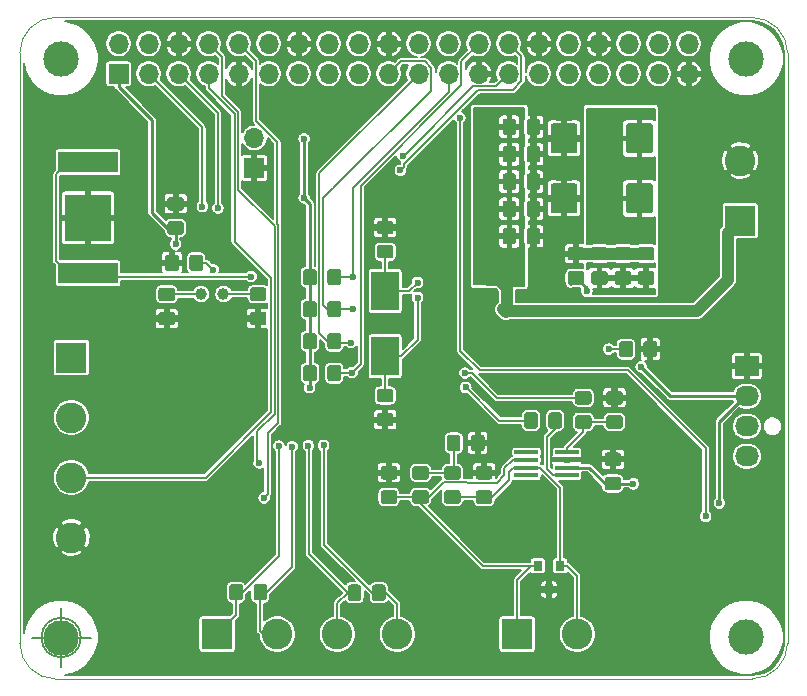
<source format=gbr>
G04 #@! TF.GenerationSoftware,KiCad,Pcbnew,(5.1.5-0-10_14)*
G04 #@! TF.CreationDate,2020-08-15T14:14:15-04:00*
G04 #@! TF.ProjectId,Mimosa-Power-Hat,4d696d6f-7361-42d5-906f-7765722d4861,rev?*
G04 #@! TF.SameCoordinates,PX4e3d4c0PY6c12040*
G04 #@! TF.FileFunction,Copper,L2,Bot*
G04 #@! TF.FilePolarity,Positive*
%FSLAX46Y46*%
G04 Gerber Fmt 4.6, Leading zero omitted, Abs format (unit mm)*
G04 Created by KiCad (PCBNEW (5.1.5-0-10_14)) date 2020-08-15 14:14:15*
%MOMM*%
%LPD*%
G04 APERTURE LIST*
%ADD10C,0.150000*%
%ADD11C,0.100000*%
%ADD12C,2.600000*%
%ADD13R,2.600000X2.600000*%
%ADD14C,1.000000*%
%ADD15R,0.800000X0.900000*%
%ADD16R,2.400000X3.325000*%
%ADD17O,2.030000X1.730000*%
%ADD18R,2.030000X1.730000*%
%ADD19R,3.960000X3.960000*%
%ADD20R,5.080000X1.780000*%
%ADD21R,2.000000X0.400000*%
%ADD22O,1.700000X1.700000*%
%ADD23R,1.700000X1.700000*%
%ADD24C,3.000000*%
%ADD25C,0.600000*%
%ADD26C,1.000000*%
%ADD27C,0.250000*%
%ADD28C,0.200000*%
G04 APERTURE END LIST*
D10*
X1666666Y0D02*
G75*
G03X1666666Y0I-1666666J0D01*
G01*
X-2500000Y0D02*
X2500000Y0D01*
X0Y2500000D02*
X0Y-2500000D01*
D11*
X-3493644Y49502389D02*
X-3493644Y-497611D01*
X-3493644Y49502389D02*
G75*
G02X-493644Y52502389I3000000J0D01*
G01*
X58506356Y52502389D02*
X-493644Y52502389D01*
X58506356Y52502389D02*
G75*
G02X61506356Y49502389I0J-3000000D01*
G01*
X61506351Y-502847D02*
X61506356Y49502389D01*
X-493644Y-3497611D02*
G75*
G02X-3493644Y-497611I0J3000000D01*
G01*
X-493644Y-3497611D02*
X58506356Y-3497611D01*
X61506351Y-502847D02*
G75*
G02X58506356Y-3497611I-2999995J5236D01*
G01*
D12*
X865600Y8468800D03*
X865600Y13548800D03*
X865600Y18628800D03*
D13*
X865600Y23708800D03*
D12*
X57492360Y40376280D03*
D13*
X57492360Y35296280D03*
D12*
X43690000Y290000D03*
D13*
X38610000Y290000D03*
D12*
X28450000Y290000D03*
X23370000Y290000D03*
X18290000Y290000D03*
D13*
X13210000Y290000D03*
D14*
X11843400Y29068200D03*
X13743400Y29068200D03*
D15*
X41310000Y4070000D03*
X42260000Y6070000D03*
X40360000Y6070000D03*
G04 #@! TA.AperFunction,SMDPad,CuDef*
D11*
G36*
X21424505Y28505463D02*
G01*
X21448773Y28501863D01*
X21472572Y28495902D01*
X21495671Y28487637D01*
X21517850Y28477147D01*
X21538893Y28464535D01*
X21558599Y28449920D01*
X21576777Y28433444D01*
X21593253Y28415266D01*
X21607868Y28395560D01*
X21620480Y28374517D01*
X21630970Y28352338D01*
X21639235Y28329239D01*
X21645196Y28305440D01*
X21648796Y28281172D01*
X21650000Y28256668D01*
X21650000Y27356666D01*
X21648796Y27332162D01*
X21645196Y27307894D01*
X21639235Y27284095D01*
X21630970Y27260996D01*
X21620480Y27238817D01*
X21607868Y27217774D01*
X21593253Y27198068D01*
X21576777Y27179890D01*
X21558599Y27163414D01*
X21538893Y27148799D01*
X21517850Y27136187D01*
X21495671Y27125697D01*
X21472572Y27117432D01*
X21448773Y27111471D01*
X21424505Y27107871D01*
X21400001Y27106667D01*
X20749999Y27106667D01*
X20725495Y27107871D01*
X20701227Y27111471D01*
X20677428Y27117432D01*
X20654329Y27125697D01*
X20632150Y27136187D01*
X20611107Y27148799D01*
X20591401Y27163414D01*
X20573223Y27179890D01*
X20556747Y27198068D01*
X20542132Y27217774D01*
X20529520Y27238817D01*
X20519030Y27260996D01*
X20510765Y27284095D01*
X20504804Y27307894D01*
X20501204Y27332162D01*
X20500000Y27356666D01*
X20500000Y28256668D01*
X20501204Y28281172D01*
X20504804Y28305440D01*
X20510765Y28329239D01*
X20519030Y28352338D01*
X20529520Y28374517D01*
X20542132Y28395560D01*
X20556747Y28415266D01*
X20573223Y28433444D01*
X20591401Y28449920D01*
X20611107Y28464535D01*
X20632150Y28477147D01*
X20654329Y28487637D01*
X20677428Y28495902D01*
X20701227Y28501863D01*
X20725495Y28505463D01*
X20749999Y28506667D01*
X21400001Y28506667D01*
X21424505Y28505463D01*
G37*
G04 #@! TD.AperFunction*
G04 #@! TA.AperFunction,SMDPad,CuDef*
G36*
X23474505Y28505463D02*
G01*
X23498773Y28501863D01*
X23522572Y28495902D01*
X23545671Y28487637D01*
X23567850Y28477147D01*
X23588893Y28464535D01*
X23608599Y28449920D01*
X23626777Y28433444D01*
X23643253Y28415266D01*
X23657868Y28395560D01*
X23670480Y28374517D01*
X23680970Y28352338D01*
X23689235Y28329239D01*
X23695196Y28305440D01*
X23698796Y28281172D01*
X23700000Y28256668D01*
X23700000Y27356666D01*
X23698796Y27332162D01*
X23695196Y27307894D01*
X23689235Y27284095D01*
X23680970Y27260996D01*
X23670480Y27238817D01*
X23657868Y27217774D01*
X23643253Y27198068D01*
X23626777Y27179890D01*
X23608599Y27163414D01*
X23588893Y27148799D01*
X23567850Y27136187D01*
X23545671Y27125697D01*
X23522572Y27117432D01*
X23498773Y27111471D01*
X23474505Y27107871D01*
X23450001Y27106667D01*
X22799999Y27106667D01*
X22775495Y27107871D01*
X22751227Y27111471D01*
X22727428Y27117432D01*
X22704329Y27125697D01*
X22682150Y27136187D01*
X22661107Y27148799D01*
X22641401Y27163414D01*
X22623223Y27179890D01*
X22606747Y27198068D01*
X22592132Y27217774D01*
X22579520Y27238817D01*
X22569030Y27260996D01*
X22560765Y27284095D01*
X22554804Y27307894D01*
X22551204Y27332162D01*
X22550000Y27356666D01*
X22550000Y28256668D01*
X22551204Y28281172D01*
X22554804Y28305440D01*
X22560765Y28329239D01*
X22569030Y28352338D01*
X22579520Y28374517D01*
X22592132Y28395560D01*
X22606747Y28415266D01*
X22623223Y28433444D01*
X22641401Y28449920D01*
X22661107Y28464535D01*
X22682150Y28477147D01*
X22704329Y28487637D01*
X22727428Y28495902D01*
X22751227Y28501863D01*
X22775495Y28505463D01*
X22799999Y28506667D01*
X23450001Y28506667D01*
X23474505Y28505463D01*
G37*
G04 #@! TD.AperFunction*
G04 #@! TA.AperFunction,SMDPad,CuDef*
G36*
X21424505Y25796130D02*
G01*
X21448773Y25792530D01*
X21472572Y25786569D01*
X21495671Y25778304D01*
X21517850Y25767814D01*
X21538893Y25755202D01*
X21558599Y25740587D01*
X21576777Y25724111D01*
X21593253Y25705933D01*
X21607868Y25686227D01*
X21620480Y25665184D01*
X21630970Y25643005D01*
X21639235Y25619906D01*
X21645196Y25596107D01*
X21648796Y25571839D01*
X21650000Y25547335D01*
X21650000Y24647333D01*
X21648796Y24622829D01*
X21645196Y24598561D01*
X21639235Y24574762D01*
X21630970Y24551663D01*
X21620480Y24529484D01*
X21607868Y24508441D01*
X21593253Y24488735D01*
X21576777Y24470557D01*
X21558599Y24454081D01*
X21538893Y24439466D01*
X21517850Y24426854D01*
X21495671Y24416364D01*
X21472572Y24408099D01*
X21448773Y24402138D01*
X21424505Y24398538D01*
X21400001Y24397334D01*
X20749999Y24397334D01*
X20725495Y24398538D01*
X20701227Y24402138D01*
X20677428Y24408099D01*
X20654329Y24416364D01*
X20632150Y24426854D01*
X20611107Y24439466D01*
X20591401Y24454081D01*
X20573223Y24470557D01*
X20556747Y24488735D01*
X20542132Y24508441D01*
X20529520Y24529484D01*
X20519030Y24551663D01*
X20510765Y24574762D01*
X20504804Y24598561D01*
X20501204Y24622829D01*
X20500000Y24647333D01*
X20500000Y25547335D01*
X20501204Y25571839D01*
X20504804Y25596107D01*
X20510765Y25619906D01*
X20519030Y25643005D01*
X20529520Y25665184D01*
X20542132Y25686227D01*
X20556747Y25705933D01*
X20573223Y25724111D01*
X20591401Y25740587D01*
X20611107Y25755202D01*
X20632150Y25767814D01*
X20654329Y25778304D01*
X20677428Y25786569D01*
X20701227Y25792530D01*
X20725495Y25796130D01*
X20749999Y25797334D01*
X21400001Y25797334D01*
X21424505Y25796130D01*
G37*
G04 #@! TD.AperFunction*
G04 #@! TA.AperFunction,SMDPad,CuDef*
G36*
X23474505Y25796130D02*
G01*
X23498773Y25792530D01*
X23522572Y25786569D01*
X23545671Y25778304D01*
X23567850Y25767814D01*
X23588893Y25755202D01*
X23608599Y25740587D01*
X23626777Y25724111D01*
X23643253Y25705933D01*
X23657868Y25686227D01*
X23670480Y25665184D01*
X23680970Y25643005D01*
X23689235Y25619906D01*
X23695196Y25596107D01*
X23698796Y25571839D01*
X23700000Y25547335D01*
X23700000Y24647333D01*
X23698796Y24622829D01*
X23695196Y24598561D01*
X23689235Y24574762D01*
X23680970Y24551663D01*
X23670480Y24529484D01*
X23657868Y24508441D01*
X23643253Y24488735D01*
X23626777Y24470557D01*
X23608599Y24454081D01*
X23588893Y24439466D01*
X23567850Y24426854D01*
X23545671Y24416364D01*
X23522572Y24408099D01*
X23498773Y24402138D01*
X23474505Y24398538D01*
X23450001Y24397334D01*
X22799999Y24397334D01*
X22775495Y24398538D01*
X22751227Y24402138D01*
X22727428Y24408099D01*
X22704329Y24416364D01*
X22682150Y24426854D01*
X22661107Y24439466D01*
X22641401Y24454081D01*
X22623223Y24470557D01*
X22606747Y24488735D01*
X22592132Y24508441D01*
X22579520Y24529484D01*
X22569030Y24551663D01*
X22560765Y24574762D01*
X22554804Y24598561D01*
X22551204Y24622829D01*
X22550000Y24647333D01*
X22550000Y25547335D01*
X22551204Y25571839D01*
X22554804Y25596107D01*
X22560765Y25619906D01*
X22569030Y25643005D01*
X22579520Y25665184D01*
X22592132Y25686227D01*
X22606747Y25705933D01*
X22623223Y25724111D01*
X22641401Y25740587D01*
X22661107Y25755202D01*
X22682150Y25767814D01*
X22704329Y25778304D01*
X22727428Y25786569D01*
X22751227Y25792530D01*
X22775495Y25796130D01*
X22799999Y25797334D01*
X23450001Y25797334D01*
X23474505Y25796130D01*
G37*
G04 #@! TD.AperFunction*
G04 #@! TA.AperFunction,SMDPad,CuDef*
G36*
X21424505Y23086796D02*
G01*
X21448773Y23083196D01*
X21472572Y23077235D01*
X21495671Y23068970D01*
X21517850Y23058480D01*
X21538893Y23045868D01*
X21558599Y23031253D01*
X21576777Y23014777D01*
X21593253Y22996599D01*
X21607868Y22976893D01*
X21620480Y22955850D01*
X21630970Y22933671D01*
X21639235Y22910572D01*
X21645196Y22886773D01*
X21648796Y22862505D01*
X21650000Y22838001D01*
X21650000Y21937999D01*
X21648796Y21913495D01*
X21645196Y21889227D01*
X21639235Y21865428D01*
X21630970Y21842329D01*
X21620480Y21820150D01*
X21607868Y21799107D01*
X21593253Y21779401D01*
X21576777Y21761223D01*
X21558599Y21744747D01*
X21538893Y21730132D01*
X21517850Y21717520D01*
X21495671Y21707030D01*
X21472572Y21698765D01*
X21448773Y21692804D01*
X21424505Y21689204D01*
X21400001Y21688000D01*
X20749999Y21688000D01*
X20725495Y21689204D01*
X20701227Y21692804D01*
X20677428Y21698765D01*
X20654329Y21707030D01*
X20632150Y21717520D01*
X20611107Y21730132D01*
X20591401Y21744747D01*
X20573223Y21761223D01*
X20556747Y21779401D01*
X20542132Y21799107D01*
X20529520Y21820150D01*
X20519030Y21842329D01*
X20510765Y21865428D01*
X20504804Y21889227D01*
X20501204Y21913495D01*
X20500000Y21937999D01*
X20500000Y22838001D01*
X20501204Y22862505D01*
X20504804Y22886773D01*
X20510765Y22910572D01*
X20519030Y22933671D01*
X20529520Y22955850D01*
X20542132Y22976893D01*
X20556747Y22996599D01*
X20573223Y23014777D01*
X20591401Y23031253D01*
X20611107Y23045868D01*
X20632150Y23058480D01*
X20654329Y23068970D01*
X20677428Y23077235D01*
X20701227Y23083196D01*
X20725495Y23086796D01*
X20749999Y23088000D01*
X21400001Y23088000D01*
X21424505Y23086796D01*
G37*
G04 #@! TD.AperFunction*
G04 #@! TA.AperFunction,SMDPad,CuDef*
G36*
X23474505Y23086796D02*
G01*
X23498773Y23083196D01*
X23522572Y23077235D01*
X23545671Y23068970D01*
X23567850Y23058480D01*
X23588893Y23045868D01*
X23608599Y23031253D01*
X23626777Y23014777D01*
X23643253Y22996599D01*
X23657868Y22976893D01*
X23670480Y22955850D01*
X23680970Y22933671D01*
X23689235Y22910572D01*
X23695196Y22886773D01*
X23698796Y22862505D01*
X23700000Y22838001D01*
X23700000Y21937999D01*
X23698796Y21913495D01*
X23695196Y21889227D01*
X23689235Y21865428D01*
X23680970Y21842329D01*
X23670480Y21820150D01*
X23657868Y21799107D01*
X23643253Y21779401D01*
X23626777Y21761223D01*
X23608599Y21744747D01*
X23588893Y21730132D01*
X23567850Y21717520D01*
X23545671Y21707030D01*
X23522572Y21698765D01*
X23498773Y21692804D01*
X23474505Y21689204D01*
X23450001Y21688000D01*
X22799999Y21688000D01*
X22775495Y21689204D01*
X22751227Y21692804D01*
X22727428Y21698765D01*
X22704329Y21707030D01*
X22682150Y21717520D01*
X22661107Y21730132D01*
X22641401Y21744747D01*
X22623223Y21761223D01*
X22606747Y21779401D01*
X22592132Y21799107D01*
X22579520Y21820150D01*
X22569030Y21842329D01*
X22560765Y21865428D01*
X22554804Y21889227D01*
X22551204Y21913495D01*
X22550000Y21937999D01*
X22550000Y22838001D01*
X22551204Y22862505D01*
X22554804Y22886773D01*
X22560765Y22910572D01*
X22569030Y22933671D01*
X22579520Y22955850D01*
X22592132Y22976893D01*
X22606747Y22996599D01*
X22623223Y23014777D01*
X22641401Y23031253D01*
X22661107Y23045868D01*
X22682150Y23058480D01*
X22704329Y23068970D01*
X22727428Y23077235D01*
X22751227Y23083196D01*
X22775495Y23086796D01*
X22799999Y23088000D01*
X23450001Y23088000D01*
X23474505Y23086796D01*
G37*
G04 #@! TD.AperFunction*
G04 #@! TA.AperFunction,SMDPad,CuDef*
G36*
X50234505Y25118796D02*
G01*
X50258773Y25115196D01*
X50282572Y25109235D01*
X50305671Y25100970D01*
X50327850Y25090480D01*
X50348893Y25077868D01*
X50368599Y25063253D01*
X50386777Y25046777D01*
X50403253Y25028599D01*
X50417868Y25008893D01*
X50430480Y24987850D01*
X50440970Y24965671D01*
X50449235Y24942572D01*
X50455196Y24918773D01*
X50458796Y24894505D01*
X50460000Y24870001D01*
X50460000Y23969999D01*
X50458796Y23945495D01*
X50455196Y23921227D01*
X50449235Y23897428D01*
X50440970Y23874329D01*
X50430480Y23852150D01*
X50417868Y23831107D01*
X50403253Y23811401D01*
X50386777Y23793223D01*
X50368599Y23776747D01*
X50348893Y23762132D01*
X50327850Y23749520D01*
X50305671Y23739030D01*
X50282572Y23730765D01*
X50258773Y23724804D01*
X50234505Y23721204D01*
X50210001Y23720000D01*
X49559999Y23720000D01*
X49535495Y23721204D01*
X49511227Y23724804D01*
X49487428Y23730765D01*
X49464329Y23739030D01*
X49442150Y23749520D01*
X49421107Y23762132D01*
X49401401Y23776747D01*
X49383223Y23793223D01*
X49366747Y23811401D01*
X49352132Y23831107D01*
X49339520Y23852150D01*
X49329030Y23874329D01*
X49320765Y23897428D01*
X49314804Y23921227D01*
X49311204Y23945495D01*
X49310000Y23969999D01*
X49310000Y24870001D01*
X49311204Y24894505D01*
X49314804Y24918773D01*
X49320765Y24942572D01*
X49329030Y24965671D01*
X49339520Y24987850D01*
X49352132Y25008893D01*
X49366747Y25028599D01*
X49383223Y25046777D01*
X49401401Y25063253D01*
X49421107Y25077868D01*
X49442150Y25090480D01*
X49464329Y25100970D01*
X49487428Y25109235D01*
X49511227Y25115196D01*
X49535495Y25118796D01*
X49559999Y25120000D01*
X50210001Y25120000D01*
X50234505Y25118796D01*
G37*
G04 #@! TD.AperFunction*
G04 #@! TA.AperFunction,SMDPad,CuDef*
G36*
X48184505Y25118796D02*
G01*
X48208773Y25115196D01*
X48232572Y25109235D01*
X48255671Y25100970D01*
X48277850Y25090480D01*
X48298893Y25077868D01*
X48318599Y25063253D01*
X48336777Y25046777D01*
X48353253Y25028599D01*
X48367868Y25008893D01*
X48380480Y24987850D01*
X48390970Y24965671D01*
X48399235Y24942572D01*
X48405196Y24918773D01*
X48408796Y24894505D01*
X48410000Y24870001D01*
X48410000Y23969999D01*
X48408796Y23945495D01*
X48405196Y23921227D01*
X48399235Y23897428D01*
X48390970Y23874329D01*
X48380480Y23852150D01*
X48367868Y23831107D01*
X48353253Y23811401D01*
X48336777Y23793223D01*
X48318599Y23776747D01*
X48298893Y23762132D01*
X48277850Y23749520D01*
X48255671Y23739030D01*
X48232572Y23730765D01*
X48208773Y23724804D01*
X48184505Y23721204D01*
X48160001Y23720000D01*
X47509999Y23720000D01*
X47485495Y23721204D01*
X47461227Y23724804D01*
X47437428Y23730765D01*
X47414329Y23739030D01*
X47392150Y23749520D01*
X47371107Y23762132D01*
X47351401Y23776747D01*
X47333223Y23793223D01*
X47316747Y23811401D01*
X47302132Y23831107D01*
X47289520Y23852150D01*
X47279030Y23874329D01*
X47270765Y23897428D01*
X47264804Y23921227D01*
X47261204Y23945495D01*
X47260000Y23969999D01*
X47260000Y24870001D01*
X47261204Y24894505D01*
X47264804Y24918773D01*
X47270765Y24942572D01*
X47279030Y24965671D01*
X47289520Y24987850D01*
X47302132Y25008893D01*
X47316747Y25028599D01*
X47333223Y25046777D01*
X47351401Y25063253D01*
X47371107Y25077868D01*
X47392150Y25090480D01*
X47414329Y25100970D01*
X47437428Y25109235D01*
X47461227Y25115196D01*
X47485495Y25118796D01*
X47509999Y25120000D01*
X48160001Y25120000D01*
X48184505Y25118796D01*
G37*
G04 #@! TD.AperFunction*
G04 #@! TA.AperFunction,SMDPad,CuDef*
G36*
X33601171Y12468796D02*
G01*
X33625439Y12465196D01*
X33649238Y12459235D01*
X33672337Y12450970D01*
X33694516Y12440480D01*
X33715559Y12427868D01*
X33735265Y12413253D01*
X33753443Y12396777D01*
X33769919Y12378599D01*
X33784534Y12358893D01*
X33797146Y12337850D01*
X33807636Y12315671D01*
X33815901Y12292572D01*
X33821862Y12268773D01*
X33825462Y12244505D01*
X33826666Y12220001D01*
X33826666Y11569999D01*
X33825462Y11545495D01*
X33821862Y11521227D01*
X33815901Y11497428D01*
X33807636Y11474329D01*
X33797146Y11452150D01*
X33784534Y11431107D01*
X33769919Y11411401D01*
X33753443Y11393223D01*
X33735265Y11376747D01*
X33715559Y11362132D01*
X33694516Y11349520D01*
X33672337Y11339030D01*
X33649238Y11330765D01*
X33625439Y11324804D01*
X33601171Y11321204D01*
X33576667Y11320000D01*
X32676665Y11320000D01*
X32652161Y11321204D01*
X32627893Y11324804D01*
X32604094Y11330765D01*
X32580995Y11339030D01*
X32558816Y11349520D01*
X32537773Y11362132D01*
X32518067Y11376747D01*
X32499889Y11393223D01*
X32483413Y11411401D01*
X32468798Y11431107D01*
X32456186Y11452150D01*
X32445696Y11474329D01*
X32437431Y11497428D01*
X32431470Y11521227D01*
X32427870Y11545495D01*
X32426666Y11569999D01*
X32426666Y12220001D01*
X32427870Y12244505D01*
X32431470Y12268773D01*
X32437431Y12292572D01*
X32445696Y12315671D01*
X32456186Y12337850D01*
X32468798Y12358893D01*
X32483413Y12378599D01*
X32499889Y12396777D01*
X32518067Y12413253D01*
X32537773Y12427868D01*
X32558816Y12440480D01*
X32580995Y12450970D01*
X32604094Y12459235D01*
X32627893Y12465196D01*
X32652161Y12468796D01*
X32676665Y12470000D01*
X33576667Y12470000D01*
X33601171Y12468796D01*
G37*
G04 #@! TD.AperFunction*
G04 #@! TA.AperFunction,SMDPad,CuDef*
G36*
X33601171Y14518796D02*
G01*
X33625439Y14515196D01*
X33649238Y14509235D01*
X33672337Y14500970D01*
X33694516Y14490480D01*
X33715559Y14477868D01*
X33735265Y14463253D01*
X33753443Y14446777D01*
X33769919Y14428599D01*
X33784534Y14408893D01*
X33797146Y14387850D01*
X33807636Y14365671D01*
X33815901Y14342572D01*
X33821862Y14318773D01*
X33825462Y14294505D01*
X33826666Y14270001D01*
X33826666Y13619999D01*
X33825462Y13595495D01*
X33821862Y13571227D01*
X33815901Y13547428D01*
X33807636Y13524329D01*
X33797146Y13502150D01*
X33784534Y13481107D01*
X33769919Y13461401D01*
X33753443Y13443223D01*
X33735265Y13426747D01*
X33715559Y13412132D01*
X33694516Y13399520D01*
X33672337Y13389030D01*
X33649238Y13380765D01*
X33625439Y13374804D01*
X33601171Y13371204D01*
X33576667Y13370000D01*
X32676665Y13370000D01*
X32652161Y13371204D01*
X32627893Y13374804D01*
X32604094Y13380765D01*
X32580995Y13389030D01*
X32558816Y13399520D01*
X32537773Y13412132D01*
X32518067Y13426747D01*
X32499889Y13443223D01*
X32483413Y13461401D01*
X32468798Y13481107D01*
X32456186Y13502150D01*
X32445696Y13524329D01*
X32437431Y13547428D01*
X32431470Y13571227D01*
X32427870Y13595495D01*
X32426666Y13619999D01*
X32426666Y14270001D01*
X32427870Y14294505D01*
X32431470Y14318773D01*
X32437431Y14342572D01*
X32445696Y14365671D01*
X32456186Y14387850D01*
X32468798Y14408893D01*
X32483413Y14428599D01*
X32499889Y14446777D01*
X32518067Y14463253D01*
X32537773Y14477868D01*
X32558816Y14490480D01*
X32580995Y14500970D01*
X32604094Y14509235D01*
X32627893Y14515196D01*
X32652161Y14518796D01*
X32676665Y14520000D01*
X33576667Y14520000D01*
X33601171Y14518796D01*
G37*
G04 #@! TD.AperFunction*
G04 #@! TA.AperFunction,SMDPad,CuDef*
G36*
X30917838Y12468796D02*
G01*
X30942106Y12465196D01*
X30965905Y12459235D01*
X30989004Y12450970D01*
X31011183Y12440480D01*
X31032226Y12427868D01*
X31051932Y12413253D01*
X31070110Y12396777D01*
X31086586Y12378599D01*
X31101201Y12358893D01*
X31113813Y12337850D01*
X31124303Y12315671D01*
X31132568Y12292572D01*
X31138529Y12268773D01*
X31142129Y12244505D01*
X31143333Y12220001D01*
X31143333Y11569999D01*
X31142129Y11545495D01*
X31138529Y11521227D01*
X31132568Y11497428D01*
X31124303Y11474329D01*
X31113813Y11452150D01*
X31101201Y11431107D01*
X31086586Y11411401D01*
X31070110Y11393223D01*
X31051932Y11376747D01*
X31032226Y11362132D01*
X31011183Y11349520D01*
X30989004Y11339030D01*
X30965905Y11330765D01*
X30942106Y11324804D01*
X30917838Y11321204D01*
X30893334Y11320000D01*
X29993332Y11320000D01*
X29968828Y11321204D01*
X29944560Y11324804D01*
X29920761Y11330765D01*
X29897662Y11339030D01*
X29875483Y11349520D01*
X29854440Y11362132D01*
X29834734Y11376747D01*
X29816556Y11393223D01*
X29800080Y11411401D01*
X29785465Y11431107D01*
X29772853Y11452150D01*
X29762363Y11474329D01*
X29754098Y11497428D01*
X29748137Y11521227D01*
X29744537Y11545495D01*
X29743333Y11569999D01*
X29743333Y12220001D01*
X29744537Y12244505D01*
X29748137Y12268773D01*
X29754098Y12292572D01*
X29762363Y12315671D01*
X29772853Y12337850D01*
X29785465Y12358893D01*
X29800080Y12378599D01*
X29816556Y12396777D01*
X29834734Y12413253D01*
X29854440Y12427868D01*
X29875483Y12440480D01*
X29897662Y12450970D01*
X29920761Y12459235D01*
X29944560Y12465196D01*
X29968828Y12468796D01*
X29993332Y12470000D01*
X30893334Y12470000D01*
X30917838Y12468796D01*
G37*
G04 #@! TD.AperFunction*
G04 #@! TA.AperFunction,SMDPad,CuDef*
G36*
X30917838Y14518796D02*
G01*
X30942106Y14515196D01*
X30965905Y14509235D01*
X30989004Y14500970D01*
X31011183Y14490480D01*
X31032226Y14477868D01*
X31051932Y14463253D01*
X31070110Y14446777D01*
X31086586Y14428599D01*
X31101201Y14408893D01*
X31113813Y14387850D01*
X31124303Y14365671D01*
X31132568Y14342572D01*
X31138529Y14318773D01*
X31142129Y14294505D01*
X31143333Y14270001D01*
X31143333Y13619999D01*
X31142129Y13595495D01*
X31138529Y13571227D01*
X31132568Y13547428D01*
X31124303Y13524329D01*
X31113813Y13502150D01*
X31101201Y13481107D01*
X31086586Y13461401D01*
X31070110Y13443223D01*
X31051932Y13426747D01*
X31032226Y13412132D01*
X31011183Y13399520D01*
X30989004Y13389030D01*
X30965905Y13380765D01*
X30942106Y13374804D01*
X30917838Y13371204D01*
X30893334Y13370000D01*
X29993332Y13370000D01*
X29968828Y13371204D01*
X29944560Y13374804D01*
X29920761Y13380765D01*
X29897662Y13389030D01*
X29875483Y13399520D01*
X29854440Y13412132D01*
X29834734Y13426747D01*
X29816556Y13443223D01*
X29800080Y13461401D01*
X29785465Y13481107D01*
X29772853Y13502150D01*
X29762363Y13524329D01*
X29754098Y13547428D01*
X29748137Y13571227D01*
X29744537Y13595495D01*
X29743333Y13619999D01*
X29743333Y14270001D01*
X29744537Y14294505D01*
X29748137Y14318773D01*
X29754098Y14342572D01*
X29762363Y14365671D01*
X29772853Y14387850D01*
X29785465Y14408893D01*
X29800080Y14428599D01*
X29816556Y14446777D01*
X29834734Y14463253D01*
X29854440Y14477868D01*
X29875483Y14490480D01*
X29897662Y14500970D01*
X29920761Y14509235D01*
X29944560Y14515196D01*
X29968828Y14518796D01*
X29993332Y14520000D01*
X30893334Y14520000D01*
X30917838Y14518796D01*
G37*
G04 #@! TD.AperFunction*
G04 #@! TA.AperFunction,SMDPad,CuDef*
G36*
X27244805Y4488916D02*
G01*
X27269073Y4485316D01*
X27292872Y4479355D01*
X27315971Y4471090D01*
X27338150Y4460600D01*
X27359193Y4447988D01*
X27378899Y4433373D01*
X27397077Y4416897D01*
X27413553Y4398719D01*
X27428168Y4379013D01*
X27440780Y4357970D01*
X27451270Y4335791D01*
X27459535Y4312692D01*
X27465496Y4288893D01*
X27469096Y4264625D01*
X27470300Y4240121D01*
X27470300Y3340119D01*
X27469096Y3315615D01*
X27465496Y3291347D01*
X27459535Y3267548D01*
X27451270Y3244449D01*
X27440780Y3222270D01*
X27428168Y3201227D01*
X27413553Y3181521D01*
X27397077Y3163343D01*
X27378899Y3146867D01*
X27359193Y3132252D01*
X27338150Y3119640D01*
X27315971Y3109150D01*
X27292872Y3100885D01*
X27269073Y3094924D01*
X27244805Y3091324D01*
X27220301Y3090120D01*
X26570299Y3090120D01*
X26545795Y3091324D01*
X26521527Y3094924D01*
X26497728Y3100885D01*
X26474629Y3109150D01*
X26452450Y3119640D01*
X26431407Y3132252D01*
X26411701Y3146867D01*
X26393523Y3163343D01*
X26377047Y3181521D01*
X26362432Y3201227D01*
X26349820Y3222270D01*
X26339330Y3244449D01*
X26331065Y3267548D01*
X26325104Y3291347D01*
X26321504Y3315615D01*
X26320300Y3340119D01*
X26320300Y4240121D01*
X26321504Y4264625D01*
X26325104Y4288893D01*
X26331065Y4312692D01*
X26339330Y4335791D01*
X26349820Y4357970D01*
X26362432Y4379013D01*
X26377047Y4398719D01*
X26393523Y4416897D01*
X26411701Y4433373D01*
X26431407Y4447988D01*
X26452450Y4460600D01*
X26474629Y4471090D01*
X26497728Y4479355D01*
X26521527Y4485316D01*
X26545795Y4488916D01*
X26570299Y4490120D01*
X27220301Y4490120D01*
X27244805Y4488916D01*
G37*
G04 #@! TD.AperFunction*
G04 #@! TA.AperFunction,SMDPad,CuDef*
G36*
X25194805Y4488916D02*
G01*
X25219073Y4485316D01*
X25242872Y4479355D01*
X25265971Y4471090D01*
X25288150Y4460600D01*
X25309193Y4447988D01*
X25328899Y4433373D01*
X25347077Y4416897D01*
X25363553Y4398719D01*
X25378168Y4379013D01*
X25390780Y4357970D01*
X25401270Y4335791D01*
X25409535Y4312692D01*
X25415496Y4288893D01*
X25419096Y4264625D01*
X25420300Y4240121D01*
X25420300Y3340119D01*
X25419096Y3315615D01*
X25415496Y3291347D01*
X25409535Y3267548D01*
X25401270Y3244449D01*
X25390780Y3222270D01*
X25378168Y3201227D01*
X25363553Y3181521D01*
X25347077Y3163343D01*
X25328899Y3146867D01*
X25309193Y3132252D01*
X25288150Y3119640D01*
X25265971Y3109150D01*
X25242872Y3100885D01*
X25219073Y3094924D01*
X25194805Y3091324D01*
X25170301Y3090120D01*
X24520299Y3090120D01*
X24495795Y3091324D01*
X24471527Y3094924D01*
X24447728Y3100885D01*
X24424629Y3109150D01*
X24402450Y3119640D01*
X24381407Y3132252D01*
X24361701Y3146867D01*
X24343523Y3163343D01*
X24327047Y3181521D01*
X24312432Y3201227D01*
X24299820Y3222270D01*
X24289330Y3244449D01*
X24281065Y3267548D01*
X24275104Y3291347D01*
X24271504Y3315615D01*
X24270300Y3340119D01*
X24270300Y4240121D01*
X24271504Y4264625D01*
X24275104Y4288893D01*
X24281065Y4312692D01*
X24289330Y4335791D01*
X24299820Y4357970D01*
X24312432Y4379013D01*
X24327047Y4398719D01*
X24343523Y4416897D01*
X24361701Y4433373D01*
X24381407Y4447988D01*
X24402450Y4460600D01*
X24424629Y4471090D01*
X24447728Y4479355D01*
X24471527Y4485316D01*
X24495795Y4488916D01*
X24520299Y4490120D01*
X25170301Y4490120D01*
X25194805Y4488916D01*
G37*
G04 #@! TD.AperFunction*
G04 #@! TA.AperFunction,SMDPad,CuDef*
G36*
X21424505Y31214796D02*
G01*
X21448773Y31211196D01*
X21472572Y31205235D01*
X21495671Y31196970D01*
X21517850Y31186480D01*
X21538893Y31173868D01*
X21558599Y31159253D01*
X21576777Y31142777D01*
X21593253Y31124599D01*
X21607868Y31104893D01*
X21620480Y31083850D01*
X21630970Y31061671D01*
X21639235Y31038572D01*
X21645196Y31014773D01*
X21648796Y30990505D01*
X21650000Y30966001D01*
X21650000Y30065999D01*
X21648796Y30041495D01*
X21645196Y30017227D01*
X21639235Y29993428D01*
X21630970Y29970329D01*
X21620480Y29948150D01*
X21607868Y29927107D01*
X21593253Y29907401D01*
X21576777Y29889223D01*
X21558599Y29872747D01*
X21538893Y29858132D01*
X21517850Y29845520D01*
X21495671Y29835030D01*
X21472572Y29826765D01*
X21448773Y29820804D01*
X21424505Y29817204D01*
X21400001Y29816000D01*
X20749999Y29816000D01*
X20725495Y29817204D01*
X20701227Y29820804D01*
X20677428Y29826765D01*
X20654329Y29835030D01*
X20632150Y29845520D01*
X20611107Y29858132D01*
X20591401Y29872747D01*
X20573223Y29889223D01*
X20556747Y29907401D01*
X20542132Y29927107D01*
X20529520Y29948150D01*
X20519030Y29970329D01*
X20510765Y29993428D01*
X20504804Y30017227D01*
X20501204Y30041495D01*
X20500000Y30065999D01*
X20500000Y30966001D01*
X20501204Y30990505D01*
X20504804Y31014773D01*
X20510765Y31038572D01*
X20519030Y31061671D01*
X20529520Y31083850D01*
X20542132Y31104893D01*
X20556747Y31124599D01*
X20573223Y31142777D01*
X20591401Y31159253D01*
X20611107Y31173868D01*
X20632150Y31186480D01*
X20654329Y31196970D01*
X20677428Y31205235D01*
X20701227Y31211196D01*
X20725495Y31214796D01*
X20749999Y31216000D01*
X21400001Y31216000D01*
X21424505Y31214796D01*
G37*
G04 #@! TD.AperFunction*
G04 #@! TA.AperFunction,SMDPad,CuDef*
G36*
X23474505Y31214796D02*
G01*
X23498773Y31211196D01*
X23522572Y31205235D01*
X23545671Y31196970D01*
X23567850Y31186480D01*
X23588893Y31173868D01*
X23608599Y31159253D01*
X23626777Y31142777D01*
X23643253Y31124599D01*
X23657868Y31104893D01*
X23670480Y31083850D01*
X23680970Y31061671D01*
X23689235Y31038572D01*
X23695196Y31014773D01*
X23698796Y30990505D01*
X23700000Y30966001D01*
X23700000Y30065999D01*
X23698796Y30041495D01*
X23695196Y30017227D01*
X23689235Y29993428D01*
X23680970Y29970329D01*
X23670480Y29948150D01*
X23657868Y29927107D01*
X23643253Y29907401D01*
X23626777Y29889223D01*
X23608599Y29872747D01*
X23588893Y29858132D01*
X23567850Y29845520D01*
X23545671Y29835030D01*
X23522572Y29826765D01*
X23498773Y29820804D01*
X23474505Y29817204D01*
X23450001Y29816000D01*
X22799999Y29816000D01*
X22775495Y29817204D01*
X22751227Y29820804D01*
X22727428Y29826765D01*
X22704329Y29835030D01*
X22682150Y29845520D01*
X22661107Y29858132D01*
X22641401Y29872747D01*
X22623223Y29889223D01*
X22606747Y29907401D01*
X22592132Y29927107D01*
X22579520Y29948150D01*
X22569030Y29970329D01*
X22560765Y29993428D01*
X22554804Y30017227D01*
X22551204Y30041495D01*
X22550000Y30065999D01*
X22550000Y30966001D01*
X22551204Y30990505D01*
X22554804Y31014773D01*
X22560765Y31038572D01*
X22569030Y31061671D01*
X22579520Y31083850D01*
X22592132Y31104893D01*
X22606747Y31124599D01*
X22623223Y31142777D01*
X22641401Y31159253D01*
X22661107Y31173868D01*
X22682150Y31186480D01*
X22704329Y31196970D01*
X22727428Y31205235D01*
X22751227Y31211196D01*
X22775495Y31214796D01*
X22799999Y31216000D01*
X23450001Y31216000D01*
X23474505Y31214796D01*
G37*
G04 #@! TD.AperFunction*
G04 #@! TA.AperFunction,SMDPad,CuDef*
G36*
X17216885Y4539716D02*
G01*
X17241153Y4536116D01*
X17264952Y4530155D01*
X17288051Y4521890D01*
X17310230Y4511400D01*
X17331273Y4498788D01*
X17350979Y4484173D01*
X17369157Y4467697D01*
X17385633Y4449519D01*
X17400248Y4429813D01*
X17412860Y4408770D01*
X17423350Y4386591D01*
X17431615Y4363492D01*
X17437576Y4339693D01*
X17441176Y4315425D01*
X17442380Y4290921D01*
X17442380Y3390919D01*
X17441176Y3366415D01*
X17437576Y3342147D01*
X17431615Y3318348D01*
X17423350Y3295249D01*
X17412860Y3273070D01*
X17400248Y3252027D01*
X17385633Y3232321D01*
X17369157Y3214143D01*
X17350979Y3197667D01*
X17331273Y3183052D01*
X17310230Y3170440D01*
X17288051Y3159950D01*
X17264952Y3151685D01*
X17241153Y3145724D01*
X17216885Y3142124D01*
X17192381Y3140920D01*
X16542379Y3140920D01*
X16517875Y3142124D01*
X16493607Y3145724D01*
X16469808Y3151685D01*
X16446709Y3159950D01*
X16424530Y3170440D01*
X16403487Y3183052D01*
X16383781Y3197667D01*
X16365603Y3214143D01*
X16349127Y3232321D01*
X16334512Y3252027D01*
X16321900Y3273070D01*
X16311410Y3295249D01*
X16303145Y3318348D01*
X16297184Y3342147D01*
X16293584Y3366415D01*
X16292380Y3390919D01*
X16292380Y4290921D01*
X16293584Y4315425D01*
X16297184Y4339693D01*
X16303145Y4363492D01*
X16311410Y4386591D01*
X16321900Y4408770D01*
X16334512Y4429813D01*
X16349127Y4449519D01*
X16365603Y4467697D01*
X16383781Y4484173D01*
X16403487Y4498788D01*
X16424530Y4511400D01*
X16446709Y4521890D01*
X16469808Y4530155D01*
X16493607Y4536116D01*
X16517875Y4539716D01*
X16542379Y4540920D01*
X17192381Y4540920D01*
X17216885Y4539716D01*
G37*
G04 #@! TD.AperFunction*
G04 #@! TA.AperFunction,SMDPad,CuDef*
G36*
X15166885Y4539716D02*
G01*
X15191153Y4536116D01*
X15214952Y4530155D01*
X15238051Y4521890D01*
X15260230Y4511400D01*
X15281273Y4498788D01*
X15300979Y4484173D01*
X15319157Y4467697D01*
X15335633Y4449519D01*
X15350248Y4429813D01*
X15362860Y4408770D01*
X15373350Y4386591D01*
X15381615Y4363492D01*
X15387576Y4339693D01*
X15391176Y4315425D01*
X15392380Y4290921D01*
X15392380Y3390919D01*
X15391176Y3366415D01*
X15387576Y3342147D01*
X15381615Y3318348D01*
X15373350Y3295249D01*
X15362860Y3273070D01*
X15350248Y3252027D01*
X15335633Y3232321D01*
X15319157Y3214143D01*
X15300979Y3197667D01*
X15281273Y3183052D01*
X15260230Y3170440D01*
X15238051Y3159950D01*
X15214952Y3151685D01*
X15191153Y3145724D01*
X15166885Y3142124D01*
X15142381Y3140920D01*
X14492379Y3140920D01*
X14467875Y3142124D01*
X14443607Y3145724D01*
X14419808Y3151685D01*
X14396709Y3159950D01*
X14374530Y3170440D01*
X14353487Y3183052D01*
X14333781Y3197667D01*
X14315603Y3214143D01*
X14299127Y3232321D01*
X14284512Y3252027D01*
X14271900Y3273070D01*
X14261410Y3295249D01*
X14253145Y3318348D01*
X14247184Y3342147D01*
X14243584Y3366415D01*
X14242380Y3390919D01*
X14242380Y4290921D01*
X14243584Y4315425D01*
X14247184Y4339693D01*
X14253145Y4363492D01*
X14261410Y4386591D01*
X14271900Y4408770D01*
X14284512Y4429813D01*
X14299127Y4449519D01*
X14315603Y4467697D01*
X14333781Y4484173D01*
X14353487Y4498788D01*
X14374530Y4511400D01*
X14396709Y4521890D01*
X14419808Y4530155D01*
X14443607Y4536116D01*
X14467875Y4539716D01*
X14492379Y4540920D01*
X15142381Y4540920D01*
X15166885Y4539716D01*
G37*
G04 #@! TD.AperFunction*
G04 #@! TA.AperFunction,SMDPad,CuDef*
G36*
X40134505Y19068796D02*
G01*
X40158773Y19065196D01*
X40182572Y19059235D01*
X40205671Y19050970D01*
X40227850Y19040480D01*
X40248893Y19027868D01*
X40268599Y19013253D01*
X40286777Y18996777D01*
X40303253Y18978599D01*
X40317868Y18958893D01*
X40330480Y18937850D01*
X40340970Y18915671D01*
X40349235Y18892572D01*
X40355196Y18868773D01*
X40358796Y18844505D01*
X40360000Y18820001D01*
X40360000Y17919999D01*
X40358796Y17895495D01*
X40355196Y17871227D01*
X40349235Y17847428D01*
X40340970Y17824329D01*
X40330480Y17802150D01*
X40317868Y17781107D01*
X40303253Y17761401D01*
X40286777Y17743223D01*
X40268599Y17726747D01*
X40248893Y17712132D01*
X40227850Y17699520D01*
X40205671Y17689030D01*
X40182572Y17680765D01*
X40158773Y17674804D01*
X40134505Y17671204D01*
X40110001Y17670000D01*
X39459999Y17670000D01*
X39435495Y17671204D01*
X39411227Y17674804D01*
X39387428Y17680765D01*
X39364329Y17689030D01*
X39342150Y17699520D01*
X39321107Y17712132D01*
X39301401Y17726747D01*
X39283223Y17743223D01*
X39266747Y17761401D01*
X39252132Y17781107D01*
X39239520Y17802150D01*
X39229030Y17824329D01*
X39220765Y17847428D01*
X39214804Y17871227D01*
X39211204Y17895495D01*
X39210000Y17919999D01*
X39210000Y18820001D01*
X39211204Y18844505D01*
X39214804Y18868773D01*
X39220765Y18892572D01*
X39229030Y18915671D01*
X39239520Y18937850D01*
X39252132Y18958893D01*
X39266747Y18978599D01*
X39283223Y18996777D01*
X39301401Y19013253D01*
X39321107Y19027868D01*
X39342150Y19040480D01*
X39364329Y19050970D01*
X39387428Y19059235D01*
X39411227Y19065196D01*
X39435495Y19068796D01*
X39459999Y19070000D01*
X40110001Y19070000D01*
X40134505Y19068796D01*
G37*
G04 #@! TD.AperFunction*
G04 #@! TA.AperFunction,SMDPad,CuDef*
G36*
X42184505Y19068796D02*
G01*
X42208773Y19065196D01*
X42232572Y19059235D01*
X42255671Y19050970D01*
X42277850Y19040480D01*
X42298893Y19027868D01*
X42318599Y19013253D01*
X42336777Y18996777D01*
X42353253Y18978599D01*
X42367868Y18958893D01*
X42380480Y18937850D01*
X42390970Y18915671D01*
X42399235Y18892572D01*
X42405196Y18868773D01*
X42408796Y18844505D01*
X42410000Y18820001D01*
X42410000Y17919999D01*
X42408796Y17895495D01*
X42405196Y17871227D01*
X42399235Y17847428D01*
X42390970Y17824329D01*
X42380480Y17802150D01*
X42367868Y17781107D01*
X42353253Y17761401D01*
X42336777Y17743223D01*
X42318599Y17726747D01*
X42298893Y17712132D01*
X42277850Y17699520D01*
X42255671Y17689030D01*
X42232572Y17680765D01*
X42208773Y17674804D01*
X42184505Y17671204D01*
X42160001Y17670000D01*
X41509999Y17670000D01*
X41485495Y17671204D01*
X41461227Y17674804D01*
X41437428Y17680765D01*
X41414329Y17689030D01*
X41392150Y17699520D01*
X41371107Y17712132D01*
X41351401Y17726747D01*
X41333223Y17743223D01*
X41316747Y17761401D01*
X41302132Y17781107D01*
X41289520Y17802150D01*
X41279030Y17824329D01*
X41270765Y17847428D01*
X41264804Y17871227D01*
X41261204Y17895495D01*
X41260000Y17919999D01*
X41260000Y18820001D01*
X41261204Y18844505D01*
X41264804Y18868773D01*
X41270765Y18892572D01*
X41279030Y18915671D01*
X41289520Y18937850D01*
X41302132Y18958893D01*
X41316747Y18978599D01*
X41333223Y18996777D01*
X41351401Y19013253D01*
X41371107Y19027868D01*
X41392150Y19040480D01*
X41414329Y19050970D01*
X41437428Y19059235D01*
X41461227Y19065196D01*
X41485495Y19068796D01*
X41509999Y19070000D01*
X42160001Y19070000D01*
X42184505Y19068796D01*
G37*
G04 #@! TD.AperFunction*
G04 #@! TA.AperFunction,SMDPad,CuDef*
G36*
X44684505Y20868796D02*
G01*
X44708773Y20865196D01*
X44732572Y20859235D01*
X44755671Y20850970D01*
X44777850Y20840480D01*
X44798893Y20827868D01*
X44818599Y20813253D01*
X44836777Y20796777D01*
X44853253Y20778599D01*
X44867868Y20758893D01*
X44880480Y20737850D01*
X44890970Y20715671D01*
X44899235Y20692572D01*
X44905196Y20668773D01*
X44908796Y20644505D01*
X44910000Y20620001D01*
X44910000Y19969999D01*
X44908796Y19945495D01*
X44905196Y19921227D01*
X44899235Y19897428D01*
X44890970Y19874329D01*
X44880480Y19852150D01*
X44867868Y19831107D01*
X44853253Y19811401D01*
X44836777Y19793223D01*
X44818599Y19776747D01*
X44798893Y19762132D01*
X44777850Y19749520D01*
X44755671Y19739030D01*
X44732572Y19730765D01*
X44708773Y19724804D01*
X44684505Y19721204D01*
X44660001Y19720000D01*
X43759999Y19720000D01*
X43735495Y19721204D01*
X43711227Y19724804D01*
X43687428Y19730765D01*
X43664329Y19739030D01*
X43642150Y19749520D01*
X43621107Y19762132D01*
X43601401Y19776747D01*
X43583223Y19793223D01*
X43566747Y19811401D01*
X43552132Y19831107D01*
X43539520Y19852150D01*
X43529030Y19874329D01*
X43520765Y19897428D01*
X43514804Y19921227D01*
X43511204Y19945495D01*
X43510000Y19969999D01*
X43510000Y20620001D01*
X43511204Y20644505D01*
X43514804Y20668773D01*
X43520765Y20692572D01*
X43529030Y20715671D01*
X43539520Y20737850D01*
X43552132Y20758893D01*
X43566747Y20778599D01*
X43583223Y20796777D01*
X43601401Y20813253D01*
X43621107Y20827868D01*
X43642150Y20840480D01*
X43664329Y20850970D01*
X43687428Y20859235D01*
X43711227Y20865196D01*
X43735495Y20868796D01*
X43759999Y20870000D01*
X44660001Y20870000D01*
X44684505Y20868796D01*
G37*
G04 #@! TD.AperFunction*
G04 #@! TA.AperFunction,SMDPad,CuDef*
G36*
X44684505Y18818796D02*
G01*
X44708773Y18815196D01*
X44732572Y18809235D01*
X44755671Y18800970D01*
X44777850Y18790480D01*
X44798893Y18777868D01*
X44818599Y18763253D01*
X44836777Y18746777D01*
X44853253Y18728599D01*
X44867868Y18708893D01*
X44880480Y18687850D01*
X44890970Y18665671D01*
X44899235Y18642572D01*
X44905196Y18618773D01*
X44908796Y18594505D01*
X44910000Y18570001D01*
X44910000Y17919999D01*
X44908796Y17895495D01*
X44905196Y17871227D01*
X44899235Y17847428D01*
X44890970Y17824329D01*
X44880480Y17802150D01*
X44867868Y17781107D01*
X44853253Y17761401D01*
X44836777Y17743223D01*
X44818599Y17726747D01*
X44798893Y17712132D01*
X44777850Y17699520D01*
X44755671Y17689030D01*
X44732572Y17680765D01*
X44708773Y17674804D01*
X44684505Y17671204D01*
X44660001Y17670000D01*
X43759999Y17670000D01*
X43735495Y17671204D01*
X43711227Y17674804D01*
X43687428Y17680765D01*
X43664329Y17689030D01*
X43642150Y17699520D01*
X43621107Y17712132D01*
X43601401Y17726747D01*
X43583223Y17743223D01*
X43566747Y17761401D01*
X43552132Y17781107D01*
X43539520Y17802150D01*
X43529030Y17824329D01*
X43520765Y17847428D01*
X43514804Y17871227D01*
X43511204Y17895495D01*
X43510000Y17919999D01*
X43510000Y18570001D01*
X43511204Y18594505D01*
X43514804Y18618773D01*
X43520765Y18642572D01*
X43529030Y18665671D01*
X43539520Y18687850D01*
X43552132Y18708893D01*
X43566747Y18728599D01*
X43583223Y18746777D01*
X43601401Y18763253D01*
X43621107Y18777868D01*
X43642150Y18790480D01*
X43664329Y18800970D01*
X43687428Y18809235D01*
X43711227Y18815196D01*
X43735495Y18818796D01*
X43759999Y18820000D01*
X44660001Y18820000D01*
X44684505Y18818796D01*
G37*
G04 #@! TD.AperFunction*
G04 #@! TA.AperFunction,SMDPad,CuDef*
G36*
X27908505Y35289796D02*
G01*
X27932773Y35286196D01*
X27956572Y35280235D01*
X27979671Y35271970D01*
X28001850Y35261480D01*
X28022893Y35248868D01*
X28042599Y35234253D01*
X28060777Y35217777D01*
X28077253Y35199599D01*
X28091868Y35179893D01*
X28104480Y35158850D01*
X28114970Y35136671D01*
X28123235Y35113572D01*
X28129196Y35089773D01*
X28132796Y35065505D01*
X28134000Y35041001D01*
X28134000Y34390999D01*
X28132796Y34366495D01*
X28129196Y34342227D01*
X28123235Y34318428D01*
X28114970Y34295329D01*
X28104480Y34273150D01*
X28091868Y34252107D01*
X28077253Y34232401D01*
X28060777Y34214223D01*
X28042599Y34197747D01*
X28022893Y34183132D01*
X28001850Y34170520D01*
X27979671Y34160030D01*
X27956572Y34151765D01*
X27932773Y34145804D01*
X27908505Y34142204D01*
X27884001Y34141000D01*
X26983999Y34141000D01*
X26959495Y34142204D01*
X26935227Y34145804D01*
X26911428Y34151765D01*
X26888329Y34160030D01*
X26866150Y34170520D01*
X26845107Y34183132D01*
X26825401Y34197747D01*
X26807223Y34214223D01*
X26790747Y34232401D01*
X26776132Y34252107D01*
X26763520Y34273150D01*
X26753030Y34295329D01*
X26744765Y34318428D01*
X26738804Y34342227D01*
X26735204Y34366495D01*
X26734000Y34390999D01*
X26734000Y35041001D01*
X26735204Y35065505D01*
X26738804Y35089773D01*
X26744765Y35113572D01*
X26753030Y35136671D01*
X26763520Y35158850D01*
X26776132Y35179893D01*
X26790747Y35199599D01*
X26807223Y35217777D01*
X26825401Y35234253D01*
X26845107Y35248868D01*
X26866150Y35261480D01*
X26888329Y35271970D01*
X26911428Y35280235D01*
X26935227Y35286196D01*
X26959495Y35289796D01*
X26983999Y35291000D01*
X27884001Y35291000D01*
X27908505Y35289796D01*
G37*
G04 #@! TD.AperFunction*
G04 #@! TA.AperFunction,SMDPad,CuDef*
G36*
X27908505Y33239796D02*
G01*
X27932773Y33236196D01*
X27956572Y33230235D01*
X27979671Y33221970D01*
X28001850Y33211480D01*
X28022893Y33198868D01*
X28042599Y33184253D01*
X28060777Y33167777D01*
X28077253Y33149599D01*
X28091868Y33129893D01*
X28104480Y33108850D01*
X28114970Y33086671D01*
X28123235Y33063572D01*
X28129196Y33039773D01*
X28132796Y33015505D01*
X28134000Y32991001D01*
X28134000Y32340999D01*
X28132796Y32316495D01*
X28129196Y32292227D01*
X28123235Y32268428D01*
X28114970Y32245329D01*
X28104480Y32223150D01*
X28091868Y32202107D01*
X28077253Y32182401D01*
X28060777Y32164223D01*
X28042599Y32147747D01*
X28022893Y32133132D01*
X28001850Y32120520D01*
X27979671Y32110030D01*
X27956572Y32101765D01*
X27932773Y32095804D01*
X27908505Y32092204D01*
X27884001Y32091000D01*
X26983999Y32091000D01*
X26959495Y32092204D01*
X26935227Y32095804D01*
X26911428Y32101765D01*
X26888329Y32110030D01*
X26866150Y32120520D01*
X26845107Y32133132D01*
X26825401Y32147747D01*
X26807223Y32164223D01*
X26790747Y32182401D01*
X26776132Y32202107D01*
X26763520Y32223150D01*
X26753030Y32245329D01*
X26744765Y32268428D01*
X26738804Y32292227D01*
X26735204Y32316495D01*
X26734000Y32340999D01*
X26734000Y32991001D01*
X26735204Y33015505D01*
X26738804Y33039773D01*
X26744765Y33063572D01*
X26753030Y33086671D01*
X26763520Y33108850D01*
X26776132Y33129893D01*
X26790747Y33149599D01*
X26807223Y33167777D01*
X26825401Y33184253D01*
X26845107Y33198868D01*
X26866150Y33211480D01*
X26888329Y33221970D01*
X26911428Y33230235D01*
X26935227Y33236196D01*
X26959495Y33239796D01*
X26983999Y33241000D01*
X27884001Y33241000D01*
X27908505Y33239796D01*
G37*
G04 #@! TD.AperFunction*
G04 #@! TA.AperFunction,SMDPad,CuDef*
G36*
X27908505Y19015796D02*
G01*
X27932773Y19012196D01*
X27956572Y19006235D01*
X27979671Y18997970D01*
X28001850Y18987480D01*
X28022893Y18974868D01*
X28042599Y18960253D01*
X28060777Y18943777D01*
X28077253Y18925599D01*
X28091868Y18905893D01*
X28104480Y18884850D01*
X28114970Y18862671D01*
X28123235Y18839572D01*
X28129196Y18815773D01*
X28132796Y18791505D01*
X28134000Y18767001D01*
X28134000Y18116999D01*
X28132796Y18092495D01*
X28129196Y18068227D01*
X28123235Y18044428D01*
X28114970Y18021329D01*
X28104480Y17999150D01*
X28091868Y17978107D01*
X28077253Y17958401D01*
X28060777Y17940223D01*
X28042599Y17923747D01*
X28022893Y17909132D01*
X28001850Y17896520D01*
X27979671Y17886030D01*
X27956572Y17877765D01*
X27932773Y17871804D01*
X27908505Y17868204D01*
X27884001Y17867000D01*
X26983999Y17867000D01*
X26959495Y17868204D01*
X26935227Y17871804D01*
X26911428Y17877765D01*
X26888329Y17886030D01*
X26866150Y17896520D01*
X26845107Y17909132D01*
X26825401Y17923747D01*
X26807223Y17940223D01*
X26790747Y17958401D01*
X26776132Y17978107D01*
X26763520Y17999150D01*
X26753030Y18021329D01*
X26744765Y18044428D01*
X26738804Y18068227D01*
X26735204Y18092495D01*
X26734000Y18116999D01*
X26734000Y18767001D01*
X26735204Y18791505D01*
X26738804Y18815773D01*
X26744765Y18839572D01*
X26753030Y18862671D01*
X26763520Y18884850D01*
X26776132Y18905893D01*
X26790747Y18925599D01*
X26807223Y18943777D01*
X26825401Y18960253D01*
X26845107Y18974868D01*
X26866150Y18987480D01*
X26888329Y18997970D01*
X26911428Y19006235D01*
X26935227Y19012196D01*
X26959495Y19015796D01*
X26983999Y19017000D01*
X27884001Y19017000D01*
X27908505Y19015796D01*
G37*
G04 #@! TD.AperFunction*
G04 #@! TA.AperFunction,SMDPad,CuDef*
G36*
X27908505Y21065796D02*
G01*
X27932773Y21062196D01*
X27956572Y21056235D01*
X27979671Y21047970D01*
X28001850Y21037480D01*
X28022893Y21024868D01*
X28042599Y21010253D01*
X28060777Y20993777D01*
X28077253Y20975599D01*
X28091868Y20955893D01*
X28104480Y20934850D01*
X28114970Y20912671D01*
X28123235Y20889572D01*
X28129196Y20865773D01*
X28132796Y20841505D01*
X28134000Y20817001D01*
X28134000Y20166999D01*
X28132796Y20142495D01*
X28129196Y20118227D01*
X28123235Y20094428D01*
X28114970Y20071329D01*
X28104480Y20049150D01*
X28091868Y20028107D01*
X28077253Y20008401D01*
X28060777Y19990223D01*
X28042599Y19973747D01*
X28022893Y19959132D01*
X28001850Y19946520D01*
X27979671Y19936030D01*
X27956572Y19927765D01*
X27932773Y19921804D01*
X27908505Y19918204D01*
X27884001Y19917000D01*
X26983999Y19917000D01*
X26959495Y19918204D01*
X26935227Y19921804D01*
X26911428Y19927765D01*
X26888329Y19936030D01*
X26866150Y19946520D01*
X26845107Y19959132D01*
X26825401Y19973747D01*
X26807223Y19990223D01*
X26790747Y20008401D01*
X26776132Y20028107D01*
X26763520Y20049150D01*
X26753030Y20071329D01*
X26744765Y20094428D01*
X26738804Y20118227D01*
X26735204Y20142495D01*
X26734000Y20166999D01*
X26734000Y20817001D01*
X26735204Y20841505D01*
X26738804Y20865773D01*
X26744765Y20889572D01*
X26753030Y20912671D01*
X26763520Y20934850D01*
X26776132Y20955893D01*
X26790747Y20975599D01*
X26807223Y20993777D01*
X26825401Y21010253D01*
X26845107Y21024868D01*
X26866150Y21037480D01*
X26888329Y21047970D01*
X26911428Y21056235D01*
X26935227Y21062196D01*
X26959495Y21065796D01*
X26983999Y21067000D01*
X27884001Y21067000D01*
X27908505Y21065796D01*
G37*
G04 #@! TD.AperFunction*
G04 #@! TA.AperFunction,SMDPad,CuDef*
G36*
X9417305Y29625596D02*
G01*
X9441573Y29621996D01*
X9465372Y29616035D01*
X9488471Y29607770D01*
X9510650Y29597280D01*
X9531693Y29584668D01*
X9551399Y29570053D01*
X9569577Y29553577D01*
X9586053Y29535399D01*
X9600668Y29515693D01*
X9613280Y29494650D01*
X9623770Y29472471D01*
X9632035Y29449372D01*
X9637996Y29425573D01*
X9641596Y29401305D01*
X9642800Y29376801D01*
X9642800Y28726799D01*
X9641596Y28702295D01*
X9637996Y28678027D01*
X9632035Y28654228D01*
X9623770Y28631129D01*
X9613280Y28608950D01*
X9600668Y28587907D01*
X9586053Y28568201D01*
X9569577Y28550023D01*
X9551399Y28533547D01*
X9531693Y28518932D01*
X9510650Y28506320D01*
X9488471Y28495830D01*
X9465372Y28487565D01*
X9441573Y28481604D01*
X9417305Y28478004D01*
X9392801Y28476800D01*
X8492799Y28476800D01*
X8468295Y28478004D01*
X8444027Y28481604D01*
X8420228Y28487565D01*
X8397129Y28495830D01*
X8374950Y28506320D01*
X8353907Y28518932D01*
X8334201Y28533547D01*
X8316023Y28550023D01*
X8299547Y28568201D01*
X8284932Y28587907D01*
X8272320Y28608950D01*
X8261830Y28631129D01*
X8253565Y28654228D01*
X8247604Y28678027D01*
X8244004Y28702295D01*
X8242800Y28726799D01*
X8242800Y29376801D01*
X8244004Y29401305D01*
X8247604Y29425573D01*
X8253565Y29449372D01*
X8261830Y29472471D01*
X8272320Y29494650D01*
X8284932Y29515693D01*
X8299547Y29535399D01*
X8316023Y29553577D01*
X8334201Y29570053D01*
X8353907Y29584668D01*
X8374950Y29597280D01*
X8397129Y29607770D01*
X8420228Y29616035D01*
X8444027Y29621996D01*
X8468295Y29625596D01*
X8492799Y29626800D01*
X9392801Y29626800D01*
X9417305Y29625596D01*
G37*
G04 #@! TD.AperFunction*
G04 #@! TA.AperFunction,SMDPad,CuDef*
G36*
X9417305Y27575596D02*
G01*
X9441573Y27571996D01*
X9465372Y27566035D01*
X9488471Y27557770D01*
X9510650Y27547280D01*
X9531693Y27534668D01*
X9551399Y27520053D01*
X9569577Y27503577D01*
X9586053Y27485399D01*
X9600668Y27465693D01*
X9613280Y27444650D01*
X9623770Y27422471D01*
X9632035Y27399372D01*
X9637996Y27375573D01*
X9641596Y27351305D01*
X9642800Y27326801D01*
X9642800Y26676799D01*
X9641596Y26652295D01*
X9637996Y26628027D01*
X9632035Y26604228D01*
X9623770Y26581129D01*
X9613280Y26558950D01*
X9600668Y26537907D01*
X9586053Y26518201D01*
X9569577Y26500023D01*
X9551399Y26483547D01*
X9531693Y26468932D01*
X9510650Y26456320D01*
X9488471Y26445830D01*
X9465372Y26437565D01*
X9441573Y26431604D01*
X9417305Y26428004D01*
X9392801Y26426800D01*
X8492799Y26426800D01*
X8468295Y26428004D01*
X8444027Y26431604D01*
X8420228Y26437565D01*
X8397129Y26445830D01*
X8374950Y26456320D01*
X8353907Y26468932D01*
X8334201Y26483547D01*
X8316023Y26500023D01*
X8299547Y26518201D01*
X8284932Y26537907D01*
X8272320Y26558950D01*
X8261830Y26581129D01*
X8253565Y26604228D01*
X8247604Y26628027D01*
X8244004Y26652295D01*
X8242800Y26676799D01*
X8242800Y27326801D01*
X8244004Y27351305D01*
X8247604Y27375573D01*
X8253565Y27399372D01*
X8261830Y27422471D01*
X8272320Y27444650D01*
X8284932Y27465693D01*
X8299547Y27485399D01*
X8316023Y27503577D01*
X8334201Y27520053D01*
X8353907Y27534668D01*
X8374950Y27547280D01*
X8397129Y27557770D01*
X8420228Y27566035D01*
X8444027Y27571996D01*
X8468295Y27575596D01*
X8492799Y27576800D01*
X9392801Y27576800D01*
X9417305Y27575596D01*
G37*
G04 #@! TD.AperFunction*
G04 #@! TA.AperFunction,SMDPad,CuDef*
G36*
X17164305Y29641996D02*
G01*
X17188573Y29638396D01*
X17212372Y29632435D01*
X17235471Y29624170D01*
X17257650Y29613680D01*
X17278693Y29601068D01*
X17298399Y29586453D01*
X17316577Y29569977D01*
X17333053Y29551799D01*
X17347668Y29532093D01*
X17360280Y29511050D01*
X17370770Y29488871D01*
X17379035Y29465772D01*
X17384996Y29441973D01*
X17388596Y29417705D01*
X17389800Y29393201D01*
X17389800Y28743199D01*
X17388596Y28718695D01*
X17384996Y28694427D01*
X17379035Y28670628D01*
X17370770Y28647529D01*
X17360280Y28625350D01*
X17347668Y28604307D01*
X17333053Y28584601D01*
X17316577Y28566423D01*
X17298399Y28549947D01*
X17278693Y28535332D01*
X17257650Y28522720D01*
X17235471Y28512230D01*
X17212372Y28503965D01*
X17188573Y28498004D01*
X17164305Y28494404D01*
X17139801Y28493200D01*
X16239799Y28493200D01*
X16215295Y28494404D01*
X16191027Y28498004D01*
X16167228Y28503965D01*
X16144129Y28512230D01*
X16121950Y28522720D01*
X16100907Y28535332D01*
X16081201Y28549947D01*
X16063023Y28566423D01*
X16046547Y28584601D01*
X16031932Y28604307D01*
X16019320Y28625350D01*
X16008830Y28647529D01*
X16000565Y28670628D01*
X15994604Y28694427D01*
X15991004Y28718695D01*
X15989800Y28743199D01*
X15989800Y29393201D01*
X15991004Y29417705D01*
X15994604Y29441973D01*
X16000565Y29465772D01*
X16008830Y29488871D01*
X16019320Y29511050D01*
X16031932Y29532093D01*
X16046547Y29551799D01*
X16063023Y29569977D01*
X16081201Y29586453D01*
X16100907Y29601068D01*
X16121950Y29613680D01*
X16144129Y29624170D01*
X16167228Y29632435D01*
X16191027Y29638396D01*
X16215295Y29641996D01*
X16239799Y29643200D01*
X17139801Y29643200D01*
X17164305Y29641996D01*
G37*
G04 #@! TD.AperFunction*
G04 #@! TA.AperFunction,SMDPad,CuDef*
G36*
X17164305Y27591996D02*
G01*
X17188573Y27588396D01*
X17212372Y27582435D01*
X17235471Y27574170D01*
X17257650Y27563680D01*
X17278693Y27551068D01*
X17298399Y27536453D01*
X17316577Y27519977D01*
X17333053Y27501799D01*
X17347668Y27482093D01*
X17360280Y27461050D01*
X17370770Y27438871D01*
X17379035Y27415772D01*
X17384996Y27391973D01*
X17388596Y27367705D01*
X17389800Y27343201D01*
X17389800Y26693199D01*
X17388596Y26668695D01*
X17384996Y26644427D01*
X17379035Y26620628D01*
X17370770Y26597529D01*
X17360280Y26575350D01*
X17347668Y26554307D01*
X17333053Y26534601D01*
X17316577Y26516423D01*
X17298399Y26499947D01*
X17278693Y26485332D01*
X17257650Y26472720D01*
X17235471Y26462230D01*
X17212372Y26453965D01*
X17188573Y26448004D01*
X17164305Y26444404D01*
X17139801Y26443200D01*
X16239799Y26443200D01*
X16215295Y26444404D01*
X16191027Y26448004D01*
X16167228Y26453965D01*
X16144129Y26462230D01*
X16121950Y26472720D01*
X16100907Y26485332D01*
X16081201Y26499947D01*
X16063023Y26516423D01*
X16046547Y26534601D01*
X16031932Y26554307D01*
X16019320Y26575350D01*
X16008830Y26597529D01*
X16000565Y26620628D01*
X15994604Y26644427D01*
X15991004Y26668695D01*
X15989800Y26693199D01*
X15989800Y27343201D01*
X15991004Y27367705D01*
X15994604Y27391973D01*
X16000565Y27415772D01*
X16008830Y27438871D01*
X16019320Y27461050D01*
X16031932Y27482093D01*
X16046547Y27501799D01*
X16063023Y27519977D01*
X16081201Y27536453D01*
X16100907Y27551068D01*
X16121950Y27563680D01*
X16144129Y27574170D01*
X16167228Y27582435D01*
X16191027Y27588396D01*
X16215295Y27591996D01*
X16239799Y27593200D01*
X17139801Y27593200D01*
X17164305Y27591996D01*
G37*
G04 #@! TD.AperFunction*
G04 #@! TA.AperFunction,SMDPad,CuDef*
G36*
X10179305Y35246396D02*
G01*
X10203573Y35242796D01*
X10227372Y35236835D01*
X10250471Y35228570D01*
X10272650Y35218080D01*
X10293693Y35205468D01*
X10313399Y35190853D01*
X10331577Y35174377D01*
X10348053Y35156199D01*
X10362668Y35136493D01*
X10375280Y35115450D01*
X10385770Y35093271D01*
X10394035Y35070172D01*
X10399996Y35046373D01*
X10403596Y35022105D01*
X10404800Y34997601D01*
X10404800Y34347599D01*
X10403596Y34323095D01*
X10399996Y34298827D01*
X10394035Y34275028D01*
X10385770Y34251929D01*
X10375280Y34229750D01*
X10362668Y34208707D01*
X10348053Y34189001D01*
X10331577Y34170823D01*
X10313399Y34154347D01*
X10293693Y34139732D01*
X10272650Y34127120D01*
X10250471Y34116630D01*
X10227372Y34108365D01*
X10203573Y34102404D01*
X10179305Y34098804D01*
X10154801Y34097600D01*
X9254799Y34097600D01*
X9230295Y34098804D01*
X9206027Y34102404D01*
X9182228Y34108365D01*
X9159129Y34116630D01*
X9136950Y34127120D01*
X9115907Y34139732D01*
X9096201Y34154347D01*
X9078023Y34170823D01*
X9061547Y34189001D01*
X9046932Y34208707D01*
X9034320Y34229750D01*
X9023830Y34251929D01*
X9015565Y34275028D01*
X9009604Y34298827D01*
X9006004Y34323095D01*
X9004800Y34347599D01*
X9004800Y34997601D01*
X9006004Y35022105D01*
X9009604Y35046373D01*
X9015565Y35070172D01*
X9023830Y35093271D01*
X9034320Y35115450D01*
X9046932Y35136493D01*
X9061547Y35156199D01*
X9078023Y35174377D01*
X9096201Y35190853D01*
X9115907Y35205468D01*
X9136950Y35218080D01*
X9159129Y35228570D01*
X9182228Y35236835D01*
X9206027Y35242796D01*
X9230295Y35246396D01*
X9254799Y35247600D01*
X10154801Y35247600D01*
X10179305Y35246396D01*
G37*
G04 #@! TD.AperFunction*
G04 #@! TA.AperFunction,SMDPad,CuDef*
G36*
X10179305Y37296396D02*
G01*
X10203573Y37292796D01*
X10227372Y37286835D01*
X10250471Y37278570D01*
X10272650Y37268080D01*
X10293693Y37255468D01*
X10313399Y37240853D01*
X10331577Y37224377D01*
X10348053Y37206199D01*
X10362668Y37186493D01*
X10375280Y37165450D01*
X10385770Y37143271D01*
X10394035Y37120172D01*
X10399996Y37096373D01*
X10403596Y37072105D01*
X10404800Y37047601D01*
X10404800Y36397599D01*
X10403596Y36373095D01*
X10399996Y36348827D01*
X10394035Y36325028D01*
X10385770Y36301929D01*
X10375280Y36279750D01*
X10362668Y36258707D01*
X10348053Y36239001D01*
X10331577Y36220823D01*
X10313399Y36204347D01*
X10293693Y36189732D01*
X10272650Y36177120D01*
X10250471Y36166630D01*
X10227372Y36158365D01*
X10203573Y36152404D01*
X10179305Y36148804D01*
X10154801Y36147600D01*
X9254799Y36147600D01*
X9230295Y36148804D01*
X9206027Y36152404D01*
X9182228Y36158365D01*
X9159129Y36166630D01*
X9136950Y36177120D01*
X9115907Y36189732D01*
X9096201Y36204347D01*
X9078023Y36220823D01*
X9061547Y36239001D01*
X9046932Y36258707D01*
X9034320Y36279750D01*
X9023830Y36301929D01*
X9015565Y36325028D01*
X9009604Y36348827D01*
X9006004Y36373095D01*
X9004800Y36397599D01*
X9004800Y37047601D01*
X9006004Y37072105D01*
X9009604Y37096373D01*
X9015565Y37120172D01*
X9023830Y37143271D01*
X9034320Y37165450D01*
X9046932Y37186493D01*
X9061547Y37206199D01*
X9078023Y37224377D01*
X9096201Y37240853D01*
X9115907Y37255468D01*
X9136950Y37268080D01*
X9159129Y37278570D01*
X9182228Y37286835D01*
X9206027Y37292796D01*
X9230295Y37296396D01*
X9254799Y37297600D01*
X10154801Y37297600D01*
X10179305Y37296396D01*
G37*
G04 #@! TD.AperFunction*
G04 #@! TA.AperFunction,SMDPad,CuDef*
G36*
X9740505Y32421296D02*
G01*
X9764773Y32417696D01*
X9788572Y32411735D01*
X9811671Y32403470D01*
X9833850Y32392980D01*
X9854893Y32380368D01*
X9874599Y32365753D01*
X9892777Y32349277D01*
X9909253Y32331099D01*
X9923868Y32311393D01*
X9936480Y32290350D01*
X9946970Y32268171D01*
X9955235Y32245072D01*
X9961196Y32221273D01*
X9964796Y32197005D01*
X9966000Y32172501D01*
X9966000Y31272499D01*
X9964796Y31247995D01*
X9961196Y31223727D01*
X9955235Y31199928D01*
X9946970Y31176829D01*
X9936480Y31154650D01*
X9923868Y31133607D01*
X9909253Y31113901D01*
X9892777Y31095723D01*
X9874599Y31079247D01*
X9854893Y31064632D01*
X9833850Y31052020D01*
X9811671Y31041530D01*
X9788572Y31033265D01*
X9764773Y31027304D01*
X9740505Y31023704D01*
X9716001Y31022500D01*
X9065999Y31022500D01*
X9041495Y31023704D01*
X9017227Y31027304D01*
X8993428Y31033265D01*
X8970329Y31041530D01*
X8948150Y31052020D01*
X8927107Y31064632D01*
X8907401Y31079247D01*
X8889223Y31095723D01*
X8872747Y31113901D01*
X8858132Y31133607D01*
X8845520Y31154650D01*
X8835030Y31176829D01*
X8826765Y31199928D01*
X8820804Y31223727D01*
X8817204Y31247995D01*
X8816000Y31272499D01*
X8816000Y32172501D01*
X8817204Y32197005D01*
X8820804Y32221273D01*
X8826765Y32245072D01*
X8835030Y32268171D01*
X8845520Y32290350D01*
X8858132Y32311393D01*
X8872747Y32331099D01*
X8889223Y32349277D01*
X8907401Y32365753D01*
X8927107Y32380368D01*
X8948150Y32392980D01*
X8970329Y32403470D01*
X8993428Y32411735D01*
X9017227Y32417696D01*
X9041495Y32421296D01*
X9065999Y32422500D01*
X9716001Y32422500D01*
X9740505Y32421296D01*
G37*
G04 #@! TD.AperFunction*
G04 #@! TA.AperFunction,SMDPad,CuDef*
G36*
X11790505Y32421296D02*
G01*
X11814773Y32417696D01*
X11838572Y32411735D01*
X11861671Y32403470D01*
X11883850Y32392980D01*
X11904893Y32380368D01*
X11924599Y32365753D01*
X11942777Y32349277D01*
X11959253Y32331099D01*
X11973868Y32311393D01*
X11986480Y32290350D01*
X11996970Y32268171D01*
X12005235Y32245072D01*
X12011196Y32221273D01*
X12014796Y32197005D01*
X12016000Y32172501D01*
X12016000Y31272499D01*
X12014796Y31247995D01*
X12011196Y31223727D01*
X12005235Y31199928D01*
X11996970Y31176829D01*
X11986480Y31154650D01*
X11973868Y31133607D01*
X11959253Y31113901D01*
X11942777Y31095723D01*
X11924599Y31079247D01*
X11904893Y31064632D01*
X11883850Y31052020D01*
X11861671Y31041530D01*
X11838572Y31033265D01*
X11814773Y31027304D01*
X11790505Y31023704D01*
X11766001Y31022500D01*
X11115999Y31022500D01*
X11091495Y31023704D01*
X11067227Y31027304D01*
X11043428Y31033265D01*
X11020329Y31041530D01*
X10998150Y31052020D01*
X10977107Y31064632D01*
X10957401Y31079247D01*
X10939223Y31095723D01*
X10922747Y31113901D01*
X10908132Y31133607D01*
X10895520Y31154650D01*
X10885030Y31176829D01*
X10876765Y31199928D01*
X10870804Y31223727D01*
X10867204Y31247995D01*
X10866000Y31272499D01*
X10866000Y32172501D01*
X10867204Y32197005D01*
X10870804Y32221273D01*
X10876765Y32245072D01*
X10885030Y32268171D01*
X10895520Y32290350D01*
X10908132Y32311393D01*
X10922747Y32331099D01*
X10939223Y32349277D01*
X10957401Y32365753D01*
X10977107Y32380368D01*
X10998150Y32392980D01*
X11020329Y32403470D01*
X11043428Y32411735D01*
X11067227Y32417696D01*
X11091495Y32421296D01*
X11115999Y32422500D01*
X11766001Y32422500D01*
X11790505Y32421296D01*
G37*
G04 #@! TD.AperFunction*
G04 #@! TA.AperFunction,SMDPad,CuDef*
G36*
X46051725Y33076216D02*
G01*
X46075993Y33072616D01*
X46099792Y33066655D01*
X46122891Y33058390D01*
X46145070Y33047900D01*
X46166113Y33035288D01*
X46185819Y33020673D01*
X46203997Y33004197D01*
X46220473Y32986019D01*
X46235088Y32966313D01*
X46247700Y32945270D01*
X46258190Y32923091D01*
X46266455Y32899992D01*
X46272416Y32876193D01*
X46276016Y32851925D01*
X46277220Y32827421D01*
X46277220Y32177419D01*
X46276016Y32152915D01*
X46272416Y32128647D01*
X46266455Y32104848D01*
X46258190Y32081749D01*
X46247700Y32059570D01*
X46235088Y32038527D01*
X46220473Y32018821D01*
X46203997Y32000643D01*
X46185819Y31984167D01*
X46166113Y31969552D01*
X46145070Y31956940D01*
X46122891Y31946450D01*
X46099792Y31938185D01*
X46075993Y31932224D01*
X46051725Y31928624D01*
X46027221Y31927420D01*
X45127219Y31927420D01*
X45102715Y31928624D01*
X45078447Y31932224D01*
X45054648Y31938185D01*
X45031549Y31946450D01*
X45009370Y31956940D01*
X44988327Y31969552D01*
X44968621Y31984167D01*
X44950443Y32000643D01*
X44933967Y32018821D01*
X44919352Y32038527D01*
X44906740Y32059570D01*
X44896250Y32081749D01*
X44887985Y32104848D01*
X44882024Y32128647D01*
X44878424Y32152915D01*
X44877220Y32177419D01*
X44877220Y32827421D01*
X44878424Y32851925D01*
X44882024Y32876193D01*
X44887985Y32899992D01*
X44896250Y32923091D01*
X44906740Y32945270D01*
X44919352Y32966313D01*
X44933967Y32986019D01*
X44950443Y33004197D01*
X44968621Y33020673D01*
X44988327Y33035288D01*
X45009370Y33047900D01*
X45031549Y33058390D01*
X45054648Y33066655D01*
X45078447Y33072616D01*
X45102715Y33076216D01*
X45127219Y33077420D01*
X46027221Y33077420D01*
X46051725Y33076216D01*
G37*
G04 #@! TD.AperFunction*
G04 #@! TA.AperFunction,SMDPad,CuDef*
G36*
X46051725Y31026216D02*
G01*
X46075993Y31022616D01*
X46099792Y31016655D01*
X46122891Y31008390D01*
X46145070Y30997900D01*
X46166113Y30985288D01*
X46185819Y30970673D01*
X46203997Y30954197D01*
X46220473Y30936019D01*
X46235088Y30916313D01*
X46247700Y30895270D01*
X46258190Y30873091D01*
X46266455Y30849992D01*
X46272416Y30826193D01*
X46276016Y30801925D01*
X46277220Y30777421D01*
X46277220Y30127419D01*
X46276016Y30102915D01*
X46272416Y30078647D01*
X46266455Y30054848D01*
X46258190Y30031749D01*
X46247700Y30009570D01*
X46235088Y29988527D01*
X46220473Y29968821D01*
X46203997Y29950643D01*
X46185819Y29934167D01*
X46166113Y29919552D01*
X46145070Y29906940D01*
X46122891Y29896450D01*
X46099792Y29888185D01*
X46075993Y29882224D01*
X46051725Y29878624D01*
X46027221Y29877420D01*
X45127219Y29877420D01*
X45102715Y29878624D01*
X45078447Y29882224D01*
X45054648Y29888185D01*
X45031549Y29896450D01*
X45009370Y29906940D01*
X44988327Y29919552D01*
X44968621Y29934167D01*
X44950443Y29950643D01*
X44933967Y29968821D01*
X44919352Y29988527D01*
X44906740Y30009570D01*
X44896250Y30031749D01*
X44887985Y30054848D01*
X44882024Y30078647D01*
X44878424Y30102915D01*
X44877220Y30127419D01*
X44877220Y30777421D01*
X44878424Y30801925D01*
X44882024Y30826193D01*
X44887985Y30849992D01*
X44896250Y30873091D01*
X44906740Y30895270D01*
X44919352Y30916313D01*
X44933967Y30936019D01*
X44950443Y30954197D01*
X44968621Y30970673D01*
X44988327Y30985288D01*
X45009370Y30997900D01*
X45031549Y31008390D01*
X45054648Y31016655D01*
X45078447Y31022616D01*
X45102715Y31026216D01*
X45127219Y31027420D01*
X46027221Y31027420D01*
X46051725Y31026216D01*
G37*
G04 #@! TD.AperFunction*
G04 #@! TA.AperFunction,SMDPad,CuDef*
G36*
X48032925Y33076216D02*
G01*
X48057193Y33072616D01*
X48080992Y33066655D01*
X48104091Y33058390D01*
X48126270Y33047900D01*
X48147313Y33035288D01*
X48167019Y33020673D01*
X48185197Y33004197D01*
X48201673Y32986019D01*
X48216288Y32966313D01*
X48228900Y32945270D01*
X48239390Y32923091D01*
X48247655Y32899992D01*
X48253616Y32876193D01*
X48257216Y32851925D01*
X48258420Y32827421D01*
X48258420Y32177419D01*
X48257216Y32152915D01*
X48253616Y32128647D01*
X48247655Y32104848D01*
X48239390Y32081749D01*
X48228900Y32059570D01*
X48216288Y32038527D01*
X48201673Y32018821D01*
X48185197Y32000643D01*
X48167019Y31984167D01*
X48147313Y31969552D01*
X48126270Y31956940D01*
X48104091Y31946450D01*
X48080992Y31938185D01*
X48057193Y31932224D01*
X48032925Y31928624D01*
X48008421Y31927420D01*
X47108419Y31927420D01*
X47083915Y31928624D01*
X47059647Y31932224D01*
X47035848Y31938185D01*
X47012749Y31946450D01*
X46990570Y31956940D01*
X46969527Y31969552D01*
X46949821Y31984167D01*
X46931643Y32000643D01*
X46915167Y32018821D01*
X46900552Y32038527D01*
X46887940Y32059570D01*
X46877450Y32081749D01*
X46869185Y32104848D01*
X46863224Y32128647D01*
X46859624Y32152915D01*
X46858420Y32177419D01*
X46858420Y32827421D01*
X46859624Y32851925D01*
X46863224Y32876193D01*
X46869185Y32899992D01*
X46877450Y32923091D01*
X46887940Y32945270D01*
X46900552Y32966313D01*
X46915167Y32986019D01*
X46931643Y33004197D01*
X46949821Y33020673D01*
X46969527Y33035288D01*
X46990570Y33047900D01*
X47012749Y33058390D01*
X47035848Y33066655D01*
X47059647Y33072616D01*
X47083915Y33076216D01*
X47108419Y33077420D01*
X48008421Y33077420D01*
X48032925Y33076216D01*
G37*
G04 #@! TD.AperFunction*
G04 #@! TA.AperFunction,SMDPad,CuDef*
G36*
X48032925Y31026216D02*
G01*
X48057193Y31022616D01*
X48080992Y31016655D01*
X48104091Y31008390D01*
X48126270Y30997900D01*
X48147313Y30985288D01*
X48167019Y30970673D01*
X48185197Y30954197D01*
X48201673Y30936019D01*
X48216288Y30916313D01*
X48228900Y30895270D01*
X48239390Y30873091D01*
X48247655Y30849992D01*
X48253616Y30826193D01*
X48257216Y30801925D01*
X48258420Y30777421D01*
X48258420Y30127419D01*
X48257216Y30102915D01*
X48253616Y30078647D01*
X48247655Y30054848D01*
X48239390Y30031749D01*
X48228900Y30009570D01*
X48216288Y29988527D01*
X48201673Y29968821D01*
X48185197Y29950643D01*
X48167019Y29934167D01*
X48147313Y29919552D01*
X48126270Y29906940D01*
X48104091Y29896450D01*
X48080992Y29888185D01*
X48057193Y29882224D01*
X48032925Y29878624D01*
X48008421Y29877420D01*
X47108419Y29877420D01*
X47083915Y29878624D01*
X47059647Y29882224D01*
X47035848Y29888185D01*
X47012749Y29896450D01*
X46990570Y29906940D01*
X46969527Y29919552D01*
X46949821Y29934167D01*
X46931643Y29950643D01*
X46915167Y29968821D01*
X46900552Y29988527D01*
X46887940Y30009570D01*
X46877450Y30031749D01*
X46869185Y30054848D01*
X46863224Y30078647D01*
X46859624Y30102915D01*
X46858420Y30127419D01*
X46858420Y30777421D01*
X46859624Y30801925D01*
X46863224Y30826193D01*
X46869185Y30849992D01*
X46877450Y30873091D01*
X46887940Y30895270D01*
X46900552Y30916313D01*
X46915167Y30936019D01*
X46931643Y30954197D01*
X46949821Y30970673D01*
X46969527Y30985288D01*
X46990570Y30997900D01*
X47012749Y31008390D01*
X47035848Y31016655D01*
X47059647Y31022616D01*
X47083915Y31026216D01*
X47108419Y31027420D01*
X48008421Y31027420D01*
X48032925Y31026216D01*
G37*
G04 #@! TD.AperFunction*
G04 #@! TA.AperFunction,SMDPad,CuDef*
G36*
X50014125Y33076216D02*
G01*
X50038393Y33072616D01*
X50062192Y33066655D01*
X50085291Y33058390D01*
X50107470Y33047900D01*
X50128513Y33035288D01*
X50148219Y33020673D01*
X50166397Y33004197D01*
X50182873Y32986019D01*
X50197488Y32966313D01*
X50210100Y32945270D01*
X50220590Y32923091D01*
X50228855Y32899992D01*
X50234816Y32876193D01*
X50238416Y32851925D01*
X50239620Y32827421D01*
X50239620Y32177419D01*
X50238416Y32152915D01*
X50234816Y32128647D01*
X50228855Y32104848D01*
X50220590Y32081749D01*
X50210100Y32059570D01*
X50197488Y32038527D01*
X50182873Y32018821D01*
X50166397Y32000643D01*
X50148219Y31984167D01*
X50128513Y31969552D01*
X50107470Y31956940D01*
X50085291Y31946450D01*
X50062192Y31938185D01*
X50038393Y31932224D01*
X50014125Y31928624D01*
X49989621Y31927420D01*
X49089619Y31927420D01*
X49065115Y31928624D01*
X49040847Y31932224D01*
X49017048Y31938185D01*
X48993949Y31946450D01*
X48971770Y31956940D01*
X48950727Y31969552D01*
X48931021Y31984167D01*
X48912843Y32000643D01*
X48896367Y32018821D01*
X48881752Y32038527D01*
X48869140Y32059570D01*
X48858650Y32081749D01*
X48850385Y32104848D01*
X48844424Y32128647D01*
X48840824Y32152915D01*
X48839620Y32177419D01*
X48839620Y32827421D01*
X48840824Y32851925D01*
X48844424Y32876193D01*
X48850385Y32899992D01*
X48858650Y32923091D01*
X48869140Y32945270D01*
X48881752Y32966313D01*
X48896367Y32986019D01*
X48912843Y33004197D01*
X48931021Y33020673D01*
X48950727Y33035288D01*
X48971770Y33047900D01*
X48993949Y33058390D01*
X49017048Y33066655D01*
X49040847Y33072616D01*
X49065115Y33076216D01*
X49089619Y33077420D01*
X49989621Y33077420D01*
X50014125Y33076216D01*
G37*
G04 #@! TD.AperFunction*
G04 #@! TA.AperFunction,SMDPad,CuDef*
G36*
X50014125Y31026216D02*
G01*
X50038393Y31022616D01*
X50062192Y31016655D01*
X50085291Y31008390D01*
X50107470Y30997900D01*
X50128513Y30985288D01*
X50148219Y30970673D01*
X50166397Y30954197D01*
X50182873Y30936019D01*
X50197488Y30916313D01*
X50210100Y30895270D01*
X50220590Y30873091D01*
X50228855Y30849992D01*
X50234816Y30826193D01*
X50238416Y30801925D01*
X50239620Y30777421D01*
X50239620Y30127419D01*
X50238416Y30102915D01*
X50234816Y30078647D01*
X50228855Y30054848D01*
X50220590Y30031749D01*
X50210100Y30009570D01*
X50197488Y29988527D01*
X50182873Y29968821D01*
X50166397Y29950643D01*
X50148219Y29934167D01*
X50128513Y29919552D01*
X50107470Y29906940D01*
X50085291Y29896450D01*
X50062192Y29888185D01*
X50038393Y29882224D01*
X50014125Y29878624D01*
X49989621Y29877420D01*
X49089619Y29877420D01*
X49065115Y29878624D01*
X49040847Y29882224D01*
X49017048Y29888185D01*
X48993949Y29896450D01*
X48971770Y29906940D01*
X48950727Y29919552D01*
X48931021Y29934167D01*
X48912843Y29950643D01*
X48896367Y29968821D01*
X48881752Y29988527D01*
X48869140Y30009570D01*
X48858650Y30031749D01*
X48850385Y30054848D01*
X48844424Y30078647D01*
X48840824Y30102915D01*
X48839620Y30127419D01*
X48839620Y30777421D01*
X48840824Y30801925D01*
X48844424Y30826193D01*
X48850385Y30849992D01*
X48858650Y30873091D01*
X48869140Y30895270D01*
X48881752Y30916313D01*
X48896367Y30936019D01*
X48912843Y30954197D01*
X48931021Y30970673D01*
X48950727Y30985288D01*
X48971770Y30997900D01*
X48993949Y31008390D01*
X49017048Y31016655D01*
X49040847Y31022616D01*
X49065115Y31026216D01*
X49089619Y31027420D01*
X49989621Y31027420D01*
X50014125Y31026216D01*
G37*
G04 #@! TD.AperFunction*
G04 #@! TA.AperFunction,SMDPad,CuDef*
G36*
X33584505Y17168796D02*
G01*
X33608773Y17165196D01*
X33632572Y17159235D01*
X33655671Y17150970D01*
X33677850Y17140480D01*
X33698893Y17127868D01*
X33718599Y17113253D01*
X33736777Y17096777D01*
X33753253Y17078599D01*
X33767868Y17058893D01*
X33780480Y17037850D01*
X33790970Y17015671D01*
X33799235Y16992572D01*
X33805196Y16968773D01*
X33808796Y16944505D01*
X33810000Y16920001D01*
X33810000Y16019999D01*
X33808796Y15995495D01*
X33805196Y15971227D01*
X33799235Y15947428D01*
X33790970Y15924329D01*
X33780480Y15902150D01*
X33767868Y15881107D01*
X33753253Y15861401D01*
X33736777Y15843223D01*
X33718599Y15826747D01*
X33698893Y15812132D01*
X33677850Y15799520D01*
X33655671Y15789030D01*
X33632572Y15780765D01*
X33608773Y15774804D01*
X33584505Y15771204D01*
X33560001Y15770000D01*
X32909999Y15770000D01*
X32885495Y15771204D01*
X32861227Y15774804D01*
X32837428Y15780765D01*
X32814329Y15789030D01*
X32792150Y15799520D01*
X32771107Y15812132D01*
X32751401Y15826747D01*
X32733223Y15843223D01*
X32716747Y15861401D01*
X32702132Y15881107D01*
X32689520Y15902150D01*
X32679030Y15924329D01*
X32670765Y15947428D01*
X32664804Y15971227D01*
X32661204Y15995495D01*
X32660000Y16019999D01*
X32660000Y16920001D01*
X32661204Y16944505D01*
X32664804Y16968773D01*
X32670765Y16992572D01*
X32679030Y17015671D01*
X32689520Y17037850D01*
X32702132Y17058893D01*
X32716747Y17078599D01*
X32733223Y17096777D01*
X32751401Y17113253D01*
X32771107Y17127868D01*
X32792150Y17140480D01*
X32814329Y17150970D01*
X32837428Y17159235D01*
X32861227Y17165196D01*
X32885495Y17168796D01*
X32909999Y17170000D01*
X33560001Y17170000D01*
X33584505Y17168796D01*
G37*
G04 #@! TD.AperFunction*
G04 #@! TA.AperFunction,SMDPad,CuDef*
G36*
X35634505Y17168796D02*
G01*
X35658773Y17165196D01*
X35682572Y17159235D01*
X35705671Y17150970D01*
X35727850Y17140480D01*
X35748893Y17127868D01*
X35768599Y17113253D01*
X35786777Y17096777D01*
X35803253Y17078599D01*
X35817868Y17058893D01*
X35830480Y17037850D01*
X35840970Y17015671D01*
X35849235Y16992572D01*
X35855196Y16968773D01*
X35858796Y16944505D01*
X35860000Y16920001D01*
X35860000Y16019999D01*
X35858796Y15995495D01*
X35855196Y15971227D01*
X35849235Y15947428D01*
X35840970Y15924329D01*
X35830480Y15902150D01*
X35817868Y15881107D01*
X35803253Y15861401D01*
X35786777Y15843223D01*
X35768599Y15826747D01*
X35748893Y15812132D01*
X35727850Y15799520D01*
X35705671Y15789030D01*
X35682572Y15780765D01*
X35658773Y15774804D01*
X35634505Y15771204D01*
X35610001Y15770000D01*
X34959999Y15770000D01*
X34935495Y15771204D01*
X34911227Y15774804D01*
X34887428Y15780765D01*
X34864329Y15789030D01*
X34842150Y15799520D01*
X34821107Y15812132D01*
X34801401Y15826747D01*
X34783223Y15843223D01*
X34766747Y15861401D01*
X34752132Y15881107D01*
X34739520Y15902150D01*
X34729030Y15924329D01*
X34720765Y15947428D01*
X34714804Y15971227D01*
X34711204Y15995495D01*
X34710000Y16019999D01*
X34710000Y16920001D01*
X34711204Y16944505D01*
X34714804Y16968773D01*
X34720765Y16992572D01*
X34729030Y17015671D01*
X34739520Y17037850D01*
X34752132Y17058893D01*
X34766747Y17078599D01*
X34783223Y17096777D01*
X34801401Y17113253D01*
X34821107Y17127868D01*
X34842150Y17140480D01*
X34864329Y17150970D01*
X34887428Y17159235D01*
X34911227Y17165196D01*
X34935495Y17168796D01*
X34959999Y17170000D01*
X35610001Y17170000D01*
X35634505Y17168796D01*
G37*
G04 #@! TD.AperFunction*
G04 #@! TA.AperFunction,SMDPad,CuDef*
G36*
X36284505Y12468796D02*
G01*
X36308773Y12465196D01*
X36332572Y12459235D01*
X36355671Y12450970D01*
X36377850Y12440480D01*
X36398893Y12427868D01*
X36418599Y12413253D01*
X36436777Y12396777D01*
X36453253Y12378599D01*
X36467868Y12358893D01*
X36480480Y12337850D01*
X36490970Y12315671D01*
X36499235Y12292572D01*
X36505196Y12268773D01*
X36508796Y12244505D01*
X36510000Y12220001D01*
X36510000Y11569999D01*
X36508796Y11545495D01*
X36505196Y11521227D01*
X36499235Y11497428D01*
X36490970Y11474329D01*
X36480480Y11452150D01*
X36467868Y11431107D01*
X36453253Y11411401D01*
X36436777Y11393223D01*
X36418599Y11376747D01*
X36398893Y11362132D01*
X36377850Y11349520D01*
X36355671Y11339030D01*
X36332572Y11330765D01*
X36308773Y11324804D01*
X36284505Y11321204D01*
X36260001Y11320000D01*
X35359999Y11320000D01*
X35335495Y11321204D01*
X35311227Y11324804D01*
X35287428Y11330765D01*
X35264329Y11339030D01*
X35242150Y11349520D01*
X35221107Y11362132D01*
X35201401Y11376747D01*
X35183223Y11393223D01*
X35166747Y11411401D01*
X35152132Y11431107D01*
X35139520Y11452150D01*
X35129030Y11474329D01*
X35120765Y11497428D01*
X35114804Y11521227D01*
X35111204Y11545495D01*
X35110000Y11569999D01*
X35110000Y12220001D01*
X35111204Y12244505D01*
X35114804Y12268773D01*
X35120765Y12292572D01*
X35129030Y12315671D01*
X35139520Y12337850D01*
X35152132Y12358893D01*
X35166747Y12378599D01*
X35183223Y12396777D01*
X35201401Y12413253D01*
X35221107Y12427868D01*
X35242150Y12440480D01*
X35264329Y12450970D01*
X35287428Y12459235D01*
X35311227Y12465196D01*
X35335495Y12468796D01*
X35359999Y12470000D01*
X36260001Y12470000D01*
X36284505Y12468796D01*
G37*
G04 #@! TD.AperFunction*
G04 #@! TA.AperFunction,SMDPad,CuDef*
G36*
X36284505Y14518796D02*
G01*
X36308773Y14515196D01*
X36332572Y14509235D01*
X36355671Y14500970D01*
X36377850Y14490480D01*
X36398893Y14477868D01*
X36418599Y14463253D01*
X36436777Y14446777D01*
X36453253Y14428599D01*
X36467868Y14408893D01*
X36480480Y14387850D01*
X36490970Y14365671D01*
X36499235Y14342572D01*
X36505196Y14318773D01*
X36508796Y14294505D01*
X36510000Y14270001D01*
X36510000Y13619999D01*
X36508796Y13595495D01*
X36505196Y13571227D01*
X36499235Y13547428D01*
X36490970Y13524329D01*
X36480480Y13502150D01*
X36467868Y13481107D01*
X36453253Y13461401D01*
X36436777Y13443223D01*
X36418599Y13426747D01*
X36398893Y13412132D01*
X36377850Y13399520D01*
X36355671Y13389030D01*
X36332572Y13380765D01*
X36308773Y13374804D01*
X36284505Y13371204D01*
X36260001Y13370000D01*
X35359999Y13370000D01*
X35335495Y13371204D01*
X35311227Y13374804D01*
X35287428Y13380765D01*
X35264329Y13389030D01*
X35242150Y13399520D01*
X35221107Y13412132D01*
X35201401Y13426747D01*
X35183223Y13443223D01*
X35166747Y13461401D01*
X35152132Y13481107D01*
X35139520Y13502150D01*
X35129030Y13524329D01*
X35120765Y13547428D01*
X35114804Y13571227D01*
X35111204Y13595495D01*
X35110000Y13619999D01*
X35110000Y14270001D01*
X35111204Y14294505D01*
X35114804Y14318773D01*
X35120765Y14342572D01*
X35129030Y14365671D01*
X35139520Y14387850D01*
X35152132Y14408893D01*
X35166747Y14428599D01*
X35183223Y14446777D01*
X35201401Y14463253D01*
X35221107Y14477868D01*
X35242150Y14490480D01*
X35264329Y14500970D01*
X35287428Y14509235D01*
X35311227Y14515196D01*
X35335495Y14518796D01*
X35359999Y14520000D01*
X36260001Y14520000D01*
X36284505Y14518796D01*
G37*
G04 #@! TD.AperFunction*
G04 #@! TA.AperFunction,SMDPad,CuDef*
G36*
X28234505Y14518796D02*
G01*
X28258773Y14515196D01*
X28282572Y14509235D01*
X28305671Y14500970D01*
X28327850Y14490480D01*
X28348893Y14477868D01*
X28368599Y14463253D01*
X28386777Y14446777D01*
X28403253Y14428599D01*
X28417868Y14408893D01*
X28430480Y14387850D01*
X28440970Y14365671D01*
X28449235Y14342572D01*
X28455196Y14318773D01*
X28458796Y14294505D01*
X28460000Y14270001D01*
X28460000Y13619999D01*
X28458796Y13595495D01*
X28455196Y13571227D01*
X28449235Y13547428D01*
X28440970Y13524329D01*
X28430480Y13502150D01*
X28417868Y13481107D01*
X28403253Y13461401D01*
X28386777Y13443223D01*
X28368599Y13426747D01*
X28348893Y13412132D01*
X28327850Y13399520D01*
X28305671Y13389030D01*
X28282572Y13380765D01*
X28258773Y13374804D01*
X28234505Y13371204D01*
X28210001Y13370000D01*
X27309999Y13370000D01*
X27285495Y13371204D01*
X27261227Y13374804D01*
X27237428Y13380765D01*
X27214329Y13389030D01*
X27192150Y13399520D01*
X27171107Y13412132D01*
X27151401Y13426747D01*
X27133223Y13443223D01*
X27116747Y13461401D01*
X27102132Y13481107D01*
X27089520Y13502150D01*
X27079030Y13524329D01*
X27070765Y13547428D01*
X27064804Y13571227D01*
X27061204Y13595495D01*
X27060000Y13619999D01*
X27060000Y14270001D01*
X27061204Y14294505D01*
X27064804Y14318773D01*
X27070765Y14342572D01*
X27079030Y14365671D01*
X27089520Y14387850D01*
X27102132Y14408893D01*
X27116747Y14428599D01*
X27133223Y14446777D01*
X27151401Y14463253D01*
X27171107Y14477868D01*
X27192150Y14490480D01*
X27214329Y14500970D01*
X27237428Y14509235D01*
X27261227Y14515196D01*
X27285495Y14518796D01*
X27309999Y14520000D01*
X28210001Y14520000D01*
X28234505Y14518796D01*
G37*
G04 #@! TD.AperFunction*
G04 #@! TA.AperFunction,SMDPad,CuDef*
G36*
X28234505Y12468796D02*
G01*
X28258773Y12465196D01*
X28282572Y12459235D01*
X28305671Y12450970D01*
X28327850Y12440480D01*
X28348893Y12427868D01*
X28368599Y12413253D01*
X28386777Y12396777D01*
X28403253Y12378599D01*
X28417868Y12358893D01*
X28430480Y12337850D01*
X28440970Y12315671D01*
X28449235Y12292572D01*
X28455196Y12268773D01*
X28458796Y12244505D01*
X28460000Y12220001D01*
X28460000Y11569999D01*
X28458796Y11545495D01*
X28455196Y11521227D01*
X28449235Y11497428D01*
X28440970Y11474329D01*
X28430480Y11452150D01*
X28417868Y11431107D01*
X28403253Y11411401D01*
X28386777Y11393223D01*
X28368599Y11376747D01*
X28348893Y11362132D01*
X28327850Y11349520D01*
X28305671Y11339030D01*
X28282572Y11330765D01*
X28258773Y11324804D01*
X28234505Y11321204D01*
X28210001Y11320000D01*
X27309999Y11320000D01*
X27285495Y11321204D01*
X27261227Y11324804D01*
X27237428Y11330765D01*
X27214329Y11339030D01*
X27192150Y11349520D01*
X27171107Y11362132D01*
X27151401Y11376747D01*
X27133223Y11393223D01*
X27116747Y11411401D01*
X27102132Y11431107D01*
X27089520Y11452150D01*
X27079030Y11474329D01*
X27070765Y11497428D01*
X27064804Y11521227D01*
X27061204Y11545495D01*
X27060000Y11569999D01*
X27060000Y12220001D01*
X27061204Y12244505D01*
X27064804Y12268773D01*
X27070765Y12292572D01*
X27079030Y12315671D01*
X27089520Y12337850D01*
X27102132Y12358893D01*
X27116747Y12378599D01*
X27133223Y12396777D01*
X27151401Y12413253D01*
X27171107Y12427868D01*
X27192150Y12440480D01*
X27214329Y12450970D01*
X27237428Y12459235D01*
X27261227Y12465196D01*
X27285495Y12468796D01*
X27309999Y12470000D01*
X28210001Y12470000D01*
X28234505Y12468796D01*
G37*
G04 #@! TD.AperFunction*
G04 #@! TA.AperFunction,SMDPad,CuDef*
G36*
X44070525Y33076216D02*
G01*
X44094793Y33072616D01*
X44118592Y33066655D01*
X44141691Y33058390D01*
X44163870Y33047900D01*
X44184913Y33035288D01*
X44204619Y33020673D01*
X44222797Y33004197D01*
X44239273Y32986019D01*
X44253888Y32966313D01*
X44266500Y32945270D01*
X44276990Y32923091D01*
X44285255Y32899992D01*
X44291216Y32876193D01*
X44294816Y32851925D01*
X44296020Y32827421D01*
X44296020Y32177419D01*
X44294816Y32152915D01*
X44291216Y32128647D01*
X44285255Y32104848D01*
X44276990Y32081749D01*
X44266500Y32059570D01*
X44253888Y32038527D01*
X44239273Y32018821D01*
X44222797Y32000643D01*
X44204619Y31984167D01*
X44184913Y31969552D01*
X44163870Y31956940D01*
X44141691Y31946450D01*
X44118592Y31938185D01*
X44094793Y31932224D01*
X44070525Y31928624D01*
X44046021Y31927420D01*
X43146019Y31927420D01*
X43121515Y31928624D01*
X43097247Y31932224D01*
X43073448Y31938185D01*
X43050349Y31946450D01*
X43028170Y31956940D01*
X43007127Y31969552D01*
X42987421Y31984167D01*
X42969243Y32000643D01*
X42952767Y32018821D01*
X42938152Y32038527D01*
X42925540Y32059570D01*
X42915050Y32081749D01*
X42906785Y32104848D01*
X42900824Y32128647D01*
X42897224Y32152915D01*
X42896020Y32177419D01*
X42896020Y32827421D01*
X42897224Y32851925D01*
X42900824Y32876193D01*
X42906785Y32899992D01*
X42915050Y32923091D01*
X42925540Y32945270D01*
X42938152Y32966313D01*
X42952767Y32986019D01*
X42969243Y33004197D01*
X42987421Y33020673D01*
X43007127Y33035288D01*
X43028170Y33047900D01*
X43050349Y33058390D01*
X43073448Y33066655D01*
X43097247Y33072616D01*
X43121515Y33076216D01*
X43146019Y33077420D01*
X44046021Y33077420D01*
X44070525Y33076216D01*
G37*
G04 #@! TD.AperFunction*
G04 #@! TA.AperFunction,SMDPad,CuDef*
G36*
X44070525Y31026216D02*
G01*
X44094793Y31022616D01*
X44118592Y31016655D01*
X44141691Y31008390D01*
X44163870Y30997900D01*
X44184913Y30985288D01*
X44204619Y30970673D01*
X44222797Y30954197D01*
X44239273Y30936019D01*
X44253888Y30916313D01*
X44266500Y30895270D01*
X44276990Y30873091D01*
X44285255Y30849992D01*
X44291216Y30826193D01*
X44294816Y30801925D01*
X44296020Y30777421D01*
X44296020Y30127419D01*
X44294816Y30102915D01*
X44291216Y30078647D01*
X44285255Y30054848D01*
X44276990Y30031749D01*
X44266500Y30009570D01*
X44253888Y29988527D01*
X44239273Y29968821D01*
X44222797Y29950643D01*
X44204619Y29934167D01*
X44184913Y29919552D01*
X44163870Y29906940D01*
X44141691Y29896450D01*
X44118592Y29888185D01*
X44094793Y29882224D01*
X44070525Y29878624D01*
X44046021Y29877420D01*
X43146019Y29877420D01*
X43121515Y29878624D01*
X43097247Y29882224D01*
X43073448Y29888185D01*
X43050349Y29896450D01*
X43028170Y29906940D01*
X43007127Y29919552D01*
X42987421Y29934167D01*
X42969243Y29950643D01*
X42952767Y29968821D01*
X42938152Y29988527D01*
X42925540Y30009570D01*
X42915050Y30031749D01*
X42906785Y30054848D01*
X42900824Y30078647D01*
X42897224Y30102915D01*
X42896020Y30127419D01*
X42896020Y30777421D01*
X42897224Y30801925D01*
X42900824Y30826193D01*
X42906785Y30849992D01*
X42915050Y30873091D01*
X42925540Y30895270D01*
X42938152Y30916313D01*
X42952767Y30936019D01*
X42969243Y30954197D01*
X42987421Y30970673D01*
X43007127Y30985288D01*
X43028170Y30997900D01*
X43050349Y31008390D01*
X43073448Y31016655D01*
X43097247Y31022616D01*
X43121515Y31026216D01*
X43146019Y31027420D01*
X44046021Y31027420D01*
X44070525Y31026216D01*
G37*
G04 #@! TD.AperFunction*
G04 #@! TA.AperFunction,SMDPad,CuDef*
G36*
X40351865Y43932576D02*
G01*
X40376133Y43928976D01*
X40399932Y43923015D01*
X40423031Y43914750D01*
X40445210Y43904260D01*
X40466253Y43891648D01*
X40485959Y43877033D01*
X40504137Y43860557D01*
X40520613Y43842379D01*
X40535228Y43822673D01*
X40547840Y43801630D01*
X40558330Y43779451D01*
X40566595Y43756352D01*
X40572556Y43732553D01*
X40576156Y43708285D01*
X40577360Y43683781D01*
X40577360Y42783779D01*
X40576156Y42759275D01*
X40572556Y42735007D01*
X40566595Y42711208D01*
X40558330Y42688109D01*
X40547840Y42665930D01*
X40535228Y42644887D01*
X40520613Y42625181D01*
X40504137Y42607003D01*
X40485959Y42590527D01*
X40466253Y42575912D01*
X40445210Y42563300D01*
X40423031Y42552810D01*
X40399932Y42544545D01*
X40376133Y42538584D01*
X40351865Y42534984D01*
X40327361Y42533780D01*
X39677359Y42533780D01*
X39652855Y42534984D01*
X39628587Y42538584D01*
X39604788Y42544545D01*
X39581689Y42552810D01*
X39559510Y42563300D01*
X39538467Y42575912D01*
X39518761Y42590527D01*
X39500583Y42607003D01*
X39484107Y42625181D01*
X39469492Y42644887D01*
X39456880Y42665930D01*
X39446390Y42688109D01*
X39438125Y42711208D01*
X39432164Y42735007D01*
X39428564Y42759275D01*
X39427360Y42783779D01*
X39427360Y43683781D01*
X39428564Y43708285D01*
X39432164Y43732553D01*
X39438125Y43756352D01*
X39446390Y43779451D01*
X39456880Y43801630D01*
X39469492Y43822673D01*
X39484107Y43842379D01*
X39500583Y43860557D01*
X39518761Y43877033D01*
X39538467Y43891648D01*
X39559510Y43904260D01*
X39581689Y43914750D01*
X39604788Y43923015D01*
X39628587Y43928976D01*
X39652855Y43932576D01*
X39677359Y43933780D01*
X40327361Y43933780D01*
X40351865Y43932576D01*
G37*
G04 #@! TD.AperFunction*
G04 #@! TA.AperFunction,SMDPad,CuDef*
G36*
X38301865Y43932576D02*
G01*
X38326133Y43928976D01*
X38349932Y43923015D01*
X38373031Y43914750D01*
X38395210Y43904260D01*
X38416253Y43891648D01*
X38435959Y43877033D01*
X38454137Y43860557D01*
X38470613Y43842379D01*
X38485228Y43822673D01*
X38497840Y43801630D01*
X38508330Y43779451D01*
X38516595Y43756352D01*
X38522556Y43732553D01*
X38526156Y43708285D01*
X38527360Y43683781D01*
X38527360Y42783779D01*
X38526156Y42759275D01*
X38522556Y42735007D01*
X38516595Y42711208D01*
X38508330Y42688109D01*
X38497840Y42665930D01*
X38485228Y42644887D01*
X38470613Y42625181D01*
X38454137Y42607003D01*
X38435959Y42590527D01*
X38416253Y42575912D01*
X38395210Y42563300D01*
X38373031Y42552810D01*
X38349932Y42544545D01*
X38326133Y42538584D01*
X38301865Y42534984D01*
X38277361Y42533780D01*
X37627359Y42533780D01*
X37602855Y42534984D01*
X37578587Y42538584D01*
X37554788Y42544545D01*
X37531689Y42552810D01*
X37509510Y42563300D01*
X37488467Y42575912D01*
X37468761Y42590527D01*
X37450583Y42607003D01*
X37434107Y42625181D01*
X37419492Y42644887D01*
X37406880Y42665930D01*
X37396390Y42688109D01*
X37388125Y42711208D01*
X37382164Y42735007D01*
X37378564Y42759275D01*
X37377360Y42783779D01*
X37377360Y43683781D01*
X37378564Y43708285D01*
X37382164Y43732553D01*
X37388125Y43756352D01*
X37396390Y43779451D01*
X37406880Y43801630D01*
X37419492Y43822673D01*
X37434107Y43842379D01*
X37450583Y43860557D01*
X37468761Y43877033D01*
X37488467Y43891648D01*
X37509510Y43904260D01*
X37531689Y43914750D01*
X37554788Y43923015D01*
X37578587Y43928976D01*
X37602855Y43932576D01*
X37627359Y43933780D01*
X38277361Y43933780D01*
X38301865Y43932576D01*
G37*
G04 #@! TD.AperFunction*
G04 #@! TA.AperFunction,SMDPad,CuDef*
G36*
X47184505Y13618796D02*
G01*
X47208773Y13615196D01*
X47232572Y13609235D01*
X47255671Y13600970D01*
X47277850Y13590480D01*
X47298893Y13577868D01*
X47318599Y13563253D01*
X47336777Y13546777D01*
X47353253Y13528599D01*
X47367868Y13508893D01*
X47380480Y13487850D01*
X47390970Y13465671D01*
X47399235Y13442572D01*
X47405196Y13418773D01*
X47408796Y13394505D01*
X47410000Y13370001D01*
X47410000Y12719999D01*
X47408796Y12695495D01*
X47405196Y12671227D01*
X47399235Y12647428D01*
X47390970Y12624329D01*
X47380480Y12602150D01*
X47367868Y12581107D01*
X47353253Y12561401D01*
X47336777Y12543223D01*
X47318599Y12526747D01*
X47298893Y12512132D01*
X47277850Y12499520D01*
X47255671Y12489030D01*
X47232572Y12480765D01*
X47208773Y12474804D01*
X47184505Y12471204D01*
X47160001Y12470000D01*
X46259999Y12470000D01*
X46235495Y12471204D01*
X46211227Y12474804D01*
X46187428Y12480765D01*
X46164329Y12489030D01*
X46142150Y12499520D01*
X46121107Y12512132D01*
X46101401Y12526747D01*
X46083223Y12543223D01*
X46066747Y12561401D01*
X46052132Y12581107D01*
X46039520Y12602150D01*
X46029030Y12624329D01*
X46020765Y12647428D01*
X46014804Y12671227D01*
X46011204Y12695495D01*
X46010000Y12719999D01*
X46010000Y13370001D01*
X46011204Y13394505D01*
X46014804Y13418773D01*
X46020765Y13442572D01*
X46029030Y13465671D01*
X46039520Y13487850D01*
X46052132Y13508893D01*
X46066747Y13528599D01*
X46083223Y13546777D01*
X46101401Y13563253D01*
X46121107Y13577868D01*
X46142150Y13590480D01*
X46164329Y13600970D01*
X46187428Y13609235D01*
X46211227Y13615196D01*
X46235495Y13618796D01*
X46259999Y13620000D01*
X47160001Y13620000D01*
X47184505Y13618796D01*
G37*
G04 #@! TD.AperFunction*
G04 #@! TA.AperFunction,SMDPad,CuDef*
G36*
X47184505Y15668796D02*
G01*
X47208773Y15665196D01*
X47232572Y15659235D01*
X47255671Y15650970D01*
X47277850Y15640480D01*
X47298893Y15627868D01*
X47318599Y15613253D01*
X47336777Y15596777D01*
X47353253Y15578599D01*
X47367868Y15558893D01*
X47380480Y15537850D01*
X47390970Y15515671D01*
X47399235Y15492572D01*
X47405196Y15468773D01*
X47408796Y15444505D01*
X47410000Y15420001D01*
X47410000Y14769999D01*
X47408796Y14745495D01*
X47405196Y14721227D01*
X47399235Y14697428D01*
X47390970Y14674329D01*
X47380480Y14652150D01*
X47367868Y14631107D01*
X47353253Y14611401D01*
X47336777Y14593223D01*
X47318599Y14576747D01*
X47298893Y14562132D01*
X47277850Y14549520D01*
X47255671Y14539030D01*
X47232572Y14530765D01*
X47208773Y14524804D01*
X47184505Y14521204D01*
X47160001Y14520000D01*
X46259999Y14520000D01*
X46235495Y14521204D01*
X46211227Y14524804D01*
X46187428Y14530765D01*
X46164329Y14539030D01*
X46142150Y14549520D01*
X46121107Y14562132D01*
X46101401Y14576747D01*
X46083223Y14593223D01*
X46066747Y14611401D01*
X46052132Y14631107D01*
X46039520Y14652150D01*
X46029030Y14674329D01*
X46020765Y14697428D01*
X46014804Y14721227D01*
X46011204Y14745495D01*
X46010000Y14769999D01*
X46010000Y15420001D01*
X46011204Y15444505D01*
X46014804Y15468773D01*
X46020765Y15492572D01*
X46029030Y15515671D01*
X46039520Y15537850D01*
X46052132Y15558893D01*
X46066747Y15578599D01*
X46083223Y15596777D01*
X46101401Y15613253D01*
X46121107Y15627868D01*
X46142150Y15640480D01*
X46164329Y15650970D01*
X46187428Y15659235D01*
X46211227Y15665196D01*
X46235495Y15668796D01*
X46259999Y15670000D01*
X47160001Y15670000D01*
X47184505Y15668796D01*
G37*
G04 #@! TD.AperFunction*
G04 #@! TA.AperFunction,SMDPad,CuDef*
G36*
X40351865Y41618636D02*
G01*
X40376133Y41615036D01*
X40399932Y41609075D01*
X40423031Y41600810D01*
X40445210Y41590320D01*
X40466253Y41577708D01*
X40485959Y41563093D01*
X40504137Y41546617D01*
X40520613Y41528439D01*
X40535228Y41508733D01*
X40547840Y41487690D01*
X40558330Y41465511D01*
X40566595Y41442412D01*
X40572556Y41418613D01*
X40576156Y41394345D01*
X40577360Y41369841D01*
X40577360Y40469839D01*
X40576156Y40445335D01*
X40572556Y40421067D01*
X40566595Y40397268D01*
X40558330Y40374169D01*
X40547840Y40351990D01*
X40535228Y40330947D01*
X40520613Y40311241D01*
X40504137Y40293063D01*
X40485959Y40276587D01*
X40466253Y40261972D01*
X40445210Y40249360D01*
X40423031Y40238870D01*
X40399932Y40230605D01*
X40376133Y40224644D01*
X40351865Y40221044D01*
X40327361Y40219840D01*
X39677359Y40219840D01*
X39652855Y40221044D01*
X39628587Y40224644D01*
X39604788Y40230605D01*
X39581689Y40238870D01*
X39559510Y40249360D01*
X39538467Y40261972D01*
X39518761Y40276587D01*
X39500583Y40293063D01*
X39484107Y40311241D01*
X39469492Y40330947D01*
X39456880Y40351990D01*
X39446390Y40374169D01*
X39438125Y40397268D01*
X39432164Y40421067D01*
X39428564Y40445335D01*
X39427360Y40469839D01*
X39427360Y41369841D01*
X39428564Y41394345D01*
X39432164Y41418613D01*
X39438125Y41442412D01*
X39446390Y41465511D01*
X39456880Y41487690D01*
X39469492Y41508733D01*
X39484107Y41528439D01*
X39500583Y41546617D01*
X39518761Y41563093D01*
X39538467Y41577708D01*
X39559510Y41590320D01*
X39581689Y41600810D01*
X39604788Y41609075D01*
X39628587Y41615036D01*
X39652855Y41618636D01*
X39677359Y41619840D01*
X40327361Y41619840D01*
X40351865Y41618636D01*
G37*
G04 #@! TD.AperFunction*
G04 #@! TA.AperFunction,SMDPad,CuDef*
G36*
X38301865Y41618636D02*
G01*
X38326133Y41615036D01*
X38349932Y41609075D01*
X38373031Y41600810D01*
X38395210Y41590320D01*
X38416253Y41577708D01*
X38435959Y41563093D01*
X38454137Y41546617D01*
X38470613Y41528439D01*
X38485228Y41508733D01*
X38497840Y41487690D01*
X38508330Y41465511D01*
X38516595Y41442412D01*
X38522556Y41418613D01*
X38526156Y41394345D01*
X38527360Y41369841D01*
X38527360Y40469839D01*
X38526156Y40445335D01*
X38522556Y40421067D01*
X38516595Y40397268D01*
X38508330Y40374169D01*
X38497840Y40351990D01*
X38485228Y40330947D01*
X38470613Y40311241D01*
X38454137Y40293063D01*
X38435959Y40276587D01*
X38416253Y40261972D01*
X38395210Y40249360D01*
X38373031Y40238870D01*
X38349932Y40230605D01*
X38326133Y40224644D01*
X38301865Y40221044D01*
X38277361Y40219840D01*
X37627359Y40219840D01*
X37602855Y40221044D01*
X37578587Y40224644D01*
X37554788Y40230605D01*
X37531689Y40238870D01*
X37509510Y40249360D01*
X37488467Y40261972D01*
X37468761Y40276587D01*
X37450583Y40293063D01*
X37434107Y40311241D01*
X37419492Y40330947D01*
X37406880Y40351990D01*
X37396390Y40374169D01*
X37388125Y40397268D01*
X37382164Y40421067D01*
X37378564Y40445335D01*
X37377360Y40469839D01*
X37377360Y41369841D01*
X37378564Y41394345D01*
X37382164Y41418613D01*
X37388125Y41442412D01*
X37396390Y41465511D01*
X37406880Y41487690D01*
X37419492Y41508733D01*
X37434107Y41528439D01*
X37450583Y41546617D01*
X37468761Y41563093D01*
X37488467Y41577708D01*
X37509510Y41590320D01*
X37531689Y41600810D01*
X37554788Y41609075D01*
X37578587Y41615036D01*
X37602855Y41618636D01*
X37627359Y41619840D01*
X38277361Y41619840D01*
X38301865Y41618636D01*
G37*
G04 #@! TD.AperFunction*
G04 #@! TA.AperFunction,SMDPad,CuDef*
G36*
X47334505Y18818796D02*
G01*
X47358773Y18815196D01*
X47382572Y18809235D01*
X47405671Y18800970D01*
X47427850Y18790480D01*
X47448893Y18777868D01*
X47468599Y18763253D01*
X47486777Y18746777D01*
X47503253Y18728599D01*
X47517868Y18708893D01*
X47530480Y18687850D01*
X47540970Y18665671D01*
X47549235Y18642572D01*
X47555196Y18618773D01*
X47558796Y18594505D01*
X47560000Y18570001D01*
X47560000Y17919999D01*
X47558796Y17895495D01*
X47555196Y17871227D01*
X47549235Y17847428D01*
X47540970Y17824329D01*
X47530480Y17802150D01*
X47517868Y17781107D01*
X47503253Y17761401D01*
X47486777Y17743223D01*
X47468599Y17726747D01*
X47448893Y17712132D01*
X47427850Y17699520D01*
X47405671Y17689030D01*
X47382572Y17680765D01*
X47358773Y17674804D01*
X47334505Y17671204D01*
X47310001Y17670000D01*
X46409999Y17670000D01*
X46385495Y17671204D01*
X46361227Y17674804D01*
X46337428Y17680765D01*
X46314329Y17689030D01*
X46292150Y17699520D01*
X46271107Y17712132D01*
X46251401Y17726747D01*
X46233223Y17743223D01*
X46216747Y17761401D01*
X46202132Y17781107D01*
X46189520Y17802150D01*
X46179030Y17824329D01*
X46170765Y17847428D01*
X46164804Y17871227D01*
X46161204Y17895495D01*
X46160000Y17919999D01*
X46160000Y18570001D01*
X46161204Y18594505D01*
X46164804Y18618773D01*
X46170765Y18642572D01*
X46179030Y18665671D01*
X46189520Y18687850D01*
X46202132Y18708893D01*
X46216747Y18728599D01*
X46233223Y18746777D01*
X46251401Y18763253D01*
X46271107Y18777868D01*
X46292150Y18790480D01*
X46314329Y18800970D01*
X46337428Y18809235D01*
X46361227Y18815196D01*
X46385495Y18818796D01*
X46409999Y18820000D01*
X47310001Y18820000D01*
X47334505Y18818796D01*
G37*
G04 #@! TD.AperFunction*
G04 #@! TA.AperFunction,SMDPad,CuDef*
G36*
X47334505Y20868796D02*
G01*
X47358773Y20865196D01*
X47382572Y20859235D01*
X47405671Y20850970D01*
X47427850Y20840480D01*
X47448893Y20827868D01*
X47468599Y20813253D01*
X47486777Y20796777D01*
X47503253Y20778599D01*
X47517868Y20758893D01*
X47530480Y20737850D01*
X47540970Y20715671D01*
X47549235Y20692572D01*
X47555196Y20668773D01*
X47558796Y20644505D01*
X47560000Y20620001D01*
X47560000Y19969999D01*
X47558796Y19945495D01*
X47555196Y19921227D01*
X47549235Y19897428D01*
X47540970Y19874329D01*
X47530480Y19852150D01*
X47517868Y19831107D01*
X47503253Y19811401D01*
X47486777Y19793223D01*
X47468599Y19776747D01*
X47448893Y19762132D01*
X47427850Y19749520D01*
X47405671Y19739030D01*
X47382572Y19730765D01*
X47358773Y19724804D01*
X47334505Y19721204D01*
X47310001Y19720000D01*
X46409999Y19720000D01*
X46385495Y19721204D01*
X46361227Y19724804D01*
X46337428Y19730765D01*
X46314329Y19739030D01*
X46292150Y19749520D01*
X46271107Y19762132D01*
X46251401Y19776747D01*
X46233223Y19793223D01*
X46216747Y19811401D01*
X46202132Y19831107D01*
X46189520Y19852150D01*
X46179030Y19874329D01*
X46170765Y19897428D01*
X46164804Y19921227D01*
X46161204Y19945495D01*
X46160000Y19969999D01*
X46160000Y20620001D01*
X46161204Y20644505D01*
X46164804Y20668773D01*
X46170765Y20692572D01*
X46179030Y20715671D01*
X46189520Y20737850D01*
X46202132Y20758893D01*
X46216747Y20778599D01*
X46233223Y20796777D01*
X46251401Y20813253D01*
X46271107Y20827868D01*
X46292150Y20840480D01*
X46314329Y20850970D01*
X46337428Y20859235D01*
X46361227Y20865196D01*
X46385495Y20868796D01*
X46409999Y20870000D01*
X47310001Y20870000D01*
X47334505Y20868796D01*
G37*
G04 #@! TD.AperFunction*
G04 #@! TA.AperFunction,SMDPad,CuDef*
G36*
X40351865Y39304696D02*
G01*
X40376133Y39301096D01*
X40399932Y39295135D01*
X40423031Y39286870D01*
X40445210Y39276380D01*
X40466253Y39263768D01*
X40485959Y39249153D01*
X40504137Y39232677D01*
X40520613Y39214499D01*
X40535228Y39194793D01*
X40547840Y39173750D01*
X40558330Y39151571D01*
X40566595Y39128472D01*
X40572556Y39104673D01*
X40576156Y39080405D01*
X40577360Y39055901D01*
X40577360Y38155899D01*
X40576156Y38131395D01*
X40572556Y38107127D01*
X40566595Y38083328D01*
X40558330Y38060229D01*
X40547840Y38038050D01*
X40535228Y38017007D01*
X40520613Y37997301D01*
X40504137Y37979123D01*
X40485959Y37962647D01*
X40466253Y37948032D01*
X40445210Y37935420D01*
X40423031Y37924930D01*
X40399932Y37916665D01*
X40376133Y37910704D01*
X40351865Y37907104D01*
X40327361Y37905900D01*
X39677359Y37905900D01*
X39652855Y37907104D01*
X39628587Y37910704D01*
X39604788Y37916665D01*
X39581689Y37924930D01*
X39559510Y37935420D01*
X39538467Y37948032D01*
X39518761Y37962647D01*
X39500583Y37979123D01*
X39484107Y37997301D01*
X39469492Y38017007D01*
X39456880Y38038050D01*
X39446390Y38060229D01*
X39438125Y38083328D01*
X39432164Y38107127D01*
X39428564Y38131395D01*
X39427360Y38155899D01*
X39427360Y39055901D01*
X39428564Y39080405D01*
X39432164Y39104673D01*
X39438125Y39128472D01*
X39446390Y39151571D01*
X39456880Y39173750D01*
X39469492Y39194793D01*
X39484107Y39214499D01*
X39500583Y39232677D01*
X39518761Y39249153D01*
X39538467Y39263768D01*
X39559510Y39276380D01*
X39581689Y39286870D01*
X39604788Y39295135D01*
X39628587Y39301096D01*
X39652855Y39304696D01*
X39677359Y39305900D01*
X40327361Y39305900D01*
X40351865Y39304696D01*
G37*
G04 #@! TD.AperFunction*
G04 #@! TA.AperFunction,SMDPad,CuDef*
G36*
X38301865Y39304696D02*
G01*
X38326133Y39301096D01*
X38349932Y39295135D01*
X38373031Y39286870D01*
X38395210Y39276380D01*
X38416253Y39263768D01*
X38435959Y39249153D01*
X38454137Y39232677D01*
X38470613Y39214499D01*
X38485228Y39194793D01*
X38497840Y39173750D01*
X38508330Y39151571D01*
X38516595Y39128472D01*
X38522556Y39104673D01*
X38526156Y39080405D01*
X38527360Y39055901D01*
X38527360Y38155899D01*
X38526156Y38131395D01*
X38522556Y38107127D01*
X38516595Y38083328D01*
X38508330Y38060229D01*
X38497840Y38038050D01*
X38485228Y38017007D01*
X38470613Y37997301D01*
X38454137Y37979123D01*
X38435959Y37962647D01*
X38416253Y37948032D01*
X38395210Y37935420D01*
X38373031Y37924930D01*
X38349932Y37916665D01*
X38326133Y37910704D01*
X38301865Y37907104D01*
X38277361Y37905900D01*
X37627359Y37905900D01*
X37602855Y37907104D01*
X37578587Y37910704D01*
X37554788Y37916665D01*
X37531689Y37924930D01*
X37509510Y37935420D01*
X37488467Y37948032D01*
X37468761Y37962647D01*
X37450583Y37979123D01*
X37434107Y37997301D01*
X37419492Y38017007D01*
X37406880Y38038050D01*
X37396390Y38060229D01*
X37388125Y38083328D01*
X37382164Y38107127D01*
X37378564Y38131395D01*
X37377360Y38155899D01*
X37377360Y39055901D01*
X37378564Y39080405D01*
X37382164Y39104673D01*
X37388125Y39128472D01*
X37396390Y39151571D01*
X37406880Y39173750D01*
X37419492Y39194793D01*
X37434107Y39214499D01*
X37450583Y39232677D01*
X37468761Y39249153D01*
X37488467Y39263768D01*
X37509510Y39276380D01*
X37531689Y39286870D01*
X37554788Y39295135D01*
X37578587Y39301096D01*
X37602855Y39304696D01*
X37627359Y39305900D01*
X38277361Y39305900D01*
X38301865Y39304696D01*
G37*
G04 #@! TD.AperFunction*
G04 #@! TA.AperFunction,SMDPad,CuDef*
G36*
X40351865Y36990756D02*
G01*
X40376133Y36987156D01*
X40399932Y36981195D01*
X40423031Y36972930D01*
X40445210Y36962440D01*
X40466253Y36949828D01*
X40485959Y36935213D01*
X40504137Y36918737D01*
X40520613Y36900559D01*
X40535228Y36880853D01*
X40547840Y36859810D01*
X40558330Y36837631D01*
X40566595Y36814532D01*
X40572556Y36790733D01*
X40576156Y36766465D01*
X40577360Y36741961D01*
X40577360Y35841959D01*
X40576156Y35817455D01*
X40572556Y35793187D01*
X40566595Y35769388D01*
X40558330Y35746289D01*
X40547840Y35724110D01*
X40535228Y35703067D01*
X40520613Y35683361D01*
X40504137Y35665183D01*
X40485959Y35648707D01*
X40466253Y35634092D01*
X40445210Y35621480D01*
X40423031Y35610990D01*
X40399932Y35602725D01*
X40376133Y35596764D01*
X40351865Y35593164D01*
X40327361Y35591960D01*
X39677359Y35591960D01*
X39652855Y35593164D01*
X39628587Y35596764D01*
X39604788Y35602725D01*
X39581689Y35610990D01*
X39559510Y35621480D01*
X39538467Y35634092D01*
X39518761Y35648707D01*
X39500583Y35665183D01*
X39484107Y35683361D01*
X39469492Y35703067D01*
X39456880Y35724110D01*
X39446390Y35746289D01*
X39438125Y35769388D01*
X39432164Y35793187D01*
X39428564Y35817455D01*
X39427360Y35841959D01*
X39427360Y36741961D01*
X39428564Y36766465D01*
X39432164Y36790733D01*
X39438125Y36814532D01*
X39446390Y36837631D01*
X39456880Y36859810D01*
X39469492Y36880853D01*
X39484107Y36900559D01*
X39500583Y36918737D01*
X39518761Y36935213D01*
X39538467Y36949828D01*
X39559510Y36962440D01*
X39581689Y36972930D01*
X39604788Y36981195D01*
X39628587Y36987156D01*
X39652855Y36990756D01*
X39677359Y36991960D01*
X40327361Y36991960D01*
X40351865Y36990756D01*
G37*
G04 #@! TD.AperFunction*
G04 #@! TA.AperFunction,SMDPad,CuDef*
G36*
X38301865Y36990756D02*
G01*
X38326133Y36987156D01*
X38349932Y36981195D01*
X38373031Y36972930D01*
X38395210Y36962440D01*
X38416253Y36949828D01*
X38435959Y36935213D01*
X38454137Y36918737D01*
X38470613Y36900559D01*
X38485228Y36880853D01*
X38497840Y36859810D01*
X38508330Y36837631D01*
X38516595Y36814532D01*
X38522556Y36790733D01*
X38526156Y36766465D01*
X38527360Y36741961D01*
X38527360Y35841959D01*
X38526156Y35817455D01*
X38522556Y35793187D01*
X38516595Y35769388D01*
X38508330Y35746289D01*
X38497840Y35724110D01*
X38485228Y35703067D01*
X38470613Y35683361D01*
X38454137Y35665183D01*
X38435959Y35648707D01*
X38416253Y35634092D01*
X38395210Y35621480D01*
X38373031Y35610990D01*
X38349932Y35602725D01*
X38326133Y35596764D01*
X38301865Y35593164D01*
X38277361Y35591960D01*
X37627359Y35591960D01*
X37602855Y35593164D01*
X37578587Y35596764D01*
X37554788Y35602725D01*
X37531689Y35610990D01*
X37509510Y35621480D01*
X37488467Y35634092D01*
X37468761Y35648707D01*
X37450583Y35665183D01*
X37434107Y35683361D01*
X37419492Y35703067D01*
X37406880Y35724110D01*
X37396390Y35746289D01*
X37388125Y35769388D01*
X37382164Y35793187D01*
X37378564Y35817455D01*
X37377360Y35841959D01*
X37377360Y36741961D01*
X37378564Y36766465D01*
X37382164Y36790733D01*
X37388125Y36814532D01*
X37396390Y36837631D01*
X37406880Y36859810D01*
X37419492Y36880853D01*
X37434107Y36900559D01*
X37450583Y36918737D01*
X37468761Y36935213D01*
X37488467Y36949828D01*
X37509510Y36962440D01*
X37531689Y36972930D01*
X37554788Y36981195D01*
X37578587Y36987156D01*
X37602855Y36990756D01*
X37627359Y36991960D01*
X38277361Y36991960D01*
X38301865Y36990756D01*
G37*
G04 #@! TD.AperFunction*
G04 #@! TA.AperFunction,SMDPad,CuDef*
G36*
X40351865Y34676816D02*
G01*
X40376133Y34673216D01*
X40399932Y34667255D01*
X40423031Y34658990D01*
X40445210Y34648500D01*
X40466253Y34635888D01*
X40485959Y34621273D01*
X40504137Y34604797D01*
X40520613Y34586619D01*
X40535228Y34566913D01*
X40547840Y34545870D01*
X40558330Y34523691D01*
X40566595Y34500592D01*
X40572556Y34476793D01*
X40576156Y34452525D01*
X40577360Y34428021D01*
X40577360Y33528019D01*
X40576156Y33503515D01*
X40572556Y33479247D01*
X40566595Y33455448D01*
X40558330Y33432349D01*
X40547840Y33410170D01*
X40535228Y33389127D01*
X40520613Y33369421D01*
X40504137Y33351243D01*
X40485959Y33334767D01*
X40466253Y33320152D01*
X40445210Y33307540D01*
X40423031Y33297050D01*
X40399932Y33288785D01*
X40376133Y33282824D01*
X40351865Y33279224D01*
X40327361Y33278020D01*
X39677359Y33278020D01*
X39652855Y33279224D01*
X39628587Y33282824D01*
X39604788Y33288785D01*
X39581689Y33297050D01*
X39559510Y33307540D01*
X39538467Y33320152D01*
X39518761Y33334767D01*
X39500583Y33351243D01*
X39484107Y33369421D01*
X39469492Y33389127D01*
X39456880Y33410170D01*
X39446390Y33432349D01*
X39438125Y33455448D01*
X39432164Y33479247D01*
X39428564Y33503515D01*
X39427360Y33528019D01*
X39427360Y34428021D01*
X39428564Y34452525D01*
X39432164Y34476793D01*
X39438125Y34500592D01*
X39446390Y34523691D01*
X39456880Y34545870D01*
X39469492Y34566913D01*
X39484107Y34586619D01*
X39500583Y34604797D01*
X39518761Y34621273D01*
X39538467Y34635888D01*
X39559510Y34648500D01*
X39581689Y34658990D01*
X39604788Y34667255D01*
X39628587Y34673216D01*
X39652855Y34676816D01*
X39677359Y34678020D01*
X40327361Y34678020D01*
X40351865Y34676816D01*
G37*
G04 #@! TD.AperFunction*
G04 #@! TA.AperFunction,SMDPad,CuDef*
G36*
X38301865Y34676816D02*
G01*
X38326133Y34673216D01*
X38349932Y34667255D01*
X38373031Y34658990D01*
X38395210Y34648500D01*
X38416253Y34635888D01*
X38435959Y34621273D01*
X38454137Y34604797D01*
X38470613Y34586619D01*
X38485228Y34566913D01*
X38497840Y34545870D01*
X38508330Y34523691D01*
X38516595Y34500592D01*
X38522556Y34476793D01*
X38526156Y34452525D01*
X38527360Y34428021D01*
X38527360Y33528019D01*
X38526156Y33503515D01*
X38522556Y33479247D01*
X38516595Y33455448D01*
X38508330Y33432349D01*
X38497840Y33410170D01*
X38485228Y33389127D01*
X38470613Y33369421D01*
X38454137Y33351243D01*
X38435959Y33334767D01*
X38416253Y33320152D01*
X38395210Y33307540D01*
X38373031Y33297050D01*
X38349932Y33288785D01*
X38326133Y33282824D01*
X38301865Y33279224D01*
X38277361Y33278020D01*
X37627359Y33278020D01*
X37602855Y33279224D01*
X37578587Y33282824D01*
X37554788Y33288785D01*
X37531689Y33297050D01*
X37509510Y33307540D01*
X37488467Y33320152D01*
X37468761Y33334767D01*
X37450583Y33351243D01*
X37434107Y33369421D01*
X37419492Y33389127D01*
X37406880Y33410170D01*
X37396390Y33432349D01*
X37388125Y33455448D01*
X37382164Y33479247D01*
X37378564Y33503515D01*
X37377360Y33528019D01*
X37377360Y34428021D01*
X37378564Y34452525D01*
X37382164Y34476793D01*
X37388125Y34500592D01*
X37396390Y34523691D01*
X37406880Y34545870D01*
X37419492Y34566913D01*
X37434107Y34586619D01*
X37450583Y34604797D01*
X37468761Y34621273D01*
X37488467Y34635888D01*
X37509510Y34648500D01*
X37531689Y34658990D01*
X37554788Y34667255D01*
X37578587Y34673216D01*
X37602855Y34676816D01*
X37627359Y34678020D01*
X38277361Y34678020D01*
X38301865Y34676816D01*
G37*
G04 #@! TD.AperFunction*
D16*
X27434000Y29341500D03*
X27434000Y23816500D03*
D17*
X58058780Y15354740D03*
X58058780Y17894740D03*
X58058780Y20434740D03*
D18*
X58058780Y22974740D03*
D19*
X2288000Y35545200D03*
D20*
X2288000Y30845200D03*
X2288000Y40245200D03*
D21*
X39400000Y15690000D03*
X39400000Y15050000D03*
X39400000Y14390000D03*
X39400000Y13750000D03*
X42820000Y13750000D03*
X42820000Y14390000D03*
X42820000Y15050000D03*
X42820000Y15690000D03*
G04 #@! TA.AperFunction,SMDPad,CuDef*
D11*
G36*
X43479925Y43532216D02*
G01*
X43504193Y43528616D01*
X43527992Y43522655D01*
X43551091Y43514390D01*
X43573270Y43503900D01*
X43594313Y43491288D01*
X43614019Y43476673D01*
X43632197Y43460197D01*
X43648673Y43442019D01*
X43663288Y43422313D01*
X43675900Y43401270D01*
X43686390Y43379091D01*
X43694655Y43355992D01*
X43700616Y43332193D01*
X43704216Y43307925D01*
X43705420Y43283421D01*
X43705420Y41233419D01*
X43704216Y41208915D01*
X43700616Y41184647D01*
X43694655Y41160848D01*
X43686390Y41137749D01*
X43675900Y41115570D01*
X43663288Y41094527D01*
X43648673Y41074821D01*
X43632197Y41056643D01*
X43614019Y41040167D01*
X43594313Y41025552D01*
X43573270Y41012940D01*
X43551091Y41002450D01*
X43527992Y40994185D01*
X43504193Y40988224D01*
X43479925Y40984624D01*
X43455421Y40983420D01*
X41705419Y40983420D01*
X41680915Y40984624D01*
X41656647Y40988224D01*
X41632848Y40994185D01*
X41609749Y41002450D01*
X41587570Y41012940D01*
X41566527Y41025552D01*
X41546821Y41040167D01*
X41528643Y41056643D01*
X41512167Y41074821D01*
X41497552Y41094527D01*
X41484940Y41115570D01*
X41474450Y41137749D01*
X41466185Y41160848D01*
X41460224Y41184647D01*
X41456624Y41208915D01*
X41455420Y41233419D01*
X41455420Y43283421D01*
X41456624Y43307925D01*
X41460224Y43332193D01*
X41466185Y43355992D01*
X41474450Y43379091D01*
X41484940Y43401270D01*
X41497552Y43422313D01*
X41512167Y43442019D01*
X41528643Y43460197D01*
X41546821Y43476673D01*
X41566527Y43491288D01*
X41587570Y43503900D01*
X41609749Y43514390D01*
X41632848Y43522655D01*
X41656647Y43528616D01*
X41680915Y43532216D01*
X41705419Y43533420D01*
X43455421Y43533420D01*
X43479925Y43532216D01*
G37*
G04 #@! TD.AperFunction*
G04 #@! TA.AperFunction,SMDPad,CuDef*
G36*
X49879925Y43532216D02*
G01*
X49904193Y43528616D01*
X49927992Y43522655D01*
X49951091Y43514390D01*
X49973270Y43503900D01*
X49994313Y43491288D01*
X50014019Y43476673D01*
X50032197Y43460197D01*
X50048673Y43442019D01*
X50063288Y43422313D01*
X50075900Y43401270D01*
X50086390Y43379091D01*
X50094655Y43355992D01*
X50100616Y43332193D01*
X50104216Y43307925D01*
X50105420Y43283421D01*
X50105420Y41233419D01*
X50104216Y41208915D01*
X50100616Y41184647D01*
X50094655Y41160848D01*
X50086390Y41137749D01*
X50075900Y41115570D01*
X50063288Y41094527D01*
X50048673Y41074821D01*
X50032197Y41056643D01*
X50014019Y41040167D01*
X49994313Y41025552D01*
X49973270Y41012940D01*
X49951091Y41002450D01*
X49927992Y40994185D01*
X49904193Y40988224D01*
X49879925Y40984624D01*
X49855421Y40983420D01*
X48105419Y40983420D01*
X48080915Y40984624D01*
X48056647Y40988224D01*
X48032848Y40994185D01*
X48009749Y41002450D01*
X47987570Y41012940D01*
X47966527Y41025552D01*
X47946821Y41040167D01*
X47928643Y41056643D01*
X47912167Y41074821D01*
X47897552Y41094527D01*
X47884940Y41115570D01*
X47874450Y41137749D01*
X47866185Y41160848D01*
X47860224Y41184647D01*
X47856624Y41208915D01*
X47855420Y41233419D01*
X47855420Y43283421D01*
X47856624Y43307925D01*
X47860224Y43332193D01*
X47866185Y43355992D01*
X47874450Y43379091D01*
X47884940Y43401270D01*
X47897552Y43422313D01*
X47912167Y43442019D01*
X47928643Y43460197D01*
X47946821Y43476673D01*
X47966527Y43491288D01*
X47987570Y43503900D01*
X48009749Y43514390D01*
X48032848Y43522655D01*
X48056647Y43528616D01*
X48080915Y43532216D01*
X48105419Y43533420D01*
X49855421Y43533420D01*
X49879925Y43532216D01*
G37*
G04 #@! TD.AperFunction*
G04 #@! TA.AperFunction,SMDPad,CuDef*
G36*
X43479925Y38452216D02*
G01*
X43504193Y38448616D01*
X43527992Y38442655D01*
X43551091Y38434390D01*
X43573270Y38423900D01*
X43594313Y38411288D01*
X43614019Y38396673D01*
X43632197Y38380197D01*
X43648673Y38362019D01*
X43663288Y38342313D01*
X43675900Y38321270D01*
X43686390Y38299091D01*
X43694655Y38275992D01*
X43700616Y38252193D01*
X43704216Y38227925D01*
X43705420Y38203421D01*
X43705420Y36153419D01*
X43704216Y36128915D01*
X43700616Y36104647D01*
X43694655Y36080848D01*
X43686390Y36057749D01*
X43675900Y36035570D01*
X43663288Y36014527D01*
X43648673Y35994821D01*
X43632197Y35976643D01*
X43614019Y35960167D01*
X43594313Y35945552D01*
X43573270Y35932940D01*
X43551091Y35922450D01*
X43527992Y35914185D01*
X43504193Y35908224D01*
X43479925Y35904624D01*
X43455421Y35903420D01*
X41705419Y35903420D01*
X41680915Y35904624D01*
X41656647Y35908224D01*
X41632848Y35914185D01*
X41609749Y35922450D01*
X41587570Y35932940D01*
X41566527Y35945552D01*
X41546821Y35960167D01*
X41528643Y35976643D01*
X41512167Y35994821D01*
X41497552Y36014527D01*
X41484940Y36035570D01*
X41474450Y36057749D01*
X41466185Y36080848D01*
X41460224Y36104647D01*
X41456624Y36128915D01*
X41455420Y36153419D01*
X41455420Y38203421D01*
X41456624Y38227925D01*
X41460224Y38252193D01*
X41466185Y38275992D01*
X41474450Y38299091D01*
X41484940Y38321270D01*
X41497552Y38342313D01*
X41512167Y38362019D01*
X41528643Y38380197D01*
X41546821Y38396673D01*
X41566527Y38411288D01*
X41587570Y38423900D01*
X41609749Y38434390D01*
X41632848Y38442655D01*
X41656647Y38448616D01*
X41680915Y38452216D01*
X41705419Y38453420D01*
X43455421Y38453420D01*
X43479925Y38452216D01*
G37*
G04 #@! TD.AperFunction*
G04 #@! TA.AperFunction,SMDPad,CuDef*
G36*
X49879925Y38452216D02*
G01*
X49904193Y38448616D01*
X49927992Y38442655D01*
X49951091Y38434390D01*
X49973270Y38423900D01*
X49994313Y38411288D01*
X50014019Y38396673D01*
X50032197Y38380197D01*
X50048673Y38362019D01*
X50063288Y38342313D01*
X50075900Y38321270D01*
X50086390Y38299091D01*
X50094655Y38275992D01*
X50100616Y38252193D01*
X50104216Y38227925D01*
X50105420Y38203421D01*
X50105420Y36153419D01*
X50104216Y36128915D01*
X50100616Y36104647D01*
X50094655Y36080848D01*
X50086390Y36057749D01*
X50075900Y36035570D01*
X50063288Y36014527D01*
X50048673Y35994821D01*
X50032197Y35976643D01*
X50014019Y35960167D01*
X49994313Y35945552D01*
X49973270Y35932940D01*
X49951091Y35922450D01*
X49927992Y35914185D01*
X49904193Y35908224D01*
X49879925Y35904624D01*
X49855421Y35903420D01*
X48105419Y35903420D01*
X48080915Y35904624D01*
X48056647Y35908224D01*
X48032848Y35914185D01*
X48009749Y35922450D01*
X47987570Y35932940D01*
X47966527Y35945552D01*
X47946821Y35960167D01*
X47928643Y35976643D01*
X47912167Y35994821D01*
X47897552Y36014527D01*
X47884940Y36035570D01*
X47874450Y36057749D01*
X47866185Y36080848D01*
X47860224Y36104647D01*
X47856624Y36128915D01*
X47855420Y36153419D01*
X47855420Y38203421D01*
X47856624Y38227925D01*
X47860224Y38252193D01*
X47866185Y38275992D01*
X47874450Y38299091D01*
X47884940Y38321270D01*
X47897552Y38342313D01*
X47912167Y38362019D01*
X47928643Y38380197D01*
X47946821Y38396673D01*
X47966527Y38411288D01*
X47987570Y38423900D01*
X48009749Y38434390D01*
X48032848Y38442655D01*
X48056647Y38448616D01*
X48080915Y38452216D01*
X48105419Y38453420D01*
X49855421Y38453420D01*
X49879925Y38452216D01*
G37*
G04 #@! TD.AperFunction*
D22*
X53140000Y50270000D03*
X53140000Y47730000D03*
X50600000Y50270000D03*
X50600000Y47730000D03*
X48060000Y50270000D03*
X48060000Y47730000D03*
X45520000Y50270000D03*
X45520000Y47730000D03*
X42980000Y50270000D03*
X42980000Y47730000D03*
X40440000Y50270000D03*
X40440000Y47730000D03*
X37900000Y50270000D03*
X37900000Y47730000D03*
X35360000Y50270000D03*
X35360000Y47730000D03*
X32820000Y50270000D03*
X32820000Y47730000D03*
X30280000Y50270000D03*
X30280000Y47730000D03*
X27740000Y50270000D03*
X27740000Y47730000D03*
X25200000Y50270000D03*
X25200000Y47730000D03*
X22660000Y50270000D03*
X22660000Y47730000D03*
X20120000Y50270000D03*
X20120000Y47730000D03*
X17580000Y50270000D03*
X17580000Y47730000D03*
X15040000Y50270000D03*
X15040000Y47730000D03*
X12500000Y50270000D03*
X12500000Y47730000D03*
X9960000Y50270000D03*
X9960000Y47730000D03*
X7420000Y50270000D03*
X7420000Y47730000D03*
X4880000Y50270000D03*
D23*
X4880000Y47730000D03*
D22*
X16359600Y42301600D03*
D23*
X16359600Y39761600D03*
D24*
X0Y49010000D03*
X58000000Y48990000D03*
X0Y0D03*
X57990000Y10000D03*
D25*
X42610000Y39720000D03*
X41610000Y39170000D03*
X43510000Y39170000D03*
X43510000Y40270000D03*
X41610000Y40270000D03*
X41560000Y33770000D03*
X43510000Y33820000D03*
X43460000Y35020000D03*
X41560000Y35020000D03*
X42460000Y34420000D03*
X28950094Y40762572D03*
X28729400Y39558400D03*
X36255420Y42512420D03*
X36255420Y41750420D03*
X36255420Y40988420D03*
X36255420Y40226420D03*
X36255420Y39464420D03*
X36255420Y38575420D03*
X36255420Y37813420D03*
X36255420Y37051420D03*
X36255420Y36289420D03*
X36255420Y35527420D03*
X36255420Y34130420D03*
X36255420Y33368420D03*
X36255420Y32606420D03*
X36255420Y31717420D03*
X36330720Y31030720D03*
X9704800Y33310000D03*
X21033200Y21168800D03*
X20585627Y37226507D03*
X20576000Y42225400D03*
X48460000Y13020000D03*
X44487560Y29362840D03*
X49600580Y44369160D03*
X49600580Y40152760D03*
X49600580Y39052940D03*
X49560000Y29420000D03*
X49600580Y34910200D03*
X49600580Y33878960D03*
X55742300Y11389800D03*
X49122500Y22907500D03*
X22232080Y16271680D03*
X20931600Y16236120D03*
X19560000Y16159920D03*
X18432240Y16205640D03*
X34190400Y22388000D03*
X34260000Y21170000D03*
X17187640Y11811440D03*
X16755840Y14790860D03*
X46360000Y24420000D03*
X16080200Y30566800D03*
X12879800Y31151000D03*
X30177200Y28788800D03*
X30177200Y30058800D03*
X11964498Y36483710D03*
X13271610Y36351486D03*
X24741600Y27823600D03*
X24538400Y24978800D03*
X24741600Y30516000D03*
X24640000Y22438800D03*
X33771018Y43998962D03*
X54568820Y10264580D03*
D26*
X49539620Y32502420D02*
X47558420Y32502420D01*
X45577220Y32502420D02*
X47558420Y32502420D01*
X45577220Y32502420D02*
X43596020Y32502420D01*
D27*
X37900000Y47260000D02*
X37900000Y47730000D01*
D10*
X34842521Y46654999D02*
X29250093Y41062571D01*
X29250093Y41062571D02*
X28950094Y40762572D01*
X36824999Y46654999D02*
X34842521Y46654999D01*
X37900000Y47730000D02*
X36824999Y46654999D01*
X29029399Y39858399D02*
X28729400Y39558400D01*
X35284988Y46354988D02*
X29029399Y40099399D01*
X38243788Y46354988D02*
X35284988Y46354988D01*
X38975001Y49194999D02*
X38975001Y47086201D01*
X37900000Y50270000D02*
X38975001Y49194999D01*
X29029399Y40099399D02*
X29029399Y39858399D01*
X38975001Y47086201D02*
X38243788Y46354988D01*
D26*
X36330720Y42856656D02*
X36173977Y43013399D01*
X36330720Y31030720D02*
X36330720Y42856656D01*
X37660040Y27569600D02*
X37449220Y27780420D01*
X53860000Y27670000D02*
X37760000Y27670000D01*
X56452360Y30262360D02*
X53860000Y27670000D01*
X56452360Y34256280D02*
X56452360Y30262360D01*
X57492360Y35296280D02*
X56452360Y34256280D01*
X37760000Y29601440D02*
X36330720Y31030720D01*
X37760000Y27670000D02*
X37760000Y29601440D01*
D10*
X42820000Y16040000D02*
X42820000Y15690000D01*
X44210000Y17430000D02*
X44210000Y18245000D01*
X42820000Y16040000D02*
X44210000Y17430000D01*
X46860000Y18245000D02*
X44210000Y18245000D01*
D27*
X9704800Y33310000D02*
X9704800Y34672600D01*
X21033200Y22346200D02*
X21075000Y22388000D01*
X21033200Y21168800D02*
X21033200Y22346200D01*
X21075000Y22388000D02*
X21075000Y25097334D01*
X21075000Y25097334D02*
X21075000Y27806667D01*
X21075000Y27806667D02*
X21075000Y30516000D01*
X21075000Y36737134D02*
X20585627Y37226507D01*
X21075000Y30516000D02*
X21075000Y36737134D01*
X20585627Y42215773D02*
X20576000Y42225400D01*
X20585627Y37226507D02*
X20585627Y42215773D01*
X4880000Y46630000D02*
X7708360Y43801640D01*
X4880000Y47730000D02*
X4880000Y46630000D01*
X9004800Y34672600D02*
X9704800Y34672600D01*
X7708360Y35969040D02*
X9004800Y34672600D01*
X7708360Y43801640D02*
X7708360Y35969040D01*
X44070000Y14390000D02*
X42820000Y14390000D01*
X46010000Y13045000D02*
X44665000Y14390000D01*
X44665000Y14390000D02*
X44070000Y14390000D01*
X46710000Y13045000D02*
X46010000Y13045000D01*
X46735000Y13020000D02*
X46710000Y13045000D01*
X48460000Y13020000D02*
X46735000Y13020000D01*
X43083020Y29939420D02*
X43596020Y30452420D01*
X44487560Y29560880D02*
X43596020Y30452420D01*
X44487560Y29362840D02*
X44487560Y29560880D01*
D10*
X39810000Y6070000D02*
X40360000Y6070000D01*
X38610000Y4870000D02*
X39810000Y6070000D01*
X38610000Y290000D02*
X38610000Y4870000D01*
X31143333Y11895000D02*
X32393323Y13144990D01*
X30443333Y11895000D02*
X31143333Y11895000D01*
X38250000Y15050000D02*
X39400000Y15050000D01*
X37540000Y14340000D02*
X37540000Y13750000D01*
X37540000Y14340000D02*
X38250000Y15050000D01*
X36910000Y13120000D02*
X36360000Y13120000D01*
X37540000Y13750000D02*
X36910000Y13120000D01*
X32393323Y13144990D02*
X36360000Y13120000D01*
X30443333Y11895000D02*
X27760000Y11895000D01*
X35693333Y6070000D02*
X40360000Y6070000D01*
X30443333Y11320000D02*
X35693333Y6070000D01*
X30443333Y11895000D02*
X30443333Y11320000D01*
X42810000Y6070000D02*
X42260000Y6070000D01*
X43690000Y5190000D02*
X42810000Y6070000D01*
X43690000Y290000D02*
X43690000Y5190000D01*
X38504279Y14390000D02*
X39400000Y14390000D01*
X36510000Y11895000D02*
X37910000Y13295000D01*
X35810000Y11895000D02*
X36510000Y11895000D01*
X38250000Y14390000D02*
X39400000Y14390000D01*
X37910000Y14050000D02*
X38250000Y14390000D01*
X37910000Y13295000D02*
X37910000Y14050000D01*
X33126666Y11895000D02*
X35810000Y11895000D01*
X42260000Y12680000D02*
X40550000Y14390000D01*
X40550000Y14390000D02*
X39400000Y14390000D01*
X42260000Y6070000D02*
X42260000Y12680000D01*
X31143333Y13945000D02*
X33126666Y13945000D01*
X30443333Y13945000D02*
X31143333Y13945000D01*
X33235000Y14053334D02*
X33126666Y13945000D01*
X33235000Y16470000D02*
X33235000Y14053334D01*
D27*
X57908780Y20434740D02*
X55742300Y18268260D01*
X58058780Y20434740D02*
X57908780Y20434740D01*
X55742300Y18268260D02*
X55742300Y11389800D01*
X51595260Y20434740D02*
X49122500Y22907500D01*
X58058780Y20434740D02*
X51595260Y20434740D01*
D10*
X28450000Y2240000D02*
X28450000Y290000D01*
X28450000Y2810420D02*
X28450000Y2240000D01*
X27470300Y3790120D02*
X28450000Y2810420D01*
X26895300Y3790120D02*
X27470300Y3790120D01*
X26320300Y3790120D02*
X22252400Y7858020D01*
X26895300Y3790120D02*
X26320300Y3790120D01*
X22252400Y16251360D02*
X22232080Y16271680D01*
X22252400Y7858020D02*
X22252400Y16251360D01*
X23370000Y2889820D02*
X24270300Y3790120D01*
X23370000Y290000D02*
X23370000Y2889820D01*
X24845300Y3790120D02*
X24270300Y3790120D01*
X24270300Y3790120D02*
X20982400Y7078020D01*
X20982400Y16185320D02*
X20931600Y16236120D01*
X20982400Y7078020D02*
X20982400Y16185320D01*
X16867380Y522620D02*
X16867380Y3140920D01*
X16867380Y3140920D02*
X16867380Y3840920D01*
X17100000Y290000D02*
X16867380Y522620D01*
X18290000Y290000D02*
X17100000Y290000D01*
X17442380Y3840920D02*
X19560000Y5958540D01*
X16867380Y3840920D02*
X17442380Y3840920D01*
X19560000Y13773958D02*
X19560000Y14056800D01*
X19560000Y5958540D02*
X19560000Y16159920D01*
X14817380Y1897380D02*
X14817380Y3840920D01*
X13210000Y290000D02*
X14817380Y1897380D01*
X14817380Y3840920D02*
X15392380Y3840920D01*
X15392380Y3840920D02*
X18442400Y6890940D01*
X18442400Y16195480D02*
X18432240Y16205640D01*
X18442400Y6890940D02*
X18442400Y16195480D01*
X34190400Y22388000D02*
X34792000Y22388000D01*
X36885000Y20295000D02*
X34792000Y22388000D01*
X44210000Y20295000D02*
X36885000Y20295000D01*
X37060000Y18370000D02*
X34260000Y21170000D01*
X39785000Y18370000D02*
X37060000Y18370000D01*
X41670000Y13750000D02*
X41110000Y14310000D01*
X42820000Y13750000D02*
X41670000Y13750000D01*
X41835000Y17670000D02*
X41160000Y16995000D01*
X41835000Y18370000D02*
X41835000Y17670000D01*
X41160000Y16995000D02*
X41160000Y16770000D01*
X41110000Y14310000D02*
X41160000Y16770000D01*
X18315400Y35004279D02*
X18315400Y41936802D01*
X18315400Y41936802D02*
X16504999Y43747203D01*
X18376942Y18184882D02*
X18376942Y34942737D01*
X17640000Y17440000D02*
X18376942Y18184882D01*
X16504999Y48805001D02*
X15040000Y50270000D01*
X18376942Y34942737D02*
X18315400Y35004279D01*
X17487639Y17287639D02*
X17640000Y17440000D01*
X17487639Y12111439D02*
X17487639Y17287639D01*
X16504999Y43747203D02*
X16504999Y48805001D01*
X17187640Y11811440D02*
X17487639Y12111439D01*
X18076931Y34818469D02*
X14993371Y37902029D01*
X14993371Y44458827D02*
X13611611Y45840587D01*
X16562800Y17447602D02*
X18076931Y18961732D01*
X18076931Y18961732D02*
X18076931Y34818469D01*
X13349999Y49420001D02*
X12500000Y50270000D01*
X14993371Y37902029D02*
X14993371Y44458827D01*
X13611611Y45840587D02*
X13611611Y49158389D01*
X13611611Y49158389D02*
X13349999Y49420001D01*
X16562800Y14983900D02*
X16755840Y14790860D01*
X16562800Y17447602D02*
X16562800Y14983900D01*
X47835000Y24420000D02*
X46360000Y24420000D01*
X2566400Y30566800D02*
X2288000Y30845200D01*
X16080200Y30566800D02*
X2566400Y30566800D01*
X-402000Y39205200D02*
X638000Y40245200D01*
X-402000Y31885200D02*
X-402000Y39205200D01*
X638000Y30845200D02*
X-402000Y31885200D01*
X638000Y40245200D02*
X2288000Y40245200D01*
X2288000Y30845200D02*
X638000Y30845200D01*
X12308300Y31722500D02*
X12879800Y31151000D01*
X11441000Y31722500D02*
X12308300Y31722500D01*
X16689800Y29068200D02*
X13743400Y29068200D01*
X11827000Y29051800D02*
X11843400Y29068200D01*
X8942800Y29051800D02*
X11827000Y29051800D01*
X27434000Y20492000D02*
X27434000Y23816500D01*
X30177200Y25209700D02*
X30177200Y28788800D01*
X28784000Y23816500D02*
X30177200Y25209700D01*
X27434000Y23816500D02*
X28784000Y23816500D01*
X29459900Y29341500D02*
X30177200Y30058800D01*
X27434000Y29341500D02*
X29459900Y29341500D01*
X27434000Y32666000D02*
X27434000Y29341500D01*
X11964498Y36907974D02*
X11964498Y36483710D01*
X7420000Y47730000D02*
X11964498Y43185502D01*
X11964498Y43185502D02*
X11964498Y36907974D01*
X13271610Y44418390D02*
X13271610Y36351486D01*
X9960000Y47730000D02*
X13271610Y44418390D01*
X23141933Y27823600D02*
X23125000Y27806667D01*
X24741600Y27823600D02*
X23141933Y27823600D01*
X30796001Y48805001D02*
X31355001Y48246001D01*
X28815001Y48805001D02*
X30796001Y48805001D01*
X31355001Y48246001D02*
X31355001Y46273401D01*
X27740000Y47730000D02*
X28815001Y48805001D01*
X23125000Y27806667D02*
X22550000Y27806667D01*
X22550000Y27806667D02*
X22204140Y28152527D01*
X22204140Y37206360D02*
X23027100Y38029320D01*
X22204140Y28152527D02*
X22204140Y37206360D01*
X31355001Y46273401D02*
X23027100Y38029320D01*
X23243534Y24978800D02*
X23125000Y25097334D01*
X24538400Y24978800D02*
X23243534Y24978800D01*
X21876189Y25771145D02*
X22550000Y25097334D01*
X21876189Y39326189D02*
X21876189Y25771145D01*
X22550000Y25097334D02*
X23125000Y25097334D01*
X30280000Y47730000D02*
X21876189Y39326189D01*
X24741600Y30516000D02*
X23125000Y30516000D01*
X32820000Y47730000D02*
X32820000Y46174279D01*
X32820000Y46174279D02*
X24741600Y38095879D01*
X24741600Y30940264D02*
X24741600Y30516000D01*
X24741600Y38095879D02*
X24741600Y30940264D01*
X23175800Y22438800D02*
X23125000Y22388000D01*
X24640000Y22438800D02*
X23175800Y22438800D01*
X25370000Y37230000D02*
X25376600Y23175400D01*
X33895001Y46795001D02*
X25370000Y38270000D01*
X35360000Y50270000D02*
X33895001Y48805001D01*
X24939999Y22738799D02*
X24640000Y22438800D01*
X25376600Y23175400D02*
X24939999Y22738799D01*
X25370000Y38270000D02*
X25370000Y37230000D01*
X33895001Y48805001D02*
X33895001Y46795001D01*
X33771018Y43716120D02*
X33771018Y43998962D01*
X35431600Y22620000D02*
X33771018Y24280582D01*
X54568820Y16061180D02*
X48010000Y22620000D01*
X48010000Y22620000D02*
X35431600Y22620000D01*
X33771018Y24280582D02*
X33771018Y43716120D01*
X54568820Y10264580D02*
X54568820Y16061180D01*
X17776920Y30401700D02*
X17776920Y19086000D01*
X12239720Y13548800D02*
X865600Y13548800D01*
X17776920Y19086000D02*
X12239720Y13548800D01*
X14693360Y44334559D02*
X14693360Y33485260D01*
X12500000Y46527919D02*
X14693360Y44334559D01*
X14693360Y33485260D02*
X17776920Y30401700D01*
X12500000Y47730000D02*
X12500000Y46527919D01*
G36*
X59025631Y52124915D02*
G01*
X59525126Y51974108D01*
X59985815Y51729156D01*
X60390153Y51399387D01*
X60722740Y50997358D01*
X60970904Y50538388D01*
X61125193Y50039962D01*
X61181342Y49505732D01*
X61181357Y49501543D01*
X61181351Y-486668D01*
X61127972Y-1021462D01*
X60976293Y-1520694D01*
X60730537Y-1980954D01*
X60400061Y-2384715D01*
X59997453Y-2716601D01*
X59538054Y-2963962D01*
X59039352Y-3117383D01*
X58504914Y-3172611D01*
X324720Y-3172611D01*
X926113Y-3052986D01*
X1503926Y-2813648D01*
X2023944Y-2466183D01*
X2466183Y-2023944D01*
X2813648Y-1503926D01*
X3052986Y-926113D01*
X3175000Y-312710D01*
X3175000Y312710D01*
X3052986Y926113D01*
X2813648Y1503926D01*
X2756136Y1590000D01*
X11633670Y1590000D01*
X11633670Y-1010000D01*
X11638980Y-1063909D01*
X11654704Y-1115747D01*
X11680240Y-1163521D01*
X11714605Y-1205395D01*
X11756479Y-1239760D01*
X11804253Y-1265296D01*
X11856091Y-1281020D01*
X11910000Y-1286330D01*
X14510000Y-1286330D01*
X14563909Y-1281020D01*
X14615747Y-1265296D01*
X14663521Y-1239760D01*
X14705395Y-1205395D01*
X14739760Y-1163521D01*
X14765296Y-1115747D01*
X14781020Y-1063909D01*
X14786330Y-1010000D01*
X14786330Y1371355D01*
X15052715Y1637740D01*
X15066064Y1648695D01*
X15109802Y1701990D01*
X15142302Y1762793D01*
X15162315Y1828768D01*
X15167380Y1880191D01*
X15167380Y1880192D01*
X15169073Y1897380D01*
X15167380Y1914569D01*
X15167380Y2867052D01*
X15245063Y2874703D01*
X15343798Y2904654D01*
X15434794Y2953292D01*
X15514552Y3018748D01*
X15580008Y3098506D01*
X15628646Y3189502D01*
X15658597Y3288237D01*
X15668710Y3390919D01*
X15668710Y3622277D01*
X16016050Y3969617D01*
X16016050Y3390919D01*
X16026163Y3288237D01*
X16056114Y3189502D01*
X16104752Y3098506D01*
X16170208Y3018748D01*
X16249966Y2953292D01*
X16340962Y2904654D01*
X16439697Y2874703D01*
X16517381Y2867052D01*
X16517380Y539808D01*
X16515687Y522620D01*
X16517380Y505432D01*
X16522445Y454009D01*
X16542458Y388034D01*
X16574958Y327231D01*
X16618695Y273936D01*
X16632056Y262971D01*
X16715000Y180027D01*
X16715000Y134876D01*
X16775526Y-169411D01*
X16894253Y-456042D01*
X17066617Y-714004D01*
X17285996Y-933383D01*
X17543958Y-1105747D01*
X17830589Y-1224474D01*
X18134876Y-1285000D01*
X18445124Y-1285000D01*
X18749411Y-1224474D01*
X19036042Y-1105747D01*
X19294004Y-933383D01*
X19513383Y-714004D01*
X19685747Y-456042D01*
X19804474Y-169411D01*
X19865000Y134876D01*
X19865000Y445124D01*
X19804474Y749411D01*
X19685747Y1036042D01*
X19513383Y1294004D01*
X19294004Y1513383D01*
X19036042Y1685747D01*
X18749411Y1804474D01*
X18445124Y1865000D01*
X18134876Y1865000D01*
X17830589Y1804474D01*
X17543958Y1685747D01*
X17285996Y1513383D01*
X17217380Y1444767D01*
X17217380Y2867052D01*
X17295063Y2874703D01*
X17393798Y2904654D01*
X17484794Y2953292D01*
X17564552Y3018748D01*
X17630008Y3098506D01*
X17678646Y3189502D01*
X17708597Y3288237D01*
X17718710Y3390919D01*
X17718710Y3622277D01*
X19795330Y5698896D01*
X19808684Y5709855D01*
X19852422Y5763150D01*
X19884922Y5823953D01*
X19904935Y5889928D01*
X19910000Y5941351D01*
X19910000Y5941352D01*
X19911693Y5958540D01*
X19910000Y5975729D01*
X19910000Y15702236D01*
X19926541Y15713288D01*
X20006632Y15793379D01*
X20069558Y15887555D01*
X20112903Y15992199D01*
X20135000Y16103287D01*
X20135000Y16216553D01*
X20119843Y16292753D01*
X20356600Y16292753D01*
X20356600Y16179487D01*
X20378697Y16068399D01*
X20422042Y15963755D01*
X20484968Y15869579D01*
X20565059Y15789488D01*
X20632401Y15744492D01*
X20632400Y7095208D01*
X20630707Y7078020D01*
X20632400Y7060832D01*
X20637465Y7009409D01*
X20657478Y6943434D01*
X20689978Y6882631D01*
X20733715Y6829336D01*
X20747076Y6818371D01*
X23775326Y3790120D01*
X23134676Y3149469D01*
X23121316Y3138505D01*
X23077579Y3085210D01*
X23070683Y3072308D01*
X23045079Y3024407D01*
X23025065Y2958431D01*
X23018307Y2889820D01*
X23020001Y2872622D01*
X23020001Y1826237D01*
X22910589Y1804474D01*
X22623958Y1685747D01*
X22365996Y1513383D01*
X22146617Y1294004D01*
X21974253Y1036042D01*
X21855526Y749411D01*
X21795000Y445124D01*
X21795000Y134876D01*
X21855526Y-169411D01*
X21974253Y-456042D01*
X22146617Y-714004D01*
X22365996Y-933383D01*
X22623958Y-1105747D01*
X22910589Y-1224474D01*
X23214876Y-1285000D01*
X23525124Y-1285000D01*
X23829411Y-1224474D01*
X24116042Y-1105747D01*
X24374004Y-933383D01*
X24593383Y-714004D01*
X24765747Y-456042D01*
X24884474Y-169411D01*
X24945000Y134876D01*
X24945000Y445124D01*
X24884474Y749411D01*
X24765747Y1036042D01*
X24593383Y1294004D01*
X24374004Y1513383D01*
X24116042Y1685747D01*
X23829411Y1804474D01*
X23720000Y1826237D01*
X23720000Y2744847D01*
X24061838Y3086684D01*
X24082672Y3047706D01*
X24148128Y2967948D01*
X24227886Y2902492D01*
X24318882Y2853854D01*
X24417617Y2823903D01*
X24520299Y2813790D01*
X25170301Y2813790D01*
X25272983Y2823903D01*
X25371718Y2853854D01*
X25462714Y2902492D01*
X25542472Y2967948D01*
X25607928Y3047706D01*
X25656566Y3138702D01*
X25686517Y3237437D01*
X25696630Y3340119D01*
X25696630Y3918815D01*
X26043970Y3571475D01*
X26043970Y3340119D01*
X26054083Y3237437D01*
X26084034Y3138702D01*
X26132672Y3047706D01*
X26198128Y2967948D01*
X26277886Y2902492D01*
X26368882Y2853854D01*
X26467617Y2823903D01*
X26570299Y2813790D01*
X27220301Y2813790D01*
X27322983Y2823903D01*
X27421718Y2853854D01*
X27512714Y2902492D01*
X27592472Y2967948D01*
X27657928Y3047706D01*
X27678762Y3086684D01*
X28100000Y2665446D01*
X28100001Y2257198D01*
X28100000Y2257188D01*
X28100000Y1826237D01*
X27990589Y1804474D01*
X27703958Y1685747D01*
X27445996Y1513383D01*
X27226617Y1294004D01*
X27054253Y1036042D01*
X26935526Y749411D01*
X26875000Y445124D01*
X26875000Y134876D01*
X26935526Y-169411D01*
X27054253Y-456042D01*
X27226617Y-714004D01*
X27445996Y-933383D01*
X27703958Y-1105747D01*
X27990589Y-1224474D01*
X28294876Y-1285000D01*
X28605124Y-1285000D01*
X28909411Y-1224474D01*
X29196042Y-1105747D01*
X29454004Y-933383D01*
X29673383Y-714004D01*
X29845747Y-456042D01*
X29964474Y-169411D01*
X30025000Y134876D01*
X30025000Y445124D01*
X29964474Y749411D01*
X29845747Y1036042D01*
X29673383Y1294004D01*
X29454004Y1513383D01*
X29196042Y1685747D01*
X28909411Y1804474D01*
X28800000Y1826237D01*
X28800000Y2793232D01*
X28801693Y2810421D01*
X28794935Y2879033D01*
X28774922Y2945006D01*
X28774922Y2945007D01*
X28742422Y3005810D01*
X28698684Y3059105D01*
X28685329Y3070065D01*
X27746630Y4008763D01*
X27746630Y4240121D01*
X27736517Y4342803D01*
X27706566Y4441538D01*
X27657928Y4532534D01*
X27592472Y4612292D01*
X27512714Y4677748D01*
X27421718Y4726386D01*
X27322983Y4756337D01*
X27220301Y4766450D01*
X26570299Y4766450D01*
X26467617Y4756337D01*
X26368882Y4726386D01*
X26277886Y4677748D01*
X26198128Y4612292D01*
X26132672Y4532534D01*
X26111838Y4493557D01*
X22602400Y8002993D01*
X22602400Y12220001D01*
X26783670Y12220001D01*
X26783670Y11569999D01*
X26793783Y11467317D01*
X26823734Y11368582D01*
X26872372Y11277586D01*
X26937828Y11197828D01*
X27017586Y11132372D01*
X27108582Y11083734D01*
X27207317Y11053783D01*
X27309999Y11043670D01*
X28210001Y11043670D01*
X28312683Y11053783D01*
X28411418Y11083734D01*
X28502414Y11132372D01*
X28582172Y11197828D01*
X28647628Y11277586D01*
X28696266Y11368582D01*
X28726217Y11467317D01*
X28733868Y11545000D01*
X29469465Y11545000D01*
X29477116Y11467317D01*
X29507067Y11368582D01*
X29555705Y11277586D01*
X29621161Y11197828D01*
X29700919Y11132372D01*
X29791915Y11083734D01*
X29890650Y11053783D01*
X29993332Y11043670D01*
X30224690Y11043670D01*
X35433689Y5834669D01*
X35444648Y5821315D01*
X35497943Y5777578D01*
X35558746Y5745078D01*
X35604707Y5731136D01*
X35624720Y5725065D01*
X35693332Y5718307D01*
X35710521Y5720000D01*
X38965026Y5720000D01*
X38374676Y5129649D01*
X38361316Y5118685D01*
X38317579Y5065390D01*
X38285079Y5004587D01*
X38265065Y4938611D01*
X38258307Y4870000D01*
X38260001Y4852802D01*
X38260000Y1866330D01*
X37310000Y1866330D01*
X37256091Y1861020D01*
X37204253Y1845296D01*
X37156479Y1819760D01*
X37114605Y1785395D01*
X37080240Y1743521D01*
X37054704Y1695747D01*
X37038980Y1643909D01*
X37033670Y1590000D01*
X37033670Y-1010000D01*
X37038980Y-1063909D01*
X37054704Y-1115747D01*
X37080240Y-1163521D01*
X37114605Y-1205395D01*
X37156479Y-1239760D01*
X37204253Y-1265296D01*
X37256091Y-1281020D01*
X37310000Y-1286330D01*
X39910000Y-1286330D01*
X39963909Y-1281020D01*
X40015747Y-1265296D01*
X40063521Y-1239760D01*
X40105395Y-1205395D01*
X40139760Y-1163521D01*
X40165296Y-1115747D01*
X40181020Y-1063909D01*
X40186330Y-1010000D01*
X40186330Y1590000D01*
X40181020Y1643909D01*
X40165296Y1695747D01*
X40139760Y1743521D01*
X40105395Y1785395D01*
X40063521Y1819760D01*
X40015747Y1845296D01*
X39963909Y1861020D01*
X39910000Y1866330D01*
X38960000Y1866330D01*
X38960000Y3620000D01*
X40583427Y3620000D01*
X40589702Y3556289D01*
X40608286Y3495026D01*
X40638464Y3438566D01*
X40679078Y3389078D01*
X40728566Y3348464D01*
X40785026Y3318286D01*
X40846289Y3299702D01*
X40910000Y3293427D01*
X41049750Y3295000D01*
X41131000Y3376250D01*
X41131000Y3891000D01*
X41489000Y3891000D01*
X41489000Y3376250D01*
X41570250Y3295000D01*
X41710000Y3293427D01*
X41773711Y3299702D01*
X41834974Y3318286D01*
X41891434Y3348464D01*
X41940922Y3389078D01*
X41981536Y3438566D01*
X42011714Y3495026D01*
X42030298Y3556289D01*
X42036573Y3620000D01*
X42035000Y3809750D01*
X41953750Y3891000D01*
X41489000Y3891000D01*
X41131000Y3891000D01*
X40666250Y3891000D01*
X40585000Y3809750D01*
X40583427Y3620000D01*
X38960000Y3620000D01*
X38960000Y4520000D01*
X40583427Y4520000D01*
X40585000Y4330250D01*
X40666250Y4249000D01*
X41131000Y4249000D01*
X41131000Y4763750D01*
X41489000Y4763750D01*
X41489000Y4249000D01*
X41953750Y4249000D01*
X42035000Y4330250D01*
X42036573Y4520000D01*
X42030298Y4583711D01*
X42011714Y4644974D01*
X41981536Y4701434D01*
X41940922Y4750922D01*
X41891434Y4791536D01*
X41834974Y4821714D01*
X41773711Y4840298D01*
X41710000Y4846573D01*
X41570250Y4845000D01*
X41489000Y4763750D01*
X41131000Y4763750D01*
X41049750Y4845000D01*
X40910000Y4846573D01*
X40846289Y4840298D01*
X40785026Y4821714D01*
X40728566Y4791536D01*
X40679078Y4750922D01*
X40638464Y4701434D01*
X40608286Y4644974D01*
X40589702Y4583711D01*
X40583427Y4520000D01*
X38960000Y4520000D01*
X38960000Y4725027D01*
X39720213Y5485238D01*
X39730240Y5466479D01*
X39764605Y5424605D01*
X39806479Y5390240D01*
X39854253Y5364704D01*
X39906091Y5348980D01*
X39960000Y5343670D01*
X40760000Y5343670D01*
X40813909Y5348980D01*
X40865747Y5364704D01*
X40913521Y5390240D01*
X40955395Y5424605D01*
X40989760Y5466479D01*
X41015296Y5514253D01*
X41031020Y5566091D01*
X41036330Y5620000D01*
X41036330Y6520000D01*
X41031020Y6573909D01*
X41015296Y6625747D01*
X40989760Y6673521D01*
X40955395Y6715395D01*
X40913521Y6749760D01*
X40865747Y6775296D01*
X40813909Y6791020D01*
X40760000Y6796330D01*
X39960000Y6796330D01*
X39906091Y6791020D01*
X39854253Y6775296D01*
X39806479Y6749760D01*
X39764605Y6715395D01*
X39730240Y6673521D01*
X39704704Y6625747D01*
X39688980Y6573909D01*
X39683670Y6520000D01*
X39683670Y6420000D01*
X35838308Y6420000D01*
X31146768Y11111538D01*
X31185747Y11132372D01*
X31265505Y11197828D01*
X31330961Y11277586D01*
X31379599Y11368582D01*
X31409550Y11467317D01*
X31419663Y11569999D01*
X31419663Y11676357D01*
X32219882Y12476575D01*
X32190400Y12421418D01*
X32160449Y12322683D01*
X32150336Y12220001D01*
X32150336Y11569999D01*
X32160449Y11467317D01*
X32190400Y11368582D01*
X32239038Y11277586D01*
X32304494Y11197828D01*
X32384252Y11132372D01*
X32475248Y11083734D01*
X32573983Y11053783D01*
X32676665Y11043670D01*
X33576667Y11043670D01*
X33679349Y11053783D01*
X33778084Y11083734D01*
X33869080Y11132372D01*
X33948838Y11197828D01*
X34014294Y11277586D01*
X34062932Y11368582D01*
X34092883Y11467317D01*
X34100534Y11545000D01*
X34836132Y11545000D01*
X34843783Y11467317D01*
X34873734Y11368582D01*
X34922372Y11277586D01*
X34987828Y11197828D01*
X35067586Y11132372D01*
X35158582Y11083734D01*
X35257317Y11053783D01*
X35359999Y11043670D01*
X36260001Y11043670D01*
X36362683Y11053783D01*
X36461418Y11083734D01*
X36552414Y11132372D01*
X36632172Y11197828D01*
X36697628Y11277586D01*
X36746266Y11368582D01*
X36776217Y11467317D01*
X36786330Y11569999D01*
X36786330Y11676357D01*
X38145329Y13035356D01*
X38158684Y13046315D01*
X38202422Y13099610D01*
X38234922Y13160413D01*
X38254935Y13226388D01*
X38260000Y13277811D01*
X38260000Y13277812D01*
X38261693Y13295000D01*
X38260000Y13312188D01*
X38260000Y13313013D01*
X38294253Y13294704D01*
X38346091Y13278980D01*
X38400000Y13273670D01*
X40400000Y13273670D01*
X40453909Y13278980D01*
X40505747Y13294704D01*
X40553521Y13320240D01*
X40595395Y13354605D01*
X40629760Y13396479D01*
X40655296Y13444253D01*
X40671020Y13496091D01*
X40676330Y13550000D01*
X40676330Y13768697D01*
X41910001Y12535024D01*
X41910000Y6796330D01*
X41860000Y6796330D01*
X41806091Y6791020D01*
X41754253Y6775296D01*
X41706479Y6749760D01*
X41664605Y6715395D01*
X41630240Y6673521D01*
X41604704Y6625747D01*
X41588980Y6573909D01*
X41583670Y6520000D01*
X41583670Y5620000D01*
X41588980Y5566091D01*
X41604704Y5514253D01*
X41630240Y5466479D01*
X41664605Y5424605D01*
X41706479Y5390240D01*
X41754253Y5364704D01*
X41806091Y5348980D01*
X41860000Y5343670D01*
X42660000Y5343670D01*
X42713909Y5348980D01*
X42765747Y5364704D01*
X42813521Y5390240D01*
X42855395Y5424605D01*
X42889760Y5466479D01*
X42899788Y5485239D01*
X43340001Y5045025D01*
X43340000Y1826237D01*
X43230589Y1804474D01*
X42943958Y1685747D01*
X42685996Y1513383D01*
X42466617Y1294004D01*
X42294253Y1036042D01*
X42175526Y749411D01*
X42115000Y445124D01*
X42115000Y134876D01*
X42175526Y-169411D01*
X42294253Y-456042D01*
X42466617Y-714004D01*
X42685996Y-933383D01*
X42943958Y-1105747D01*
X43230589Y-1224474D01*
X43534876Y-1285000D01*
X43845124Y-1285000D01*
X44149411Y-1224474D01*
X44436042Y-1105747D01*
X44694004Y-933383D01*
X44913383Y-714004D01*
X45085747Y-456042D01*
X45204474Y-169411D01*
X45265000Y134876D01*
X45265000Y322710D01*
X54815000Y322710D01*
X54815000Y-302710D01*
X54937014Y-916113D01*
X55176352Y-1493926D01*
X55523817Y-2013944D01*
X55966056Y-2456183D01*
X56486074Y-2803648D01*
X57063887Y-3042986D01*
X57677290Y-3165000D01*
X58302710Y-3165000D01*
X58916113Y-3042986D01*
X59493926Y-2803648D01*
X60013944Y-2456183D01*
X60456183Y-2013944D01*
X60803648Y-1493926D01*
X61042986Y-916113D01*
X61165000Y-302710D01*
X61165000Y322710D01*
X61042986Y936113D01*
X60803648Y1513926D01*
X60456183Y2033944D01*
X60013944Y2476183D01*
X59493926Y2823648D01*
X58916113Y3062986D01*
X58302710Y3185000D01*
X57677290Y3185000D01*
X57063887Y3062986D01*
X56486074Y2823648D01*
X55966056Y2476183D01*
X55523817Y2033944D01*
X55176352Y1513926D01*
X54937014Y936113D01*
X54815000Y322710D01*
X45265000Y322710D01*
X45265000Y445124D01*
X45204474Y749411D01*
X45085747Y1036042D01*
X44913383Y1294004D01*
X44694004Y1513383D01*
X44436042Y1685747D01*
X44149411Y1804474D01*
X44040000Y1826237D01*
X44040000Y5172811D01*
X44041693Y5190000D01*
X44034935Y5258612D01*
X44014922Y5324587D01*
X43982422Y5385390D01*
X43938685Y5438685D01*
X43925325Y5449649D01*
X43069653Y6305320D01*
X43058685Y6318685D01*
X43005390Y6362422D01*
X42944587Y6394922D01*
X42936330Y6397427D01*
X42936330Y6520000D01*
X42931020Y6573909D01*
X42915296Y6625747D01*
X42889760Y6673521D01*
X42855395Y6715395D01*
X42813521Y6749760D01*
X42765747Y6775296D01*
X42713909Y6791020D01*
X42660000Y6796330D01*
X42610000Y6796330D01*
X42610000Y12662812D01*
X42611693Y12680001D01*
X42604935Y12748613D01*
X42590840Y12795078D01*
X42584922Y12814587D01*
X42552422Y12875390D01*
X42508685Y12928685D01*
X42495330Y12939645D01*
X42161305Y13273670D01*
X43820000Y13273670D01*
X43873909Y13278980D01*
X43925747Y13294704D01*
X43973521Y13320240D01*
X44015395Y13354605D01*
X44049760Y13396479D01*
X44075296Y13444253D01*
X44091020Y13496091D01*
X44096330Y13550000D01*
X44096330Y13950000D01*
X44092390Y13990000D01*
X44499315Y13990000D01*
X45713267Y12776047D01*
X45725789Y12760789D01*
X45733670Y12754321D01*
X45733670Y12719999D01*
X45743783Y12617317D01*
X45773734Y12518582D01*
X45822372Y12427586D01*
X45887828Y12347828D01*
X45967586Y12282372D01*
X46058582Y12233734D01*
X46157317Y12203783D01*
X46259999Y12193670D01*
X47160001Y12193670D01*
X47262683Y12203783D01*
X47361418Y12233734D01*
X47452414Y12282372D01*
X47532172Y12347828D01*
X47597628Y12427586D01*
X47646266Y12518582D01*
X47676217Y12617317D01*
X47676481Y12620000D01*
X48046827Y12620000D01*
X48093459Y12573368D01*
X48187635Y12510442D01*
X48292279Y12467097D01*
X48403367Y12445000D01*
X48516633Y12445000D01*
X48627721Y12467097D01*
X48732365Y12510442D01*
X48826541Y12573368D01*
X48906632Y12653459D01*
X48969558Y12747635D01*
X49012903Y12852279D01*
X49035000Y12963367D01*
X49035000Y13076633D01*
X49012903Y13187721D01*
X48969558Y13292365D01*
X48906632Y13386541D01*
X48826541Y13466632D01*
X48732365Y13529558D01*
X48627721Y13572903D01*
X48516633Y13595000D01*
X48403367Y13595000D01*
X48292279Y13572903D01*
X48187635Y13529558D01*
X48093459Y13466632D01*
X48046827Y13420000D01*
X47681406Y13420000D01*
X47676217Y13472683D01*
X47646266Y13571418D01*
X47597628Y13662414D01*
X47532172Y13742172D01*
X47452414Y13807628D01*
X47361418Y13856266D01*
X47262683Y13886217D01*
X47160001Y13896330D01*
X46259999Y13896330D01*
X46157317Y13886217D01*
X46058582Y13856266D01*
X45967586Y13807628D01*
X45887828Y13742172D01*
X45883630Y13737056D01*
X45100686Y14520000D01*
X45683427Y14520000D01*
X45689702Y14456289D01*
X45708286Y14395026D01*
X45738464Y14338566D01*
X45779078Y14289078D01*
X45828566Y14248464D01*
X45885026Y14218286D01*
X45946289Y14199702D01*
X46010000Y14193427D01*
X46449750Y14195000D01*
X46531000Y14276250D01*
X46531000Y14916000D01*
X46889000Y14916000D01*
X46889000Y14276250D01*
X46970250Y14195000D01*
X47410000Y14193427D01*
X47473711Y14199702D01*
X47534974Y14218286D01*
X47591434Y14248464D01*
X47640922Y14289078D01*
X47681536Y14338566D01*
X47711714Y14395026D01*
X47730298Y14456289D01*
X47736573Y14520000D01*
X47735000Y14834750D01*
X47653750Y14916000D01*
X46889000Y14916000D01*
X46531000Y14916000D01*
X45766250Y14916000D01*
X45685000Y14834750D01*
X45683427Y14520000D01*
X45100686Y14520000D01*
X44961737Y14658948D01*
X44949211Y14674211D01*
X44888303Y14724197D01*
X44818814Y14761340D01*
X44743414Y14784212D01*
X44684647Y14790000D01*
X44684646Y14790000D01*
X44665000Y14791935D01*
X44645354Y14790000D01*
X44140508Y14790000D01*
X44145000Y14843750D01*
X44063750Y14925000D01*
X42999000Y14925000D01*
X42999000Y14866330D01*
X42641000Y14866330D01*
X42641000Y14925000D01*
X41576250Y14925000D01*
X41495000Y14843750D01*
X41499874Y14785428D01*
X41518623Y14724215D01*
X41548953Y14667836D01*
X41554280Y14661381D01*
X41548980Y14643909D01*
X41543670Y14590000D01*
X41543670Y14371304D01*
X41462958Y14452015D01*
X41479304Y15256250D01*
X41495000Y15256250D01*
X41576250Y15175000D01*
X42641000Y15175000D01*
X42641000Y15213670D01*
X42999000Y15213670D01*
X42999000Y15175000D01*
X44063750Y15175000D01*
X44145000Y15256250D01*
X44140126Y15314572D01*
X44121377Y15375785D01*
X44091047Y15432164D01*
X44090156Y15433243D01*
X44091020Y15436091D01*
X44096330Y15490000D01*
X44096330Y15670000D01*
X45683427Y15670000D01*
X45685000Y15355250D01*
X45766250Y15274000D01*
X46531000Y15274000D01*
X46531000Y15913750D01*
X46889000Y15913750D01*
X46889000Y15274000D01*
X47653750Y15274000D01*
X47735000Y15355250D01*
X47736573Y15670000D01*
X47730298Y15733711D01*
X47711714Y15794974D01*
X47681536Y15851434D01*
X47640922Y15900922D01*
X47591434Y15941536D01*
X47534974Y15971714D01*
X47473711Y15990298D01*
X47410000Y15996573D01*
X46970250Y15995000D01*
X46889000Y15913750D01*
X46531000Y15913750D01*
X46449750Y15995000D01*
X46010000Y15996573D01*
X45946289Y15990298D01*
X45885026Y15971714D01*
X45828566Y15941536D01*
X45779078Y15900922D01*
X45738464Y15851434D01*
X45708286Y15794974D01*
X45689702Y15733711D01*
X45683427Y15670000D01*
X44096330Y15670000D01*
X44096330Y15890000D01*
X44091020Y15943909D01*
X44075296Y15995747D01*
X44049760Y16043521D01*
X44015395Y16085395D01*
X43973521Y16119760D01*
X43925747Y16145296D01*
X43873909Y16161020D01*
X43820000Y16166330D01*
X43441303Y16166330D01*
X44445329Y17170356D01*
X44458684Y17181315D01*
X44502422Y17234610D01*
X44533190Y17292172D01*
X44534922Y17295412D01*
X44554935Y17361388D01*
X44558115Y17393670D01*
X44660001Y17393670D01*
X44762683Y17403783D01*
X44861418Y17433734D01*
X44952414Y17482372D01*
X45032172Y17547828D01*
X45097628Y17627586D01*
X45146266Y17718582D01*
X45176217Y17817317D01*
X45183868Y17895000D01*
X45886132Y17895000D01*
X45893783Y17817317D01*
X45923734Y17718582D01*
X45972372Y17627586D01*
X46037828Y17547828D01*
X46117586Y17482372D01*
X46208582Y17433734D01*
X46307317Y17403783D01*
X46409999Y17393670D01*
X47310001Y17393670D01*
X47412683Y17403783D01*
X47511418Y17433734D01*
X47602414Y17482372D01*
X47682172Y17547828D01*
X47747628Y17627586D01*
X47796266Y17718582D01*
X47826217Y17817317D01*
X47836330Y17919999D01*
X47836330Y18570001D01*
X47826217Y18672683D01*
X47796266Y18771418D01*
X47747628Y18862414D01*
X47682172Y18942172D01*
X47602414Y19007628D01*
X47511418Y19056266D01*
X47412683Y19086217D01*
X47310001Y19096330D01*
X46409999Y19096330D01*
X46307317Y19086217D01*
X46208582Y19056266D01*
X46117586Y19007628D01*
X46037828Y18942172D01*
X45972372Y18862414D01*
X45923734Y18771418D01*
X45893783Y18672683D01*
X45886132Y18595000D01*
X45183868Y18595000D01*
X45176217Y18672683D01*
X45146266Y18771418D01*
X45097628Y18862414D01*
X45032172Y18942172D01*
X44952414Y19007628D01*
X44861418Y19056266D01*
X44762683Y19086217D01*
X44660001Y19096330D01*
X43759999Y19096330D01*
X43657317Y19086217D01*
X43558582Y19056266D01*
X43467586Y19007628D01*
X43387828Y18942172D01*
X43322372Y18862414D01*
X43273734Y18771418D01*
X43243783Y18672683D01*
X43233670Y18570001D01*
X43233670Y17919999D01*
X43243783Y17817317D01*
X43273734Y17718582D01*
X43322372Y17627586D01*
X43387828Y17547828D01*
X43467586Y17482372D01*
X43558582Y17433734D01*
X43657317Y17403783D01*
X43685986Y17400959D01*
X42584676Y16299649D01*
X42571315Y16288684D01*
X42527578Y16235389D01*
X42495078Y16174586D01*
X42492574Y16166330D01*
X41820000Y16166330D01*
X41766091Y16161020D01*
X41714253Y16145296D01*
X41666479Y16119760D01*
X41624605Y16085395D01*
X41590240Y16043521D01*
X41564704Y15995747D01*
X41548980Y15943909D01*
X41543670Y15890000D01*
X41543670Y15490000D01*
X41548980Y15436091D01*
X41549844Y15433243D01*
X41548953Y15432164D01*
X41518623Y15375785D01*
X41499874Y15314572D01*
X41495000Y15256250D01*
X41479304Y15256250D01*
X41509651Y16749267D01*
X41510000Y16752812D01*
X41510000Y16766445D01*
X41510277Y16780073D01*
X41510000Y16783624D01*
X41510000Y16850027D01*
X42053645Y17393670D01*
X42160001Y17393670D01*
X42262683Y17403783D01*
X42361418Y17433734D01*
X42452414Y17482372D01*
X42532172Y17547828D01*
X42597628Y17627586D01*
X42646266Y17718582D01*
X42676217Y17817317D01*
X42686330Y17919999D01*
X42686330Y18820001D01*
X42676217Y18922683D01*
X42646266Y19021418D01*
X42597628Y19112414D01*
X42532172Y19192172D01*
X42452414Y19257628D01*
X42361418Y19306266D01*
X42262683Y19336217D01*
X42160001Y19346330D01*
X41509999Y19346330D01*
X41407317Y19336217D01*
X41308582Y19306266D01*
X41217586Y19257628D01*
X41137828Y19192172D01*
X41072372Y19112414D01*
X41023734Y19021418D01*
X40993783Y18922683D01*
X40983670Y18820001D01*
X40983670Y17919999D01*
X40993783Y17817317D01*
X41023734Y17718582D01*
X41072372Y17627586D01*
X41137828Y17547828D01*
X41181782Y17511756D01*
X40924676Y17254649D01*
X40911315Y17243684D01*
X40867578Y17190389D01*
X40835078Y17129586D01*
X40823713Y17092119D01*
X40815065Y17063611D01*
X40808307Y16995000D01*
X40810000Y16977812D01*
X40810000Y16773535D01*
X40767135Y14664577D01*
X40745390Y14682422D01*
X40684587Y14714922D01*
X40645892Y14726660D01*
X40655296Y14744253D01*
X40671020Y14796091D01*
X40676330Y14850000D01*
X40676330Y15250000D01*
X40671020Y15303909D01*
X40655296Y15355747D01*
X40647678Y15370000D01*
X40655296Y15384253D01*
X40671020Y15436091D01*
X40676330Y15490000D01*
X40676330Y15890000D01*
X40671020Y15943909D01*
X40655296Y15995747D01*
X40629760Y16043521D01*
X40595395Y16085395D01*
X40553521Y16119760D01*
X40505747Y16145296D01*
X40453909Y16161020D01*
X40400000Y16166330D01*
X38400000Y16166330D01*
X38346091Y16161020D01*
X38294253Y16145296D01*
X38246479Y16119760D01*
X38204605Y16085395D01*
X38170240Y16043521D01*
X38144704Y15995747D01*
X38128980Y15943909D01*
X38123670Y15890000D01*
X38123670Y15490000D01*
X38128980Y15436091D01*
X38144704Y15384253D01*
X38144909Y15383869D01*
X38115413Y15374922D01*
X38054610Y15342422D01*
X38001315Y15298685D01*
X37990355Y15285330D01*
X37304676Y14599649D01*
X37291315Y14588684D01*
X37247578Y14535389D01*
X37215078Y14474586D01*
X37209528Y14456289D01*
X37195065Y14408611D01*
X37188307Y14340000D01*
X37190000Y14322811D01*
X37190001Y13894975D01*
X36835720Y13540694D01*
X36835000Y13684750D01*
X36753750Y13766000D01*
X35989000Y13766000D01*
X35989000Y13746000D01*
X35631000Y13746000D01*
X35631000Y13766000D01*
X34866250Y13766000D01*
X34785000Y13684750D01*
X34783976Y13479935D01*
X34082883Y13484352D01*
X34092883Y13517317D01*
X34102996Y13619999D01*
X34102996Y14270001D01*
X34092883Y14372683D01*
X34062932Y14471418D01*
X34036965Y14520000D01*
X34783427Y14520000D01*
X34785000Y14205250D01*
X34866250Y14124000D01*
X35631000Y14124000D01*
X35631000Y14763750D01*
X35989000Y14763750D01*
X35989000Y14124000D01*
X36753750Y14124000D01*
X36835000Y14205250D01*
X36836573Y14520000D01*
X36830298Y14583711D01*
X36811714Y14644974D01*
X36781536Y14701434D01*
X36740922Y14750922D01*
X36691434Y14791536D01*
X36634974Y14821714D01*
X36573711Y14840298D01*
X36510000Y14846573D01*
X36070250Y14845000D01*
X35989000Y14763750D01*
X35631000Y14763750D01*
X35549750Y14845000D01*
X35110000Y14846573D01*
X35046289Y14840298D01*
X34985026Y14821714D01*
X34928566Y14791536D01*
X34879078Y14750922D01*
X34838464Y14701434D01*
X34808286Y14644974D01*
X34789702Y14583711D01*
X34783427Y14520000D01*
X34036965Y14520000D01*
X34014294Y14562414D01*
X33948838Y14642172D01*
X33869080Y14707628D01*
X33778084Y14756266D01*
X33679349Y14786217D01*
X33585000Y14795509D01*
X33585000Y15496132D01*
X33662683Y15503783D01*
X33761418Y15533734D01*
X33852414Y15582372D01*
X33932172Y15647828D01*
X33997628Y15727586D01*
X34020298Y15770000D01*
X34383427Y15770000D01*
X34389702Y15706289D01*
X34408286Y15645026D01*
X34438464Y15588566D01*
X34479078Y15539078D01*
X34528566Y15498464D01*
X34585026Y15468286D01*
X34646289Y15449702D01*
X34710000Y15443427D01*
X35024750Y15445000D01*
X35106000Y15526250D01*
X35106000Y16291000D01*
X35464000Y16291000D01*
X35464000Y15526250D01*
X35545250Y15445000D01*
X35860000Y15443427D01*
X35923711Y15449702D01*
X35984974Y15468286D01*
X36041434Y15498464D01*
X36090922Y15539078D01*
X36131536Y15588566D01*
X36161714Y15645026D01*
X36180298Y15706289D01*
X36186573Y15770000D01*
X36185000Y16209750D01*
X36103750Y16291000D01*
X35464000Y16291000D01*
X35106000Y16291000D01*
X34466250Y16291000D01*
X34385000Y16209750D01*
X34383427Y15770000D01*
X34020298Y15770000D01*
X34046266Y15818582D01*
X34076217Y15917317D01*
X34086330Y16019999D01*
X34086330Y16920001D01*
X34076217Y17022683D01*
X34046266Y17121418D01*
X34020299Y17170000D01*
X34383427Y17170000D01*
X34385000Y16730250D01*
X34466250Y16649000D01*
X35106000Y16649000D01*
X35106000Y17413750D01*
X35464000Y17413750D01*
X35464000Y16649000D01*
X36103750Y16649000D01*
X36185000Y16730250D01*
X36186573Y17170000D01*
X36180298Y17233711D01*
X36161714Y17294974D01*
X36131536Y17351434D01*
X36090922Y17400922D01*
X36041434Y17441536D01*
X35984974Y17471714D01*
X35923711Y17490298D01*
X35860000Y17496573D01*
X35545250Y17495000D01*
X35464000Y17413750D01*
X35106000Y17413750D01*
X35024750Y17495000D01*
X34710000Y17496573D01*
X34646289Y17490298D01*
X34585026Y17471714D01*
X34528566Y17441536D01*
X34479078Y17400922D01*
X34438464Y17351434D01*
X34408286Y17294974D01*
X34389702Y17233711D01*
X34383427Y17170000D01*
X34020299Y17170000D01*
X33997628Y17212414D01*
X33932172Y17292172D01*
X33852414Y17357628D01*
X33761418Y17406266D01*
X33662683Y17436217D01*
X33560001Y17446330D01*
X32909999Y17446330D01*
X32807317Y17436217D01*
X32708582Y17406266D01*
X32617586Y17357628D01*
X32537828Y17292172D01*
X32472372Y17212414D01*
X32423734Y17121418D01*
X32393783Y17022683D01*
X32383670Y16920001D01*
X32383670Y16019999D01*
X32393783Y15917317D01*
X32423734Y15818582D01*
X32472372Y15727586D01*
X32537828Y15647828D01*
X32617586Y15582372D01*
X32708582Y15533734D01*
X32807317Y15503783D01*
X32885000Y15496132D01*
X32885001Y14796330D01*
X32676665Y14796330D01*
X32573983Y14786217D01*
X32475248Y14756266D01*
X32384252Y14707628D01*
X32304494Y14642172D01*
X32239038Y14562414D01*
X32190400Y14471418D01*
X32160449Y14372683D01*
X32152798Y14295000D01*
X31417201Y14295000D01*
X31409550Y14372683D01*
X31379599Y14471418D01*
X31330961Y14562414D01*
X31265505Y14642172D01*
X31185747Y14707628D01*
X31094751Y14756266D01*
X30996016Y14786217D01*
X30893334Y14796330D01*
X29993332Y14796330D01*
X29890650Y14786217D01*
X29791915Y14756266D01*
X29700919Y14707628D01*
X29621161Y14642172D01*
X29555705Y14562414D01*
X29507067Y14471418D01*
X29477116Y14372683D01*
X29467003Y14270001D01*
X29467003Y13619999D01*
X29477116Y13517317D01*
X29507067Y13418582D01*
X29555705Y13327586D01*
X29621161Y13247828D01*
X29700919Y13182372D01*
X29791915Y13133734D01*
X29890650Y13103783D01*
X29993332Y13093670D01*
X30893334Y13093670D01*
X30996016Y13103783D01*
X31094751Y13133734D01*
X31185747Y13182372D01*
X31265505Y13247828D01*
X31330961Y13327586D01*
X31379599Y13418582D01*
X31409550Y13517317D01*
X31417201Y13595000D01*
X32152798Y13595000D01*
X32160449Y13517317D01*
X32187328Y13428709D01*
X32172138Y13416242D01*
X32146210Y13395236D01*
X32134460Y13381101D01*
X31301577Y12548218D01*
X31265505Y12592172D01*
X31185747Y12657628D01*
X31094751Y12706266D01*
X30996016Y12736217D01*
X30893334Y12746330D01*
X29993332Y12746330D01*
X29890650Y12736217D01*
X29791915Y12706266D01*
X29700919Y12657628D01*
X29621161Y12592172D01*
X29555705Y12512414D01*
X29507067Y12421418D01*
X29477116Y12322683D01*
X29469465Y12245000D01*
X28733868Y12245000D01*
X28726217Y12322683D01*
X28696266Y12421418D01*
X28647628Y12512414D01*
X28582172Y12592172D01*
X28502414Y12657628D01*
X28411418Y12706266D01*
X28312683Y12736217D01*
X28210001Y12746330D01*
X27309999Y12746330D01*
X27207317Y12736217D01*
X27108582Y12706266D01*
X27017586Y12657628D01*
X26937828Y12592172D01*
X26872372Y12512414D01*
X26823734Y12421418D01*
X26793783Y12322683D01*
X26783670Y12220001D01*
X22602400Y12220001D01*
X22602400Y13370000D01*
X26733427Y13370000D01*
X26739702Y13306289D01*
X26758286Y13245026D01*
X26788464Y13188566D01*
X26829078Y13139078D01*
X26878566Y13098464D01*
X26935026Y13068286D01*
X26996289Y13049702D01*
X27060000Y13043427D01*
X27499750Y13045000D01*
X27581000Y13126250D01*
X27581000Y13766000D01*
X27939000Y13766000D01*
X27939000Y13126250D01*
X28020250Y13045000D01*
X28460000Y13043427D01*
X28523711Y13049702D01*
X28584974Y13068286D01*
X28641434Y13098464D01*
X28690922Y13139078D01*
X28731536Y13188566D01*
X28761714Y13245026D01*
X28780298Y13306289D01*
X28786573Y13370000D01*
X28785000Y13684750D01*
X28703750Y13766000D01*
X27939000Y13766000D01*
X27581000Y13766000D01*
X26816250Y13766000D01*
X26735000Y13684750D01*
X26733427Y13370000D01*
X22602400Y13370000D01*
X22602400Y14520000D01*
X26733427Y14520000D01*
X26735000Y14205250D01*
X26816250Y14124000D01*
X27581000Y14124000D01*
X27581000Y14763750D01*
X27939000Y14763750D01*
X27939000Y14124000D01*
X28703750Y14124000D01*
X28785000Y14205250D01*
X28786573Y14520000D01*
X28780298Y14583711D01*
X28761714Y14644974D01*
X28731536Y14701434D01*
X28690922Y14750922D01*
X28641434Y14791536D01*
X28584974Y14821714D01*
X28523711Y14840298D01*
X28460000Y14846573D01*
X28020250Y14845000D01*
X27939000Y14763750D01*
X27581000Y14763750D01*
X27499750Y14845000D01*
X27060000Y14846573D01*
X26996289Y14840298D01*
X26935026Y14821714D01*
X26878566Y14791536D01*
X26829078Y14750922D01*
X26788464Y14701434D01*
X26758286Y14644974D01*
X26739702Y14583711D01*
X26733427Y14520000D01*
X22602400Y14520000D01*
X22602400Y15828827D01*
X22678712Y15905139D01*
X22741638Y15999315D01*
X22784983Y16103959D01*
X22807080Y16215047D01*
X22807080Y16328313D01*
X22784983Y16439401D01*
X22741638Y16544045D01*
X22678712Y16638221D01*
X22598621Y16718312D01*
X22504445Y16781238D01*
X22399801Y16824583D01*
X22288713Y16846680D01*
X22175447Y16846680D01*
X22064359Y16824583D01*
X21959715Y16781238D01*
X21865539Y16718312D01*
X21785448Y16638221D01*
X21722522Y16544045D01*
X21679177Y16439401D01*
X21657080Y16328313D01*
X21657080Y16215047D01*
X21679177Y16103959D01*
X21722522Y15999315D01*
X21785448Y15905139D01*
X21865539Y15825048D01*
X21902401Y15800418D01*
X21902400Y7875208D01*
X21900707Y7858020D01*
X21902400Y7840832D01*
X21907465Y7789409D01*
X21927478Y7723434D01*
X21959978Y7662631D01*
X22003715Y7609336D01*
X22017076Y7598371D01*
X24848996Y4766450D01*
X24520299Y4766450D01*
X24417617Y4756337D01*
X24318882Y4726386D01*
X24227886Y4677748D01*
X24148128Y4612292D01*
X24082672Y4532534D01*
X24061838Y4493556D01*
X21332400Y7222993D01*
X21332400Y15823747D01*
X21378232Y15869579D01*
X21441158Y15963755D01*
X21484503Y16068399D01*
X21506600Y16179487D01*
X21506600Y16292753D01*
X21484503Y16403841D01*
X21441158Y16508485D01*
X21378232Y16602661D01*
X21298141Y16682752D01*
X21203965Y16745678D01*
X21099321Y16789023D01*
X20988233Y16811120D01*
X20874967Y16811120D01*
X20763879Y16789023D01*
X20659235Y16745678D01*
X20565059Y16682752D01*
X20484968Y16602661D01*
X20422042Y16508485D01*
X20378697Y16403841D01*
X20356600Y16292753D01*
X20119843Y16292753D01*
X20112903Y16327641D01*
X20069558Y16432285D01*
X20006632Y16526461D01*
X19926541Y16606552D01*
X19832365Y16669478D01*
X19727721Y16712823D01*
X19616633Y16734920D01*
X19503367Y16734920D01*
X19392279Y16712823D01*
X19287635Y16669478D01*
X19193459Y16606552D01*
X19113368Y16526461D01*
X19050442Y16432285D01*
X19007097Y16327641D01*
X19000667Y16295316D01*
X18985143Y16373361D01*
X18941798Y16478005D01*
X18878872Y16572181D01*
X18798781Y16652272D01*
X18704605Y16715198D01*
X18599961Y16758543D01*
X18488873Y16780640D01*
X18375607Y16780640D01*
X18264519Y16758543D01*
X18159875Y16715198D01*
X18065699Y16652272D01*
X17985608Y16572181D01*
X17922682Y16478005D01*
X17879337Y16373361D01*
X17857240Y16262273D01*
X17857240Y16149007D01*
X17879337Y16037919D01*
X17922682Y15933275D01*
X17985608Y15839099D01*
X18065699Y15759008D01*
X18092401Y15741166D01*
X18092400Y7035915D01*
X15600842Y4544356D01*
X15580008Y4583334D01*
X15514552Y4663092D01*
X15434794Y4728548D01*
X15343798Y4777186D01*
X15245063Y4807137D01*
X15142381Y4817250D01*
X14492379Y4817250D01*
X14389697Y4807137D01*
X14290962Y4777186D01*
X14199966Y4728548D01*
X14120208Y4663092D01*
X14054752Y4583334D01*
X14006114Y4492338D01*
X13976163Y4393603D01*
X13966050Y4290921D01*
X13966050Y3390919D01*
X13976163Y3288237D01*
X14006114Y3189502D01*
X14054752Y3098506D01*
X14120208Y3018748D01*
X14199966Y2953292D01*
X14290962Y2904654D01*
X14389697Y2874703D01*
X14467380Y2867052D01*
X14467380Y2042355D01*
X14291355Y1866330D01*
X11910000Y1866330D01*
X11856091Y1861020D01*
X11804253Y1845296D01*
X11756479Y1819760D01*
X11714605Y1785395D01*
X11680240Y1743521D01*
X11654704Y1695747D01*
X11638980Y1643909D01*
X11633670Y1590000D01*
X2756136Y1590000D01*
X2466183Y2023944D01*
X2023944Y2466183D01*
X1503926Y2813648D01*
X926113Y3052986D01*
X312710Y3175000D01*
X-312710Y3175000D01*
X-926113Y3052986D01*
X-1503926Y2813648D01*
X-2023944Y2466183D01*
X-2466183Y2023944D01*
X-2813648Y1503926D01*
X-3052986Y926113D01*
X-3168644Y344664D01*
X-3168644Y7252397D01*
X-97658Y7252397D01*
X56426Y7050534D01*
X348664Y6919924D01*
X660767Y6848836D01*
X980742Y6840002D01*
X1296293Y6893762D01*
X1595292Y7008050D01*
X1674774Y7050534D01*
X1828858Y7252397D01*
X865600Y8215656D01*
X-97658Y7252397D01*
X-3168644Y7252397D01*
X-3168644Y8353658D01*
X-763198Y8353658D01*
X-709438Y8038107D01*
X-595150Y7739108D01*
X-552666Y7659626D01*
X-350803Y7505542D01*
X612456Y8468800D01*
X1118744Y8468800D01*
X2082003Y7505542D01*
X2283866Y7659626D01*
X2414476Y7951864D01*
X2485564Y8263967D01*
X2494398Y8583942D01*
X2440638Y8899493D01*
X2326350Y9198492D01*
X2283866Y9277974D01*
X2082003Y9432058D01*
X1118744Y8468800D01*
X612456Y8468800D01*
X-350803Y9432058D01*
X-552666Y9277974D01*
X-683276Y8985736D01*
X-754364Y8673633D01*
X-763198Y8353658D01*
X-3168644Y8353658D01*
X-3168644Y9685203D01*
X-97658Y9685203D01*
X865600Y8721944D01*
X1828858Y9685203D01*
X1674774Y9887066D01*
X1382536Y10017676D01*
X1070433Y10088764D01*
X750458Y10097598D01*
X434907Y10043838D01*
X135908Y9929550D01*
X56426Y9887066D01*
X-97658Y9685203D01*
X-3168644Y9685203D01*
X-3168644Y13703924D01*
X-709400Y13703924D01*
X-709400Y13393676D01*
X-648874Y13089389D01*
X-530147Y12802758D01*
X-357783Y12544796D01*
X-138404Y12325417D01*
X119558Y12153053D01*
X406189Y12034326D01*
X710476Y11973800D01*
X1020724Y11973800D01*
X1325011Y12034326D01*
X1611642Y12153053D01*
X1869604Y12325417D01*
X2088983Y12544796D01*
X2261347Y12802758D01*
X2380074Y13089389D01*
X2401837Y13198800D01*
X12222532Y13198800D01*
X12239720Y13197107D01*
X12256908Y13198800D01*
X12256909Y13198800D01*
X12308332Y13203865D01*
X12374307Y13223878D01*
X12435110Y13256378D01*
X12488405Y13300115D01*
X12499374Y13313481D01*
X16212800Y17026906D01*
X16212801Y15001098D01*
X16211107Y14983900D01*
X16211552Y14979380D01*
X16202937Y14958581D01*
X16180840Y14847493D01*
X16180840Y14734227D01*
X16202937Y14623139D01*
X16246282Y14518495D01*
X16309208Y14424319D01*
X16389299Y14344228D01*
X16483475Y14281302D01*
X16588119Y14237957D01*
X16699207Y14215860D01*
X16812473Y14215860D01*
X16923561Y14237957D01*
X17028205Y14281302D01*
X17122381Y14344228D01*
X17137639Y14359486D01*
X17137639Y12386440D01*
X17131007Y12386440D01*
X17019919Y12364343D01*
X16915275Y12320998D01*
X16821099Y12258072D01*
X16741008Y12177981D01*
X16678082Y12083805D01*
X16634737Y11979161D01*
X16612640Y11868073D01*
X16612640Y11754807D01*
X16634737Y11643719D01*
X16678082Y11539075D01*
X16741008Y11444899D01*
X16821099Y11364808D01*
X16915275Y11301882D01*
X17019919Y11258537D01*
X17131007Y11236440D01*
X17244273Y11236440D01*
X17355361Y11258537D01*
X17460005Y11301882D01*
X17554181Y11364808D01*
X17634272Y11444899D01*
X17697198Y11539075D01*
X17740543Y11643719D01*
X17762640Y11754807D01*
X17762640Y11868073D01*
X17758357Y11889603D01*
X17780061Y11916049D01*
X17812561Y11976852D01*
X17832574Y12042827D01*
X17839332Y12111439D01*
X17837639Y12128628D01*
X17837639Y17142666D01*
X17875992Y17181019D01*
X17876720Y17181623D01*
X17888231Y17193258D01*
X17899641Y17204668D01*
X17900233Y17205389D01*
X18554792Y17867000D01*
X26407427Y17867000D01*
X26413702Y17803289D01*
X26432286Y17742026D01*
X26462464Y17685566D01*
X26503078Y17636078D01*
X26552566Y17595464D01*
X26609026Y17565286D01*
X26670289Y17546702D01*
X26734000Y17540427D01*
X27173750Y17542000D01*
X27255000Y17623250D01*
X27255000Y18263000D01*
X27613000Y18263000D01*
X27613000Y17623250D01*
X27694250Y17542000D01*
X28134000Y17540427D01*
X28197711Y17546702D01*
X28258974Y17565286D01*
X28315434Y17595464D01*
X28364922Y17636078D01*
X28405536Y17685566D01*
X28435714Y17742026D01*
X28454298Y17803289D01*
X28460573Y17867000D01*
X28459000Y18181750D01*
X28377750Y18263000D01*
X27613000Y18263000D01*
X27255000Y18263000D01*
X26490250Y18263000D01*
X26409000Y18181750D01*
X26407427Y17867000D01*
X18554792Y17867000D01*
X18613005Y17925840D01*
X18625626Y17936197D01*
X18637176Y17950271D01*
X18637841Y17950943D01*
X18648120Y17963606D01*
X18669364Y17989492D01*
X18669811Y17990327D01*
X18670406Y17991061D01*
X18686040Y18020691D01*
X18701864Y18050295D01*
X18702139Y18051201D01*
X18702580Y18052037D01*
X18712122Y18084112D01*
X18721877Y18116270D01*
X18721970Y18117215D01*
X18722239Y18118119D01*
X18725342Y18151447D01*
X18726942Y18167693D01*
X18726942Y18168635D01*
X18728630Y18186766D01*
X18726942Y18203010D01*
X18726942Y19017000D01*
X26407427Y19017000D01*
X26409000Y18702250D01*
X26490250Y18621000D01*
X27255000Y18621000D01*
X27255000Y19260750D01*
X27613000Y19260750D01*
X27613000Y18621000D01*
X28377750Y18621000D01*
X28459000Y18702250D01*
X28460573Y19017000D01*
X28454298Y19080711D01*
X28435714Y19141974D01*
X28405536Y19198434D01*
X28364922Y19247922D01*
X28315434Y19288536D01*
X28258974Y19318714D01*
X28197711Y19337298D01*
X28134000Y19343573D01*
X27694250Y19342000D01*
X27613000Y19260750D01*
X27255000Y19260750D01*
X27173750Y19342000D01*
X26734000Y19343573D01*
X26670289Y19337298D01*
X26609026Y19318714D01*
X26552566Y19288536D01*
X26503078Y19247922D01*
X26462464Y19198434D01*
X26432286Y19141974D01*
X26413702Y19080711D01*
X26407427Y19017000D01*
X18726942Y19017000D01*
X18726942Y34925541D01*
X18728636Y34942737D01*
X18721877Y35011348D01*
X18721877Y35011349D01*
X18701864Y35077324D01*
X18669364Y35138127D01*
X18665400Y35142957D01*
X18665400Y41919613D01*
X18667093Y41936802D01*
X18660335Y42005414D01*
X18640322Y42071389D01*
X18607822Y42132192D01*
X18603582Y42137359D01*
X18564085Y42185487D01*
X18550730Y42196447D01*
X18465144Y42282033D01*
X20001000Y42282033D01*
X20001000Y42168767D01*
X20023097Y42057679D01*
X20066442Y41953035D01*
X20129368Y41858859D01*
X20185628Y41802599D01*
X20185627Y37639680D01*
X20138995Y37593048D01*
X20076069Y37498872D01*
X20032724Y37394228D01*
X20010627Y37283140D01*
X20010627Y37169874D01*
X20032724Y37058786D01*
X20076069Y36954142D01*
X20138995Y36859966D01*
X20219086Y36779875D01*
X20313262Y36716949D01*
X20417906Y36673604D01*
X20528994Y36651507D01*
X20594941Y36651507D01*
X20675001Y36571447D01*
X20675000Y31484943D01*
X20647317Y31482217D01*
X20548582Y31452266D01*
X20457586Y31403628D01*
X20377828Y31338172D01*
X20312372Y31258414D01*
X20263734Y31167418D01*
X20233783Y31068683D01*
X20223670Y30966001D01*
X20223670Y30065999D01*
X20233783Y29963317D01*
X20263734Y29864582D01*
X20312372Y29773586D01*
X20377828Y29693828D01*
X20457586Y29628372D01*
X20548582Y29579734D01*
X20647317Y29549783D01*
X20675001Y29547056D01*
X20675000Y28775610D01*
X20647317Y28772884D01*
X20548582Y28742933D01*
X20457586Y28694295D01*
X20377828Y28628839D01*
X20312372Y28549081D01*
X20263734Y28458085D01*
X20233783Y28359350D01*
X20223670Y28256668D01*
X20223670Y27356666D01*
X20233783Y27253984D01*
X20263734Y27155249D01*
X20312372Y27064253D01*
X20377828Y26984495D01*
X20457586Y26919039D01*
X20548582Y26870401D01*
X20647317Y26840450D01*
X20675001Y26837723D01*
X20675000Y26066277D01*
X20647317Y26063551D01*
X20548582Y26033600D01*
X20457586Y25984962D01*
X20377828Y25919506D01*
X20312372Y25839748D01*
X20263734Y25748752D01*
X20233783Y25650017D01*
X20223670Y25547335D01*
X20223670Y24647333D01*
X20233783Y24544651D01*
X20263734Y24445916D01*
X20312372Y24354920D01*
X20377828Y24275162D01*
X20457586Y24209706D01*
X20548582Y24161068D01*
X20647317Y24131117D01*
X20675001Y24128390D01*
X20675000Y23356943D01*
X20647317Y23354217D01*
X20548582Y23324266D01*
X20457586Y23275628D01*
X20377828Y23210172D01*
X20312372Y23130414D01*
X20263734Y23039418D01*
X20233783Y22940683D01*
X20223670Y22838001D01*
X20223670Y21937999D01*
X20233783Y21835317D01*
X20263734Y21736582D01*
X20312372Y21645586D01*
X20377828Y21565828D01*
X20457586Y21500372D01*
X20535409Y21458775D01*
X20523642Y21441165D01*
X20480297Y21336521D01*
X20458200Y21225433D01*
X20458200Y21112167D01*
X20480297Y21001079D01*
X20523642Y20896435D01*
X20586568Y20802259D01*
X20666659Y20722168D01*
X20760835Y20659242D01*
X20865479Y20615897D01*
X20976567Y20593800D01*
X21089833Y20593800D01*
X21200921Y20615897D01*
X21305565Y20659242D01*
X21399741Y20722168D01*
X21479832Y20802259D01*
X21542758Y20896435D01*
X21586103Y21001079D01*
X21608200Y21112167D01*
X21608200Y21225433D01*
X21586103Y21336521D01*
X21545417Y21434746D01*
X21601418Y21451734D01*
X21692414Y21500372D01*
X21772172Y21565828D01*
X21837628Y21645586D01*
X21886266Y21736582D01*
X21916217Y21835317D01*
X21926330Y21937999D01*
X21926330Y22838001D01*
X21916217Y22940683D01*
X21886266Y23039418D01*
X21837628Y23130414D01*
X21772172Y23210172D01*
X21692414Y23275628D01*
X21601418Y23324266D01*
X21502683Y23354217D01*
X21475000Y23356943D01*
X21475000Y24128391D01*
X21502683Y24131117D01*
X21601418Y24161068D01*
X21692414Y24209706D01*
X21772172Y24275162D01*
X21837628Y24354920D01*
X21886266Y24445916D01*
X21916217Y24544651D01*
X21926330Y24647333D01*
X21926330Y25226030D01*
X22273670Y24878689D01*
X22273670Y24647333D01*
X22283783Y24544651D01*
X22313734Y24445916D01*
X22362372Y24354920D01*
X22427828Y24275162D01*
X22507586Y24209706D01*
X22598582Y24161068D01*
X22697317Y24131117D01*
X22799999Y24121004D01*
X23450001Y24121004D01*
X23552683Y24131117D01*
X23651418Y24161068D01*
X23742414Y24209706D01*
X23822172Y24275162D01*
X23887628Y24354920D01*
X23936266Y24445916D01*
X23966217Y24544651D01*
X23974505Y24628800D01*
X24080716Y24628800D01*
X24091768Y24612259D01*
X24171859Y24532168D01*
X24266035Y24469242D01*
X24370679Y24425897D01*
X24481767Y24403800D01*
X24595033Y24403800D01*
X24706121Y24425897D01*
X24810765Y24469242D01*
X24904941Y24532168D01*
X24985032Y24612259D01*
X25025897Y24673419D01*
X25026533Y23320307D01*
X24716146Y23009919D01*
X24696633Y23013800D01*
X24583367Y23013800D01*
X24472279Y22991703D01*
X24367635Y22948358D01*
X24273459Y22885432D01*
X24193368Y22805341D01*
X24182316Y22788800D01*
X23976330Y22788800D01*
X23976330Y22838001D01*
X23966217Y22940683D01*
X23936266Y23039418D01*
X23887628Y23130414D01*
X23822172Y23210172D01*
X23742414Y23275628D01*
X23651418Y23324266D01*
X23552683Y23354217D01*
X23450001Y23364330D01*
X22799999Y23364330D01*
X22697317Y23354217D01*
X22598582Y23324266D01*
X22507586Y23275628D01*
X22427828Y23210172D01*
X22362372Y23130414D01*
X22313734Y23039418D01*
X22283783Y22940683D01*
X22273670Y22838001D01*
X22273670Y21937999D01*
X22283783Y21835317D01*
X22313734Y21736582D01*
X22362372Y21645586D01*
X22427828Y21565828D01*
X22507586Y21500372D01*
X22598582Y21451734D01*
X22697317Y21421783D01*
X22799999Y21411670D01*
X23450001Y21411670D01*
X23552683Y21421783D01*
X23651418Y21451734D01*
X23742414Y21500372D01*
X23822172Y21565828D01*
X23887628Y21645586D01*
X23936266Y21736582D01*
X23966217Y21835317D01*
X23976330Y21937999D01*
X23976330Y22088800D01*
X24182316Y22088800D01*
X24193368Y22072259D01*
X24273459Y21992168D01*
X24367635Y21929242D01*
X24472279Y21885897D01*
X24583367Y21863800D01*
X24696633Y21863800D01*
X24807721Y21885897D01*
X24912365Y21929242D01*
X25006541Y21992168D01*
X25086632Y22072259D01*
X25149558Y22166435D01*
X25192903Y22271079D01*
X25215000Y22382167D01*
X25215000Y22495433D01*
X25211119Y22514946D01*
X25611987Y22915813D01*
X25625401Y22926832D01*
X25647844Y22954206D01*
X25669021Y22980010D01*
X25669059Y22980081D01*
X25669113Y22980147D01*
X25685548Y23010929D01*
X25701521Y23040812D01*
X25701545Y23040891D01*
X25701585Y23040966D01*
X25711529Y23073802D01*
X25721535Y23106787D01*
X25721543Y23106872D01*
X25721567Y23106950D01*
X25724895Y23140902D01*
X25728293Y23175399D01*
X25726592Y23192670D01*
X25722924Y31004000D01*
X25957670Y31004000D01*
X25957670Y27679000D01*
X25962980Y27625091D01*
X25978704Y27573253D01*
X26004240Y27525479D01*
X26038605Y27483605D01*
X26080479Y27449240D01*
X26128253Y27423704D01*
X26180091Y27407980D01*
X26234000Y27402670D01*
X28634000Y27402670D01*
X28687909Y27407980D01*
X28739747Y27423704D01*
X28787521Y27449240D01*
X28829395Y27483605D01*
X28863760Y27525479D01*
X28889296Y27573253D01*
X28905020Y27625091D01*
X28910330Y27679000D01*
X28910330Y28991500D01*
X29442712Y28991500D01*
X29459900Y28989807D01*
X29477088Y28991500D01*
X29477089Y28991500D01*
X29528512Y28996565D01*
X29594487Y29016578D01*
X29655290Y29049078D01*
X29666418Y29058210D01*
X29624297Y28956521D01*
X29602200Y28845433D01*
X29602200Y28732167D01*
X29624297Y28621079D01*
X29667642Y28516435D01*
X29730568Y28422259D01*
X29810659Y28342168D01*
X29827201Y28331115D01*
X29827200Y25354675D01*
X28910330Y24437804D01*
X28910330Y25479000D01*
X28905020Y25532909D01*
X28889296Y25584747D01*
X28863760Y25632521D01*
X28829395Y25674395D01*
X28787521Y25708760D01*
X28739747Y25734296D01*
X28687909Y25750020D01*
X28634000Y25755330D01*
X26234000Y25755330D01*
X26180091Y25750020D01*
X26128253Y25734296D01*
X26080479Y25708760D01*
X26038605Y25674395D01*
X26004240Y25632521D01*
X25978704Y25584747D01*
X25962980Y25532909D01*
X25957670Y25479000D01*
X25957670Y22154000D01*
X25962980Y22100091D01*
X25978704Y22048253D01*
X26004240Y22000479D01*
X26038605Y21958605D01*
X26080479Y21924240D01*
X26128253Y21898704D01*
X26180091Y21882980D01*
X26234000Y21877670D01*
X27084000Y21877670D01*
X27084000Y21343330D01*
X26983999Y21343330D01*
X26881317Y21333217D01*
X26782582Y21303266D01*
X26691586Y21254628D01*
X26611828Y21189172D01*
X26546372Y21109414D01*
X26497734Y21018418D01*
X26467783Y20919683D01*
X26457670Y20817001D01*
X26457670Y20166999D01*
X26467783Y20064317D01*
X26497734Y19965582D01*
X26546372Y19874586D01*
X26611828Y19794828D01*
X26691586Y19729372D01*
X26782582Y19680734D01*
X26881317Y19650783D01*
X26983999Y19640670D01*
X27884001Y19640670D01*
X27986683Y19650783D01*
X28085418Y19680734D01*
X28176414Y19729372D01*
X28256172Y19794828D01*
X28321628Y19874586D01*
X28370266Y19965582D01*
X28400217Y20064317D01*
X28410330Y20166999D01*
X28410330Y20817001D01*
X28400217Y20919683D01*
X28370266Y21018418D01*
X28321628Y21109414D01*
X28256172Y21189172D01*
X28210526Y21226633D01*
X33685000Y21226633D01*
X33685000Y21113367D01*
X33707097Y21002279D01*
X33750442Y20897635D01*
X33813368Y20803459D01*
X33893459Y20723368D01*
X33987635Y20660442D01*
X34092279Y20617097D01*
X34203367Y20595000D01*
X34316633Y20595000D01*
X34336146Y20598881D01*
X36800351Y18134675D01*
X36811315Y18121315D01*
X36864610Y18077578D01*
X36925413Y18045078D01*
X36991388Y18025065D01*
X37060000Y18018307D01*
X37077189Y18020000D01*
X38933670Y18020000D01*
X38933670Y17919999D01*
X38943783Y17817317D01*
X38973734Y17718582D01*
X39022372Y17627586D01*
X39087828Y17547828D01*
X39167586Y17482372D01*
X39258582Y17433734D01*
X39357317Y17403783D01*
X39459999Y17393670D01*
X40110001Y17393670D01*
X40212683Y17403783D01*
X40311418Y17433734D01*
X40402414Y17482372D01*
X40482172Y17547828D01*
X40547628Y17627586D01*
X40596266Y17718582D01*
X40626217Y17817317D01*
X40636330Y17919999D01*
X40636330Y18820001D01*
X40626217Y18922683D01*
X40596266Y19021418D01*
X40547628Y19112414D01*
X40482172Y19192172D01*
X40402414Y19257628D01*
X40311418Y19306266D01*
X40212683Y19336217D01*
X40110001Y19346330D01*
X39459999Y19346330D01*
X39357317Y19336217D01*
X39258582Y19306266D01*
X39167586Y19257628D01*
X39087828Y19192172D01*
X39022372Y19112414D01*
X38973734Y19021418D01*
X38943783Y18922683D01*
X38933670Y18820001D01*
X38933670Y18720000D01*
X37204974Y18720000D01*
X34831119Y21093854D01*
X34835000Y21113367D01*
X34835000Y21226633D01*
X34812903Y21337721D01*
X34769558Y21442365D01*
X34706632Y21536541D01*
X34626541Y21616632D01*
X34532365Y21679558D01*
X34427721Y21722903D01*
X34316633Y21745000D01*
X34203367Y21745000D01*
X34092279Y21722903D01*
X33987635Y21679558D01*
X33893459Y21616632D01*
X33813368Y21536541D01*
X33750442Y21442365D01*
X33707097Y21337721D01*
X33685000Y21226633D01*
X28210526Y21226633D01*
X28176414Y21254628D01*
X28085418Y21303266D01*
X27986683Y21333217D01*
X27884001Y21343330D01*
X27784000Y21343330D01*
X27784000Y21877670D01*
X28634000Y21877670D01*
X28687909Y21882980D01*
X28739747Y21898704D01*
X28787521Y21924240D01*
X28829395Y21958605D01*
X28863760Y22000479D01*
X28889296Y22048253D01*
X28905020Y22100091D01*
X28910330Y22154000D01*
X28910330Y23489073D01*
X28918587Y23491578D01*
X28979390Y23524078D01*
X29032685Y23567815D01*
X29043653Y23581180D01*
X30412535Y24950060D01*
X30425884Y24961015D01*
X30469622Y25014310D01*
X30502122Y25075113D01*
X30522135Y25141088D01*
X30527200Y25192511D01*
X30527200Y25192513D01*
X30528893Y25209699D01*
X30527200Y25226885D01*
X30527200Y28331116D01*
X30543741Y28342168D01*
X30623832Y28422259D01*
X30686758Y28516435D01*
X30730103Y28621079D01*
X30752200Y28732167D01*
X30752200Y28845433D01*
X30730103Y28956521D01*
X30686758Y29061165D01*
X30623832Y29155341D01*
X30543741Y29235432D01*
X30449565Y29298358D01*
X30344921Y29341703D01*
X30233833Y29363800D01*
X30120567Y29363800D01*
X30009479Y29341703D01*
X29916608Y29303235D01*
X30101055Y29487681D01*
X30120567Y29483800D01*
X30233833Y29483800D01*
X30344921Y29505897D01*
X30449565Y29549242D01*
X30543741Y29612168D01*
X30623832Y29692259D01*
X30686758Y29786435D01*
X30730103Y29891079D01*
X30752200Y30002167D01*
X30752200Y30115433D01*
X30730103Y30226521D01*
X30686758Y30331165D01*
X30623832Y30425341D01*
X30543741Y30505432D01*
X30449565Y30568358D01*
X30344921Y30611703D01*
X30233833Y30633800D01*
X30120567Y30633800D01*
X30009479Y30611703D01*
X29904835Y30568358D01*
X29810659Y30505432D01*
X29730568Y30425341D01*
X29667642Y30331165D01*
X29624297Y30226521D01*
X29602200Y30115433D01*
X29602200Y30002167D01*
X29606081Y29982655D01*
X29314927Y29691500D01*
X28910330Y29691500D01*
X28910330Y31004000D01*
X28905020Y31057909D01*
X28889296Y31109747D01*
X28863760Y31157521D01*
X28829395Y31199395D01*
X28787521Y31233760D01*
X28739747Y31259296D01*
X28687909Y31275020D01*
X28634000Y31280330D01*
X27784000Y31280330D01*
X27784000Y31814670D01*
X27884001Y31814670D01*
X27986683Y31824783D01*
X28085418Y31854734D01*
X28176414Y31903372D01*
X28256172Y31968828D01*
X28321628Y32048586D01*
X28370266Y32139582D01*
X28400217Y32238317D01*
X28410330Y32340999D01*
X28410330Y32991001D01*
X28400217Y33093683D01*
X28370266Y33192418D01*
X28321628Y33283414D01*
X28256172Y33363172D01*
X28176414Y33428628D01*
X28085418Y33477266D01*
X27986683Y33507217D01*
X27884001Y33517330D01*
X26983999Y33517330D01*
X26881317Y33507217D01*
X26782582Y33477266D01*
X26691586Y33428628D01*
X26611828Y33363172D01*
X26546372Y33283414D01*
X26497734Y33192418D01*
X26467783Y33093683D01*
X26457670Y32991001D01*
X26457670Y32340999D01*
X26467783Y32238317D01*
X26497734Y32139582D01*
X26546372Y32048586D01*
X26611828Y31968828D01*
X26691586Y31903372D01*
X26782582Y31854734D01*
X26881317Y31824783D01*
X26983999Y31814670D01*
X27084000Y31814670D01*
X27084000Y31280330D01*
X26234000Y31280330D01*
X26180091Y31275020D01*
X26128253Y31259296D01*
X26080479Y31233760D01*
X26038605Y31199395D01*
X26004240Y31157521D01*
X25978704Y31109747D01*
X25962980Y31057909D01*
X25957670Y31004000D01*
X25722924Y31004000D01*
X25721451Y34141000D01*
X26407427Y34141000D01*
X26413702Y34077289D01*
X26432286Y34016026D01*
X26462464Y33959566D01*
X26503078Y33910078D01*
X26552566Y33869464D01*
X26609026Y33839286D01*
X26670289Y33820702D01*
X26734000Y33814427D01*
X27173750Y33816000D01*
X27255000Y33897250D01*
X27255000Y34537000D01*
X27613000Y34537000D01*
X27613000Y33897250D01*
X27694250Y33816000D01*
X28134000Y33814427D01*
X28197711Y33820702D01*
X28258974Y33839286D01*
X28315434Y33869464D01*
X28364922Y33910078D01*
X28405536Y33959566D01*
X28435714Y34016026D01*
X28454298Y34077289D01*
X28460573Y34141000D01*
X28459000Y34455750D01*
X28377750Y34537000D01*
X27613000Y34537000D01*
X27255000Y34537000D01*
X26490250Y34537000D01*
X26409000Y34455750D01*
X26407427Y34141000D01*
X25721451Y34141000D01*
X25720911Y35291000D01*
X26407427Y35291000D01*
X26409000Y34976250D01*
X26490250Y34895000D01*
X27255000Y34895000D01*
X27255000Y35534750D01*
X27613000Y35534750D01*
X27613000Y34895000D01*
X28377750Y34895000D01*
X28459000Y34976250D01*
X28460573Y35291000D01*
X28454298Y35354711D01*
X28435714Y35415974D01*
X28405536Y35472434D01*
X28364922Y35521922D01*
X28315434Y35562536D01*
X28258974Y35592714D01*
X28197711Y35611298D01*
X28134000Y35617573D01*
X27694250Y35616000D01*
X27613000Y35534750D01*
X27255000Y35534750D01*
X27173750Y35616000D01*
X26734000Y35617573D01*
X26670289Y35611298D01*
X26609026Y35592714D01*
X26552566Y35562536D01*
X26503078Y35521922D01*
X26462464Y35472434D01*
X26432286Y35415974D01*
X26413702Y35354711D01*
X26407427Y35291000D01*
X25720911Y35291000D01*
X25720000Y37228226D01*
X25720000Y38125027D01*
X28375094Y40780121D01*
X28375094Y40705939D01*
X28397191Y40594851D01*
X28440536Y40490207D01*
X28503462Y40396031D01*
X28583553Y40315940D01*
X28677729Y40253014D01*
X28707956Y40240494D01*
X28704477Y40233985D01*
X28687320Y40177426D01*
X28684464Y40168010D01*
X28681055Y40133400D01*
X28672767Y40133400D01*
X28561679Y40111303D01*
X28457035Y40067958D01*
X28362859Y40005032D01*
X28282768Y39924941D01*
X28219842Y39830765D01*
X28176497Y39726121D01*
X28154400Y39615033D01*
X28154400Y39501767D01*
X28176497Y39390679D01*
X28219842Y39286035D01*
X28282768Y39191859D01*
X28362859Y39111768D01*
X28457035Y39048842D01*
X28561679Y39005497D01*
X28672767Y38983400D01*
X28786033Y38983400D01*
X28897121Y39005497D01*
X29001765Y39048842D01*
X29095941Y39111768D01*
X29176032Y39191859D01*
X29238958Y39286035D01*
X29282303Y39390679D01*
X29304400Y39501767D01*
X29304400Y39615033D01*
X29300117Y39636563D01*
X29321821Y39663009D01*
X29354321Y39723812D01*
X29374334Y39789787D01*
X29379399Y39841211D01*
X29381092Y39858399D01*
X29379399Y39875588D01*
X29379399Y39954426D01*
X33229274Y43804300D01*
X33261460Y43726597D01*
X33324386Y43632421D01*
X33404477Y43552330D01*
X33421019Y43541277D01*
X33421018Y24297770D01*
X33419325Y24280582D01*
X33421018Y24263394D01*
X33426083Y24211971D01*
X33446096Y24145996D01*
X33478596Y24085193D01*
X33522333Y24031898D01*
X33535694Y24020933D01*
X34819656Y22736969D01*
X34809189Y22738000D01*
X34809188Y22738000D01*
X34792000Y22739693D01*
X34774812Y22738000D01*
X34648084Y22738000D01*
X34637032Y22754541D01*
X34556941Y22834632D01*
X34462765Y22897558D01*
X34358121Y22940903D01*
X34247033Y22963000D01*
X34133767Y22963000D01*
X34022679Y22940903D01*
X33918035Y22897558D01*
X33823859Y22834632D01*
X33743768Y22754541D01*
X33680842Y22660365D01*
X33637497Y22555721D01*
X33615400Y22444633D01*
X33615400Y22331367D01*
X33637497Y22220279D01*
X33680842Y22115635D01*
X33743768Y22021459D01*
X33823859Y21941368D01*
X33918035Y21878442D01*
X34022679Y21835097D01*
X34133767Y21813000D01*
X34247033Y21813000D01*
X34358121Y21835097D01*
X34462765Y21878442D01*
X34556941Y21941368D01*
X34637032Y22021459D01*
X34647661Y22037366D01*
X36625351Y20059675D01*
X36636315Y20046315D01*
X36689610Y20002578D01*
X36750413Y19970078D01*
X36816388Y19950065D01*
X36885000Y19943307D01*
X36902188Y19945000D01*
X43236132Y19945000D01*
X43243783Y19867317D01*
X43273734Y19768582D01*
X43322372Y19677586D01*
X43387828Y19597828D01*
X43467586Y19532372D01*
X43558582Y19483734D01*
X43657317Y19453783D01*
X43759999Y19443670D01*
X44660001Y19443670D01*
X44762683Y19453783D01*
X44861418Y19483734D01*
X44952414Y19532372D01*
X45032172Y19597828D01*
X45097628Y19677586D01*
X45120298Y19720000D01*
X45833427Y19720000D01*
X45839702Y19656289D01*
X45858286Y19595026D01*
X45888464Y19538566D01*
X45929078Y19489078D01*
X45978566Y19448464D01*
X46035026Y19418286D01*
X46096289Y19399702D01*
X46160000Y19393427D01*
X46599750Y19395000D01*
X46681000Y19476250D01*
X46681000Y20116000D01*
X47039000Y20116000D01*
X47039000Y19476250D01*
X47120250Y19395000D01*
X47560000Y19393427D01*
X47623711Y19399702D01*
X47684974Y19418286D01*
X47741434Y19448464D01*
X47790922Y19489078D01*
X47831536Y19538566D01*
X47861714Y19595026D01*
X47880298Y19656289D01*
X47886573Y19720000D01*
X47885000Y20034750D01*
X47803750Y20116000D01*
X47039000Y20116000D01*
X46681000Y20116000D01*
X45916250Y20116000D01*
X45835000Y20034750D01*
X45833427Y19720000D01*
X45120298Y19720000D01*
X45146266Y19768582D01*
X45176217Y19867317D01*
X45186330Y19969999D01*
X45186330Y20620001D01*
X45176217Y20722683D01*
X45146266Y20821418D01*
X45120299Y20870000D01*
X45833427Y20870000D01*
X45835000Y20555250D01*
X45916250Y20474000D01*
X46681000Y20474000D01*
X46681000Y21113750D01*
X47039000Y21113750D01*
X47039000Y20474000D01*
X47803750Y20474000D01*
X47885000Y20555250D01*
X47886573Y20870000D01*
X47880298Y20933711D01*
X47861714Y20994974D01*
X47831536Y21051434D01*
X47790922Y21100922D01*
X47741434Y21141536D01*
X47684974Y21171714D01*
X47623711Y21190298D01*
X47560000Y21196573D01*
X47120250Y21195000D01*
X47039000Y21113750D01*
X46681000Y21113750D01*
X46599750Y21195000D01*
X46160000Y21196573D01*
X46096289Y21190298D01*
X46035026Y21171714D01*
X45978566Y21141536D01*
X45929078Y21100922D01*
X45888464Y21051434D01*
X45858286Y20994974D01*
X45839702Y20933711D01*
X45833427Y20870000D01*
X45120299Y20870000D01*
X45097628Y20912414D01*
X45032172Y20992172D01*
X44952414Y21057628D01*
X44861418Y21106266D01*
X44762683Y21136217D01*
X44660001Y21146330D01*
X43759999Y21146330D01*
X43657317Y21136217D01*
X43558582Y21106266D01*
X43467586Y21057628D01*
X43387828Y20992172D01*
X43322372Y20912414D01*
X43273734Y20821418D01*
X43243783Y20722683D01*
X43236132Y20645000D01*
X37029974Y20645000D01*
X35403942Y22271031D01*
X35431600Y22268307D01*
X35448789Y22270000D01*
X47865027Y22270000D01*
X54218821Y15916204D01*
X54218820Y10722264D01*
X54202279Y10711212D01*
X54122188Y10631121D01*
X54059262Y10536945D01*
X54015917Y10432301D01*
X53993820Y10321213D01*
X53993820Y10207947D01*
X54015917Y10096859D01*
X54059262Y9992215D01*
X54122188Y9898039D01*
X54202279Y9817948D01*
X54296455Y9755022D01*
X54401099Y9711677D01*
X54512187Y9689580D01*
X54625453Y9689580D01*
X54736541Y9711677D01*
X54841185Y9755022D01*
X54935361Y9817948D01*
X55015452Y9898039D01*
X55078378Y9992215D01*
X55121723Y10096859D01*
X55143820Y10207947D01*
X55143820Y10321213D01*
X55121723Y10432301D01*
X55078378Y10536945D01*
X55015452Y10631121D01*
X54935361Y10711212D01*
X54918820Y10722264D01*
X54918820Y16043992D01*
X54920513Y16061181D01*
X54913755Y16129793D01*
X54900167Y16174586D01*
X54893742Y16195767D01*
X54861242Y16256570D01*
X54817505Y16309865D01*
X54804151Y16320824D01*
X48269654Y22855319D01*
X48258685Y22868685D01*
X48205390Y22912422D01*
X48144587Y22944922D01*
X48081256Y22964133D01*
X48547500Y22964133D01*
X48547500Y22850867D01*
X48569597Y22739779D01*
X48612942Y22635135D01*
X48675868Y22540959D01*
X48755959Y22460868D01*
X48850135Y22397942D01*
X48954779Y22354597D01*
X49065867Y22332500D01*
X49131815Y22332500D01*
X51298523Y20165792D01*
X51311049Y20150529D01*
X51371957Y20100543D01*
X51441446Y20063400D01*
X51516846Y20040528D01*
X51575512Y20034750D01*
X51595260Y20032805D01*
X51614907Y20034740D01*
X56838823Y20034740D01*
X56850462Y19996370D01*
X56869363Y19961008D01*
X55473352Y18564997D01*
X55458089Y18552471D01*
X55408103Y18491562D01*
X55370960Y18422073D01*
X55355164Y18370000D01*
X55348088Y18346673D01*
X55340365Y18268260D01*
X55342300Y18248614D01*
X55342301Y11802974D01*
X55295668Y11756341D01*
X55232742Y11662165D01*
X55189397Y11557521D01*
X55167300Y11446433D01*
X55167300Y11333167D01*
X55189397Y11222079D01*
X55232742Y11117435D01*
X55295668Y11023259D01*
X55375759Y10943168D01*
X55469935Y10880242D01*
X55574579Y10836897D01*
X55685667Y10814800D01*
X55798933Y10814800D01*
X55910021Y10836897D01*
X56014665Y10880242D01*
X56108841Y10943168D01*
X56188932Y11023259D01*
X56251858Y11117435D01*
X56295203Y11222079D01*
X56317300Y11333167D01*
X56317300Y11446433D01*
X56295203Y11557521D01*
X56251858Y11662165D01*
X56188932Y11756341D01*
X56142300Y11802973D01*
X56142300Y15354740D01*
X56763265Y15354740D01*
X56785276Y15131261D01*
X56850462Y14916370D01*
X56956319Y14718326D01*
X57098779Y14544739D01*
X57272366Y14402279D01*
X57470410Y14296422D01*
X57685301Y14231236D01*
X57852786Y14214740D01*
X58264774Y14214740D01*
X58432259Y14231236D01*
X58647150Y14296422D01*
X58845194Y14402279D01*
X59018781Y14544739D01*
X59161241Y14718326D01*
X59267098Y14916370D01*
X59332284Y15131261D01*
X59354295Y15354740D01*
X59332284Y15578219D01*
X59267098Y15793110D01*
X59161241Y15991154D01*
X59018781Y16164741D01*
X58845194Y16307201D01*
X58647150Y16413058D01*
X58432259Y16478244D01*
X58264774Y16494740D01*
X57852786Y16494740D01*
X57685301Y16478244D01*
X57470410Y16413058D01*
X57272366Y16307201D01*
X57098779Y16164741D01*
X56956319Y15991154D01*
X56850462Y15793110D01*
X56785276Y15578219D01*
X56763265Y15354740D01*
X56142300Y15354740D01*
X56142300Y17894740D01*
X56763265Y17894740D01*
X56785276Y17671261D01*
X56850462Y17456370D01*
X56956319Y17258326D01*
X57098779Y17084739D01*
X57272366Y16942279D01*
X57470410Y16836422D01*
X57685301Y16771236D01*
X57852786Y16754740D01*
X58264774Y16754740D01*
X58432259Y16771236D01*
X58647150Y16836422D01*
X58845194Y16942279D01*
X59018781Y17084739D01*
X59161241Y17258326D01*
X59267098Y17456370D01*
X59332284Y17671261D01*
X59354295Y17894740D01*
X59346292Y17975995D01*
X59393780Y17975995D01*
X59393780Y17813485D01*
X59425484Y17654096D01*
X59487674Y17503956D01*
X59577961Y17368833D01*
X59692873Y17253921D01*
X59827996Y17163634D01*
X59978136Y17101444D01*
X60137525Y17069740D01*
X60300035Y17069740D01*
X60459424Y17101444D01*
X60609564Y17163634D01*
X60744687Y17253921D01*
X60859599Y17368833D01*
X60949886Y17503956D01*
X61012076Y17654096D01*
X61043780Y17813485D01*
X61043780Y17975995D01*
X61012076Y18135384D01*
X60949886Y18285524D01*
X60859599Y18420647D01*
X60744687Y18535559D01*
X60609564Y18625846D01*
X60459424Y18688036D01*
X60300035Y18719740D01*
X60137525Y18719740D01*
X59978136Y18688036D01*
X59827996Y18625846D01*
X59692873Y18535559D01*
X59577961Y18420647D01*
X59487674Y18285524D01*
X59425484Y18135384D01*
X59393780Y17975995D01*
X59346292Y17975995D01*
X59332284Y18118219D01*
X59267098Y18333110D01*
X59161241Y18531154D01*
X59018781Y18704741D01*
X58845194Y18847201D01*
X58647150Y18953058D01*
X58432259Y19018244D01*
X58264774Y19034740D01*
X57852786Y19034740D01*
X57685301Y19018244D01*
X57470410Y18953058D01*
X57272366Y18847201D01*
X57098779Y18704741D01*
X56956319Y18531154D01*
X56850462Y18333110D01*
X56785276Y18118219D01*
X56763265Y17894740D01*
X56142300Y17894740D01*
X56142300Y18102575D01*
X57435048Y19395323D01*
X57470410Y19376422D01*
X57685301Y19311236D01*
X57852786Y19294740D01*
X58264774Y19294740D01*
X58432259Y19311236D01*
X58647150Y19376422D01*
X58845194Y19482279D01*
X59018781Y19624739D01*
X59161241Y19798326D01*
X59267098Y19996370D01*
X59332284Y20211261D01*
X59354295Y20434740D01*
X59332284Y20658219D01*
X59267098Y20873110D01*
X59161241Y21071154D01*
X59018781Y21244741D01*
X58845194Y21387201D01*
X58647150Y21493058D01*
X58432259Y21558244D01*
X58264774Y21574740D01*
X57852786Y21574740D01*
X57685301Y21558244D01*
X57470410Y21493058D01*
X57272366Y21387201D01*
X57098779Y21244741D01*
X56956319Y21071154D01*
X56850462Y20873110D01*
X56838823Y20834740D01*
X51760945Y20834740D01*
X50485945Y22109740D01*
X56717207Y22109740D01*
X56723482Y22046029D01*
X56742066Y21984766D01*
X56772244Y21928306D01*
X56812858Y21878818D01*
X56862346Y21838204D01*
X56918806Y21808026D01*
X56980069Y21789442D01*
X57043780Y21783167D01*
X57798530Y21784740D01*
X57879780Y21865990D01*
X57879780Y22795740D01*
X58237780Y22795740D01*
X58237780Y21865990D01*
X58319030Y21784740D01*
X59073780Y21783167D01*
X59137491Y21789442D01*
X59198754Y21808026D01*
X59255214Y21838204D01*
X59304702Y21878818D01*
X59345316Y21928306D01*
X59375494Y21984766D01*
X59394078Y22046029D01*
X59400353Y22109740D01*
X59398780Y22714490D01*
X59317530Y22795740D01*
X58237780Y22795740D01*
X57879780Y22795740D01*
X56800030Y22795740D01*
X56718780Y22714490D01*
X56717207Y22109740D01*
X50485945Y22109740D01*
X49697500Y22898185D01*
X49697500Y22964133D01*
X49675403Y23075221D01*
X49632058Y23179865D01*
X49569132Y23274041D01*
X49489041Y23354132D01*
X49429339Y23394023D01*
X49624750Y23395000D01*
X49706000Y23476250D01*
X49706000Y24241000D01*
X50064000Y24241000D01*
X50064000Y23476250D01*
X50145250Y23395000D01*
X50460000Y23393427D01*
X50523711Y23399702D01*
X50584974Y23418286D01*
X50641434Y23448464D01*
X50690922Y23489078D01*
X50731536Y23538566D01*
X50761714Y23595026D01*
X50780298Y23656289D01*
X50786573Y23720000D01*
X50786145Y23839740D01*
X56717207Y23839740D01*
X56718780Y23234990D01*
X56800030Y23153740D01*
X57879780Y23153740D01*
X57879780Y24083490D01*
X58237780Y24083490D01*
X58237780Y23153740D01*
X59317530Y23153740D01*
X59398780Y23234990D01*
X59400353Y23839740D01*
X59394078Y23903451D01*
X59375494Y23964714D01*
X59345316Y24021174D01*
X59304702Y24070662D01*
X59255214Y24111276D01*
X59198754Y24141454D01*
X59137491Y24160038D01*
X59073780Y24166313D01*
X58319030Y24164740D01*
X58237780Y24083490D01*
X57879780Y24083490D01*
X57798530Y24164740D01*
X57043780Y24166313D01*
X56980069Y24160038D01*
X56918806Y24141454D01*
X56862346Y24111276D01*
X56812858Y24070662D01*
X56772244Y24021174D01*
X56742066Y23964714D01*
X56723482Y23903451D01*
X56717207Y23839740D01*
X50786145Y23839740D01*
X50785000Y24159750D01*
X50703750Y24241000D01*
X50064000Y24241000D01*
X49706000Y24241000D01*
X49066250Y24241000D01*
X48985000Y24159750D01*
X48983427Y23720000D01*
X48989702Y23656289D01*
X49008286Y23595026D01*
X49038464Y23538566D01*
X49079078Y23489078D01*
X49087093Y23482500D01*
X49065867Y23482500D01*
X48954779Y23460403D01*
X48850135Y23417058D01*
X48755959Y23354132D01*
X48675868Y23274041D01*
X48612942Y23179865D01*
X48569597Y23075221D01*
X48547500Y22964133D01*
X48081256Y22964133D01*
X48078612Y22964935D01*
X48027189Y22970000D01*
X48027188Y22970000D01*
X48010000Y22971693D01*
X47992812Y22970000D01*
X35576575Y22970000D01*
X34121018Y24425555D01*
X34121018Y24476633D01*
X45785000Y24476633D01*
X45785000Y24363367D01*
X45807097Y24252279D01*
X45850442Y24147635D01*
X45913368Y24053459D01*
X45993459Y23973368D01*
X46087635Y23910442D01*
X46192279Y23867097D01*
X46303367Y23845000D01*
X46416633Y23845000D01*
X46527721Y23867097D01*
X46632365Y23910442D01*
X46726541Y23973368D01*
X46806632Y24053459D01*
X46817684Y24070000D01*
X46983670Y24070000D01*
X46983670Y23969999D01*
X46993783Y23867317D01*
X47023734Y23768582D01*
X47072372Y23677586D01*
X47137828Y23597828D01*
X47217586Y23532372D01*
X47308582Y23483734D01*
X47407317Y23453783D01*
X47509999Y23443670D01*
X48160001Y23443670D01*
X48262683Y23453783D01*
X48361418Y23483734D01*
X48452414Y23532372D01*
X48532172Y23597828D01*
X48597628Y23677586D01*
X48646266Y23768582D01*
X48676217Y23867317D01*
X48686330Y23969999D01*
X48686330Y24870001D01*
X48676217Y24972683D01*
X48646266Y25071418D01*
X48620299Y25120000D01*
X48983427Y25120000D01*
X48985000Y24680250D01*
X49066250Y24599000D01*
X49706000Y24599000D01*
X49706000Y25363750D01*
X50064000Y25363750D01*
X50064000Y24599000D01*
X50703750Y24599000D01*
X50785000Y24680250D01*
X50786573Y25120000D01*
X50780298Y25183711D01*
X50761714Y25244974D01*
X50731536Y25301434D01*
X50690922Y25350922D01*
X50641434Y25391536D01*
X50584974Y25421714D01*
X50523711Y25440298D01*
X50460000Y25446573D01*
X50145250Y25445000D01*
X50064000Y25363750D01*
X49706000Y25363750D01*
X49624750Y25445000D01*
X49310000Y25446573D01*
X49246289Y25440298D01*
X49185026Y25421714D01*
X49128566Y25391536D01*
X49079078Y25350922D01*
X49038464Y25301434D01*
X49008286Y25244974D01*
X48989702Y25183711D01*
X48983427Y25120000D01*
X48620299Y25120000D01*
X48597628Y25162414D01*
X48532172Y25242172D01*
X48452414Y25307628D01*
X48361418Y25356266D01*
X48262683Y25386217D01*
X48160001Y25396330D01*
X47509999Y25396330D01*
X47407317Y25386217D01*
X47308582Y25356266D01*
X47217586Y25307628D01*
X47137828Y25242172D01*
X47072372Y25162414D01*
X47023734Y25071418D01*
X46993783Y24972683D01*
X46983670Y24870001D01*
X46983670Y24770000D01*
X46817684Y24770000D01*
X46806632Y24786541D01*
X46726541Y24866632D01*
X46632365Y24929558D01*
X46527721Y24972903D01*
X46416633Y24995000D01*
X46303367Y24995000D01*
X46192279Y24972903D01*
X46087635Y24929558D01*
X45993459Y24866632D01*
X45913368Y24786541D01*
X45850442Y24692365D01*
X45807097Y24587721D01*
X45785000Y24476633D01*
X34121018Y24476633D01*
X34121018Y43541278D01*
X34137559Y43552330D01*
X34217650Y43632421D01*
X34280576Y43726597D01*
X34323921Y43831241D01*
X34346018Y43942329D01*
X34346018Y44055595D01*
X34323921Y44166683D01*
X34280576Y44271327D01*
X34217650Y44365503D01*
X34137559Y44445594D01*
X34043383Y44508520D01*
X33965680Y44540706D01*
X34350394Y44925420D01*
X34583420Y44925420D01*
X34583420Y29812420D01*
X34587282Y29766495D01*
X34601451Y29714481D01*
X34625496Y29666231D01*
X34658491Y29623599D01*
X34699170Y29588223D01*
X34745969Y29561462D01*
X34797089Y29544346D01*
X34850566Y29537532D01*
X36783109Y29482316D01*
X36985001Y29280424D01*
X36985000Y28402017D01*
X36898562Y28331078D01*
X36801714Y28213070D01*
X36729751Y28078434D01*
X36685435Y27932346D01*
X36670471Y27780420D01*
X36685435Y27628494D01*
X36729751Y27482406D01*
X36801714Y27347770D01*
X36874297Y27259329D01*
X37138949Y26994676D01*
X37227390Y26922094D01*
X37362026Y26850130D01*
X37508114Y26805815D01*
X37660040Y26790851D01*
X37811966Y26805815D01*
X37958054Y26850130D01*
X38042000Y26895000D01*
X53821937Y26895000D01*
X53860000Y26891251D01*
X53898063Y26895000D01*
X53898065Y26895000D01*
X54011926Y26906214D01*
X54158014Y26950530D01*
X54292650Y27022494D01*
X54410659Y27119341D01*
X54434932Y27148918D01*
X56973452Y29687436D01*
X57003019Y29711701D01*
X57027284Y29741268D01*
X57099866Y29829709D01*
X57171830Y29964345D01*
X57188055Y30017833D01*
X57216146Y30110434D01*
X57227360Y30224295D01*
X57227360Y30224297D01*
X57231109Y30262360D01*
X57227360Y30300423D01*
X57227360Y33719950D01*
X58792360Y33719950D01*
X58846269Y33725260D01*
X58898107Y33740984D01*
X58945881Y33766520D01*
X58987755Y33800885D01*
X59022120Y33842759D01*
X59047656Y33890533D01*
X59063380Y33942371D01*
X59068690Y33996280D01*
X59068690Y36596280D01*
X59063380Y36650189D01*
X59047656Y36702027D01*
X59022120Y36749801D01*
X58987755Y36791675D01*
X58945881Y36826040D01*
X58898107Y36851576D01*
X58846269Y36867300D01*
X58792360Y36872610D01*
X56192360Y36872610D01*
X56138451Y36867300D01*
X56086613Y36851576D01*
X56038839Y36826040D01*
X55996965Y36791675D01*
X55962600Y36749801D01*
X55937064Y36702027D01*
X55921340Y36650189D01*
X55916030Y36596280D01*
X55916030Y34818698D01*
X55901701Y34806939D01*
X55852796Y34747347D01*
X55804854Y34688930D01*
X55778689Y34639978D01*
X55732890Y34554293D01*
X55688574Y34408205D01*
X55681384Y34335200D01*
X55673611Y34256280D01*
X55677360Y34218217D01*
X55677361Y30583377D01*
X53538986Y28445000D01*
X38535000Y28445000D01*
X38535000Y29432262D01*
X39295566Y29410532D01*
X39357070Y29415704D01*
X39408658Y29431353D01*
X39456202Y29456766D01*
X39497874Y29490966D01*
X39532074Y29532638D01*
X39557487Y29580182D01*
X39573136Y29631770D01*
X39578420Y29685420D01*
X39578420Y30777421D01*
X42619690Y30777421D01*
X42619690Y30127419D01*
X42629803Y30024737D01*
X42659754Y29926002D01*
X42687524Y29874048D01*
X42688808Y29861007D01*
X42711681Y29785606D01*
X42748823Y29716118D01*
X42798810Y29655210D01*
X42859718Y29605223D01*
X42929206Y29568081D01*
X43004607Y29545208D01*
X43083020Y29537485D01*
X43161433Y29545208D01*
X43236834Y29568081D01*
X43298590Y29601090D01*
X43881664Y29601090D01*
X43939793Y29542961D01*
X43934657Y29530561D01*
X43912560Y29419473D01*
X43912560Y29306207D01*
X43934657Y29195119D01*
X43978002Y29090475D01*
X44040928Y28996299D01*
X44121019Y28916208D01*
X44215195Y28853282D01*
X44246174Y28840450D01*
X44262404Y28820628D01*
X44304037Y28786381D01*
X44351552Y28760913D01*
X44403122Y28745206D01*
X44456766Y28739860D01*
X50347181Y28733132D01*
X50401145Y28738416D01*
X50452733Y28754065D01*
X50500277Y28779478D01*
X50541949Y28813678D01*
X50576149Y28855350D01*
X50601562Y28902894D01*
X50617211Y28954482D01*
X50622495Y29008132D01*
X50622495Y39159877D01*
X56529102Y39159877D01*
X56683186Y38958014D01*
X56975424Y38827404D01*
X57287527Y38756316D01*
X57607502Y38747482D01*
X57923053Y38801242D01*
X58222052Y38915530D01*
X58301534Y38958014D01*
X58455618Y39159877D01*
X57492360Y40123136D01*
X56529102Y39159877D01*
X50622495Y39159877D01*
X50622495Y40261138D01*
X55863562Y40261138D01*
X55917322Y39945587D01*
X56031610Y39646588D01*
X56074094Y39567106D01*
X56275957Y39413022D01*
X57239216Y40376280D01*
X57745504Y40376280D01*
X58708763Y39413022D01*
X58910626Y39567106D01*
X59041236Y39859344D01*
X59112324Y40171447D01*
X59121158Y40491422D01*
X59067398Y40806973D01*
X58953110Y41105972D01*
X58910626Y41185454D01*
X58708763Y41339538D01*
X57745504Y40376280D01*
X57239216Y40376280D01*
X56275957Y41339538D01*
X56074094Y41185454D01*
X55943484Y40893216D01*
X55872396Y40581113D01*
X55863562Y40261138D01*
X50622495Y40261138D01*
X50622495Y41592683D01*
X56529102Y41592683D01*
X57492360Y40629424D01*
X58455618Y41592683D01*
X58301534Y41794546D01*
X58009296Y41925156D01*
X57697193Y41996244D01*
X57377218Y42005078D01*
X57061667Y41951318D01*
X56762668Y41837030D01*
X56683186Y41794546D01*
X56529102Y41592683D01*
X50622495Y41592683D01*
X50622495Y44883132D01*
X50617272Y44936474D01*
X50601682Y44988080D01*
X50576324Y45035653D01*
X50542171Y45077364D01*
X50500538Y45111611D01*
X50453023Y45137079D01*
X50401453Y45152786D01*
X50347809Y45158132D01*
X44457394Y45164860D01*
X44403430Y45159576D01*
X44351842Y45143927D01*
X44304298Y45118514D01*
X44262626Y45084314D01*
X44228426Y45042642D01*
X44203013Y44995098D01*
X44187364Y44943510D01*
X44182080Y44889860D01*
X44182080Y33403585D01*
X43856270Y33402420D01*
X43775020Y33321170D01*
X43775020Y32681420D01*
X43795020Y32681420D01*
X43795020Y32323420D01*
X43775020Y32323420D01*
X43775020Y31683670D01*
X43856270Y31602420D01*
X44182080Y31601255D01*
X44182080Y31283512D01*
X44148703Y31293637D01*
X44046021Y31303750D01*
X43146019Y31303750D01*
X43043337Y31293637D01*
X42944602Y31263686D01*
X42853606Y31215048D01*
X42773848Y31149592D01*
X42708392Y31069834D01*
X42659754Y30978838D01*
X42629803Y30880103D01*
X42619690Y30777421D01*
X39578420Y30777421D01*
X39578420Y31927420D01*
X42569447Y31927420D01*
X42575722Y31863709D01*
X42594306Y31802446D01*
X42624484Y31745986D01*
X42665098Y31696498D01*
X42714586Y31655884D01*
X42771046Y31625706D01*
X42832309Y31607122D01*
X42896020Y31600847D01*
X43335770Y31602420D01*
X43417020Y31683670D01*
X43417020Y32323420D01*
X42652270Y32323420D01*
X42571020Y32242170D01*
X42569447Y31927420D01*
X39578420Y31927420D01*
X39578420Y32952202D01*
X39742110Y32953020D01*
X39823360Y33034
... [234644 chars truncated]
</source>
